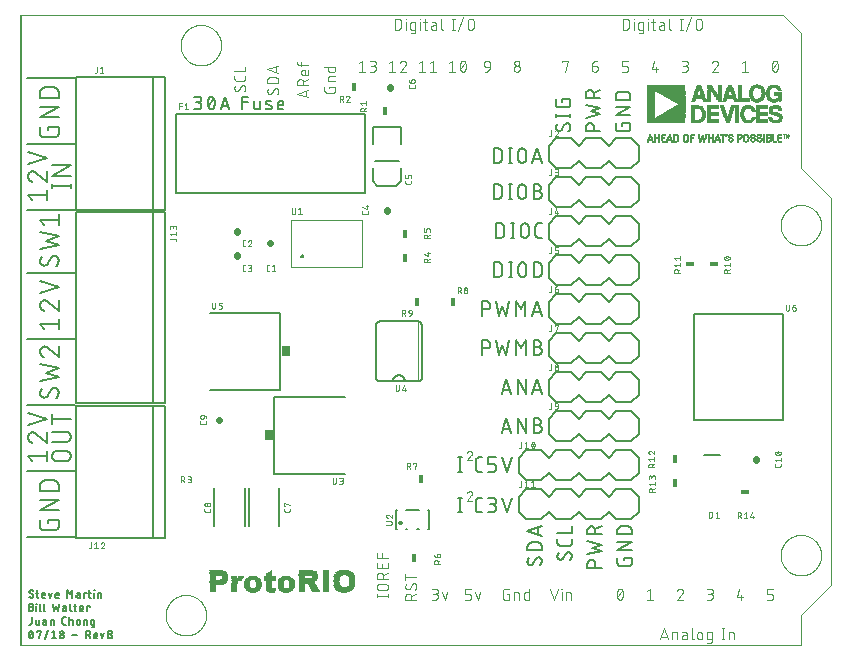
<source format=gto>
G75*
%MOIN*%
%OFA0B0*%
%FSLAX25Y25*%
%IPPOS*%
%LPD*%
%AMOC8*
5,1,8,0,0,1.08239X$1,22.5*
%
%ADD10C,0.00000*%
%ADD11C,0.00800*%
%ADD12C,0.00700*%
%ADD13C,0.00400*%
%ADD14R,0.00475X0.00095*%
%ADD15R,0.00380X0.00095*%
%ADD16R,0.01615X0.00095*%
%ADD17R,0.00570X0.00095*%
%ADD18R,0.01330X0.00095*%
%ADD19R,0.01045X0.00095*%
%ADD20R,0.00570X0.00095*%
%ADD21R,0.00855X0.00095*%
%ADD22R,0.00950X0.00095*%
%ADD23R,0.01425X0.00095*%
%ADD24R,0.01520X0.00095*%
%ADD25R,0.00475X0.00095*%
%ADD26R,0.00380X0.00095*%
%ADD27R,0.01615X0.00095*%
%ADD28R,0.00570X0.00095*%
%ADD29R,0.01615X0.00095*%
%ADD30R,0.01425X0.00095*%
%ADD31R,0.00570X0.00095*%
%ADD32R,0.01235X0.00095*%
%ADD33R,0.01330X0.00095*%
%ADD34R,0.01520X0.00095*%
%ADD35R,0.01710X0.00095*%
%ADD36R,0.01615X0.00095*%
%ADD37R,0.00665X0.00095*%
%ADD38R,0.01520X0.00095*%
%ADD39R,0.00665X0.00095*%
%ADD40R,0.01805X0.00095*%
%ADD41R,0.00665X0.00095*%
%ADD42R,0.00760X0.00095*%
%ADD43R,0.00760X0.00095*%
%ADD44R,0.00855X0.00095*%
%ADD45R,0.00950X0.00095*%
%ADD46R,0.01520X0.00095*%
%ADD47R,0.00665X0.00095*%
%ADD48R,0.01900X0.00095*%
%ADD49R,0.01235X0.00095*%
%ADD50R,0.01900X0.00095*%
%ADD51R,0.00190X0.00095*%
%ADD52R,0.00285X0.00095*%
%ADD53R,0.00190X0.00095*%
%ADD54R,0.00190X0.00095*%
%ADD55R,0.00285X0.00095*%
%ADD56R,0.00190X0.00095*%
%ADD57R,0.00095X0.00095*%
%ADD58R,0.01710X0.00095*%
%ADD59R,0.01140X0.00095*%
%ADD60R,0.12635X0.00095*%
%ADD61R,0.02660X0.00095*%
%ADD62R,0.04275X0.00095*%
%ADD63R,0.04180X0.00095*%
%ADD64R,0.02185X0.00095*%
%ADD65R,0.12635X0.00095*%
%ADD66R,0.03135X0.00095*%
%ADD67R,0.04275X0.00095*%
%ADD68R,0.01140X0.00095*%
%ADD69R,0.02470X0.00095*%
%ADD70R,0.04180X0.00095*%
%ADD71R,0.02565X0.00095*%
%ADD72R,0.03420X0.00095*%
%ADD73R,0.02755X0.00095*%
%ADD74R,0.02945X0.00095*%
%ADD75R,0.03610X0.00095*%
%ADD76R,0.03040X0.00095*%
%ADD77R,0.03325X0.00095*%
%ADD78R,0.03800X0.00095*%
%ADD79R,0.03325X0.00095*%
%ADD80R,0.03515X0.00095*%
%ADD81R,0.03895X0.00095*%
%ADD82R,0.03705X0.00095*%
%ADD83R,0.03990X0.00095*%
%ADD84R,0.03705X0.00095*%
%ADD85R,0.03895X0.00095*%
%ADD86R,0.04085X0.00095*%
%ADD87R,0.03990X0.00095*%
%ADD88R,0.01140X0.00095*%
%ADD89R,0.01140X0.00095*%
%ADD90R,0.02090X0.00095*%
%ADD91R,0.02090X0.00095*%
%ADD92R,0.02280X0.00095*%
%ADD93R,0.09880X0.00095*%
%ADD94R,0.02280X0.00095*%
%ADD95R,0.02660X0.00095*%
%ADD96R,0.09690X0.00095*%
%ADD97R,0.09500X0.00095*%
%ADD98R,0.09405X0.00095*%
%ADD99R,0.09215X0.00095*%
%ADD100R,0.09025X0.00095*%
%ADD101R,0.08930X0.00095*%
%ADD102R,0.01805X0.00095*%
%ADD103R,0.08740X0.00095*%
%ADD104R,0.08550X0.00095*%
%ADD105R,0.08360X0.00095*%
%ADD106R,0.03895X0.00095*%
%ADD107R,0.02945X0.00095*%
%ADD108R,0.08265X0.00095*%
%ADD109R,0.03895X0.00095*%
%ADD110R,0.03135X0.00095*%
%ADD111R,0.08075X0.00095*%
%ADD112R,0.03420X0.00095*%
%ADD113R,0.07885X0.00095*%
%ADD114R,0.03515X0.00095*%
%ADD115R,0.07790X0.00095*%
%ADD116R,0.07600X0.00095*%
%ADD117R,0.03515X0.00095*%
%ADD118R,0.07410X0.00095*%
%ADD119R,0.07315X0.00095*%
%ADD120R,0.07125X0.00095*%
%ADD121R,0.02945X0.00095*%
%ADD122R,0.06935X0.00095*%
%ADD123R,0.06745X0.00095*%
%ADD124R,0.06650X0.00095*%
%ADD125R,0.06460X0.00095*%
%ADD126R,0.06270X0.00095*%
%ADD127R,0.06175X0.00095*%
%ADD128R,0.05985X0.00095*%
%ADD129R,0.05795X0.00095*%
%ADD130R,0.05700X0.00095*%
%ADD131R,0.05510X0.00095*%
%ADD132R,0.05320X0.00095*%
%ADD133R,0.05130X0.00095*%
%ADD134R,0.05035X0.00095*%
%ADD135R,0.04845X0.00095*%
%ADD136R,0.04655X0.00095*%
%ADD137R,0.04560X0.00095*%
%ADD138R,0.04370X0.00095*%
%ADD139R,0.04085X0.00095*%
%ADD140R,0.03515X0.00095*%
%ADD141R,0.02945X0.00095*%
%ADD142R,0.03230X0.00095*%
%ADD143R,0.02375X0.00095*%
%ADD144R,0.03040X0.00095*%
%ADD145R,0.01045X0.00095*%
%ADD146R,0.02755X0.00095*%
%ADD147R,0.02565X0.00095*%
%ADD148R,0.02375X0.00095*%
%ADD149R,0.02850X0.00095*%
%ADD150R,0.03230X0.00095*%
%ADD151R,0.03420X0.00095*%
%ADD152R,0.03610X0.00095*%
%ADD153R,0.01995X0.00095*%
%ADD154R,0.02470X0.00095*%
%ADD155R,0.02565X0.00095*%
%ADD156R,0.04370X0.00095*%
%ADD157R,0.03040X0.00095*%
%ADD158R,0.04560X0.00095*%
%ADD159R,0.04750X0.00095*%
%ADD160R,0.04370X0.00095*%
%ADD161R,0.04940X0.00095*%
%ADD162R,0.04465X0.00095*%
%ADD163R,0.05225X0.00095*%
%ADD164R,0.01995X0.00095*%
%ADD165R,0.01995X0.00095*%
%ADD166R,0.05415X0.00095*%
%ADD167R,0.05605X0.00095*%
%ADD168R,0.05890X0.00095*%
%ADD169R,0.06080X0.00095*%
%ADD170R,0.06270X0.00095*%
%ADD171R,0.06460X0.00095*%
%ADD172R,0.03990X0.00095*%
%ADD173R,0.03990X0.00095*%
%ADD174R,0.07125X0.00095*%
%ADD175R,0.01045X0.00095*%
%ADD176R,0.07315X0.00095*%
%ADD177R,0.01045X0.00095*%
%ADD178R,0.07980X0.00095*%
%ADD179R,0.08170X0.00095*%
%ADD180R,0.08455X0.00095*%
%ADD181R,0.08645X0.00095*%
%ADD182R,0.08835X0.00095*%
%ADD183R,0.08930X0.00095*%
%ADD184R,0.09120X0.00095*%
%ADD185R,0.09310X0.00095*%
%ADD186R,0.09785X0.00095*%
%ADD187R,0.02470X0.00095*%
%ADD188R,0.02185X0.00095*%
%ADD189R,0.02090X0.00095*%
%ADD190R,0.02090X0.00095*%
%ADD191R,0.01995X0.00095*%
%ADD192R,0.02850X0.00095*%
%ADD193R,0.01710X0.00190*%
%ADD194R,0.01900X0.00190*%
%ADD195R,0.02090X0.00190*%
%ADD196R,0.02850X0.00190*%
%ADD197R,0.02660X0.00190*%
%ADD198R,0.02280X0.00190*%
%ADD199R,0.02470X0.00190*%
%ADD200R,0.03420X0.00190*%
%ADD201R,0.03610X0.00190*%
%ADD202R,0.02470X0.00190*%
%ADD203R,0.04180X0.00190*%
%ADD204R,0.02090X0.00190*%
%ADD205R,0.01900X0.00190*%
%ADD206R,0.03990X0.00190*%
%ADD207R,0.02850X0.00190*%
%ADD208R,0.03990X0.00190*%
%ADD209R,0.02280X0.00190*%
%ADD210R,0.02470X0.00190*%
%ADD211R,0.04750X0.00190*%
%ADD212R,0.04370X0.00190*%
%ADD213R,0.03040X0.00190*%
%ADD214R,0.05320X0.00190*%
%ADD215R,0.04750X0.00190*%
%ADD216R,0.05700X0.00190*%
%ADD217R,0.05130X0.00190*%
%ADD218R,0.05890X0.00190*%
%ADD219R,0.02090X0.00190*%
%ADD220R,0.06080X0.00190*%
%ADD221R,0.02090X0.00190*%
%ADD222R,0.02470X0.00190*%
%ADD223R,0.06460X0.00190*%
%ADD224R,0.04180X0.00190*%
%ADD225R,0.05320X0.00190*%
%ADD226R,0.05510X0.00190*%
%ADD227R,0.04940X0.00190*%
%ADD228R,0.05700X0.00190*%
%ADD229R,0.05320X0.00190*%
%ADD230R,0.03800X0.00190*%
%ADD231R,0.03610X0.00190*%
%ADD232R,0.03800X0.00190*%
%ADD233R,0.06270X0.00190*%
%ADD234R,0.06270X0.00190*%
%ADD235R,0.03990X0.00190*%
%ADD236R,0.03990X0.00190*%
%ADD237R,0.00950X0.00190*%
%ADD238R,0.01710X0.00190*%
%ADD239R,0.06460X0.00190*%
%ADD240R,0.05890X0.00190*%
%ADD241R,0.01520X0.00190*%
%ADD242R,0.01140X0.00190*%
%ADD243R,0.00760X0.00190*%
%ADD244R,0.04560X0.00190*%
%ADD245R,0.00570X0.00190*%
%ADD246R,0.04370X0.00190*%
%ADD247R,0.00190X0.00190*%
%ADD248R,0.04940X0.00190*%
%ADD249R,0.03420X0.00190*%
%ADD250C,0.00500*%
%ADD251C,0.02200*%
%ADD252R,0.01800X0.03000*%
%ADD253C,0.00300*%
%ADD254C,0.00394*%
%ADD255C,0.00787*%
%ADD256C,0.00600*%
%ADD257R,0.03000X0.03400*%
%ADD258C,0.00200*%
%ADD259R,0.03000X0.01800*%
D10*
X0006099Y0013339D02*
X0266300Y0013339D01*
X0266300Y0023300D01*
X0276300Y0033300D01*
X0276300Y0162300D01*
X0266300Y0172300D01*
X0266300Y0217300D01*
X0260300Y0223300D01*
X0006300Y0223300D01*
X0006300Y0013300D01*
X0266300Y0013300D01*
X0266300Y0023300D01*
X0276300Y0033300D01*
X0276300Y0162300D01*
X0266300Y0172300D01*
X0266300Y0217300D01*
X0260300Y0223300D01*
X0006099Y0223300D01*
X0006099Y0013339D01*
X0054550Y0023300D02*
X0054552Y0023466D01*
X0054558Y0023631D01*
X0054568Y0023797D01*
X0054583Y0023962D01*
X0054601Y0024126D01*
X0054623Y0024290D01*
X0054649Y0024454D01*
X0054680Y0024617D01*
X0054714Y0024779D01*
X0054752Y0024940D01*
X0054795Y0025100D01*
X0054841Y0025259D01*
X0054891Y0025417D01*
X0054945Y0025574D01*
X0055002Y0025729D01*
X0055064Y0025883D01*
X0055129Y0026035D01*
X0055198Y0026186D01*
X0055271Y0026335D01*
X0055347Y0026482D01*
X0055427Y0026627D01*
X0055510Y0026770D01*
X0055597Y0026911D01*
X0055688Y0027050D01*
X0055781Y0027187D01*
X0055878Y0027321D01*
X0055979Y0027453D01*
X0056082Y0027582D01*
X0056189Y0027709D01*
X0056299Y0027833D01*
X0056411Y0027954D01*
X0056527Y0028073D01*
X0056646Y0028189D01*
X0056767Y0028301D01*
X0056891Y0028411D01*
X0057018Y0028518D01*
X0057147Y0028621D01*
X0057279Y0028722D01*
X0057413Y0028819D01*
X0057550Y0028912D01*
X0057689Y0029003D01*
X0057830Y0029090D01*
X0057973Y0029173D01*
X0058118Y0029253D01*
X0058265Y0029329D01*
X0058414Y0029402D01*
X0058565Y0029471D01*
X0058717Y0029536D01*
X0058871Y0029598D01*
X0059026Y0029655D01*
X0059183Y0029709D01*
X0059341Y0029759D01*
X0059500Y0029805D01*
X0059660Y0029848D01*
X0059821Y0029886D01*
X0059983Y0029920D01*
X0060146Y0029951D01*
X0060310Y0029977D01*
X0060474Y0029999D01*
X0060638Y0030017D01*
X0060803Y0030032D01*
X0060969Y0030042D01*
X0061134Y0030048D01*
X0061300Y0030050D01*
X0061466Y0030048D01*
X0061631Y0030042D01*
X0061797Y0030032D01*
X0061962Y0030017D01*
X0062126Y0029999D01*
X0062290Y0029977D01*
X0062454Y0029951D01*
X0062617Y0029920D01*
X0062779Y0029886D01*
X0062940Y0029848D01*
X0063100Y0029805D01*
X0063259Y0029759D01*
X0063417Y0029709D01*
X0063574Y0029655D01*
X0063729Y0029598D01*
X0063883Y0029536D01*
X0064035Y0029471D01*
X0064186Y0029402D01*
X0064335Y0029329D01*
X0064482Y0029253D01*
X0064627Y0029173D01*
X0064770Y0029090D01*
X0064911Y0029003D01*
X0065050Y0028912D01*
X0065187Y0028819D01*
X0065321Y0028722D01*
X0065453Y0028621D01*
X0065582Y0028518D01*
X0065709Y0028411D01*
X0065833Y0028301D01*
X0065954Y0028189D01*
X0066073Y0028073D01*
X0066189Y0027954D01*
X0066301Y0027833D01*
X0066411Y0027709D01*
X0066518Y0027582D01*
X0066621Y0027453D01*
X0066722Y0027321D01*
X0066819Y0027187D01*
X0066912Y0027050D01*
X0067003Y0026911D01*
X0067090Y0026770D01*
X0067173Y0026627D01*
X0067253Y0026482D01*
X0067329Y0026335D01*
X0067402Y0026186D01*
X0067471Y0026035D01*
X0067536Y0025883D01*
X0067598Y0025729D01*
X0067655Y0025574D01*
X0067709Y0025417D01*
X0067759Y0025259D01*
X0067805Y0025100D01*
X0067848Y0024940D01*
X0067886Y0024779D01*
X0067920Y0024617D01*
X0067951Y0024454D01*
X0067977Y0024290D01*
X0067999Y0024126D01*
X0068017Y0023962D01*
X0068032Y0023797D01*
X0068042Y0023631D01*
X0068048Y0023466D01*
X0068050Y0023300D01*
X0068048Y0023134D01*
X0068042Y0022969D01*
X0068032Y0022803D01*
X0068017Y0022638D01*
X0067999Y0022474D01*
X0067977Y0022310D01*
X0067951Y0022146D01*
X0067920Y0021983D01*
X0067886Y0021821D01*
X0067848Y0021660D01*
X0067805Y0021500D01*
X0067759Y0021341D01*
X0067709Y0021183D01*
X0067655Y0021026D01*
X0067598Y0020871D01*
X0067536Y0020717D01*
X0067471Y0020565D01*
X0067402Y0020414D01*
X0067329Y0020265D01*
X0067253Y0020118D01*
X0067173Y0019973D01*
X0067090Y0019830D01*
X0067003Y0019689D01*
X0066912Y0019550D01*
X0066819Y0019413D01*
X0066722Y0019279D01*
X0066621Y0019147D01*
X0066518Y0019018D01*
X0066411Y0018891D01*
X0066301Y0018767D01*
X0066189Y0018646D01*
X0066073Y0018527D01*
X0065954Y0018411D01*
X0065833Y0018299D01*
X0065709Y0018189D01*
X0065582Y0018082D01*
X0065453Y0017979D01*
X0065321Y0017878D01*
X0065187Y0017781D01*
X0065050Y0017688D01*
X0064911Y0017597D01*
X0064770Y0017510D01*
X0064627Y0017427D01*
X0064482Y0017347D01*
X0064335Y0017271D01*
X0064186Y0017198D01*
X0064035Y0017129D01*
X0063883Y0017064D01*
X0063729Y0017002D01*
X0063574Y0016945D01*
X0063417Y0016891D01*
X0063259Y0016841D01*
X0063100Y0016795D01*
X0062940Y0016752D01*
X0062779Y0016714D01*
X0062617Y0016680D01*
X0062454Y0016649D01*
X0062290Y0016623D01*
X0062126Y0016601D01*
X0061962Y0016583D01*
X0061797Y0016568D01*
X0061631Y0016558D01*
X0061466Y0016552D01*
X0061300Y0016550D01*
X0061134Y0016552D01*
X0060969Y0016558D01*
X0060803Y0016568D01*
X0060638Y0016583D01*
X0060474Y0016601D01*
X0060310Y0016623D01*
X0060146Y0016649D01*
X0059983Y0016680D01*
X0059821Y0016714D01*
X0059660Y0016752D01*
X0059500Y0016795D01*
X0059341Y0016841D01*
X0059183Y0016891D01*
X0059026Y0016945D01*
X0058871Y0017002D01*
X0058717Y0017064D01*
X0058565Y0017129D01*
X0058414Y0017198D01*
X0058265Y0017271D01*
X0058118Y0017347D01*
X0057973Y0017427D01*
X0057830Y0017510D01*
X0057689Y0017597D01*
X0057550Y0017688D01*
X0057413Y0017781D01*
X0057279Y0017878D01*
X0057147Y0017979D01*
X0057018Y0018082D01*
X0056891Y0018189D01*
X0056767Y0018299D01*
X0056646Y0018411D01*
X0056527Y0018527D01*
X0056411Y0018646D01*
X0056299Y0018767D01*
X0056189Y0018891D01*
X0056082Y0019018D01*
X0055979Y0019147D01*
X0055878Y0019279D01*
X0055781Y0019413D01*
X0055688Y0019550D01*
X0055597Y0019689D01*
X0055510Y0019830D01*
X0055427Y0019973D01*
X0055347Y0020118D01*
X0055271Y0020265D01*
X0055198Y0020414D01*
X0055129Y0020565D01*
X0055064Y0020717D01*
X0055002Y0020871D01*
X0054945Y0021026D01*
X0054891Y0021183D01*
X0054841Y0021341D01*
X0054795Y0021500D01*
X0054752Y0021660D01*
X0054714Y0021821D01*
X0054680Y0021983D01*
X0054649Y0022146D01*
X0054623Y0022310D01*
X0054601Y0022474D01*
X0054583Y0022638D01*
X0054568Y0022803D01*
X0054558Y0022969D01*
X0054552Y0023134D01*
X0054550Y0023300D01*
X0259550Y0043300D02*
X0259552Y0043466D01*
X0259558Y0043631D01*
X0259568Y0043797D01*
X0259583Y0043962D01*
X0259601Y0044126D01*
X0259623Y0044290D01*
X0259649Y0044454D01*
X0259680Y0044617D01*
X0259714Y0044779D01*
X0259752Y0044940D01*
X0259795Y0045100D01*
X0259841Y0045259D01*
X0259891Y0045417D01*
X0259945Y0045574D01*
X0260002Y0045729D01*
X0260064Y0045883D01*
X0260129Y0046035D01*
X0260198Y0046186D01*
X0260271Y0046335D01*
X0260347Y0046482D01*
X0260427Y0046627D01*
X0260510Y0046770D01*
X0260597Y0046911D01*
X0260688Y0047050D01*
X0260781Y0047187D01*
X0260878Y0047321D01*
X0260979Y0047453D01*
X0261082Y0047582D01*
X0261189Y0047709D01*
X0261299Y0047833D01*
X0261411Y0047954D01*
X0261527Y0048073D01*
X0261646Y0048189D01*
X0261767Y0048301D01*
X0261891Y0048411D01*
X0262018Y0048518D01*
X0262147Y0048621D01*
X0262279Y0048722D01*
X0262413Y0048819D01*
X0262550Y0048912D01*
X0262689Y0049003D01*
X0262830Y0049090D01*
X0262973Y0049173D01*
X0263118Y0049253D01*
X0263265Y0049329D01*
X0263414Y0049402D01*
X0263565Y0049471D01*
X0263717Y0049536D01*
X0263871Y0049598D01*
X0264026Y0049655D01*
X0264183Y0049709D01*
X0264341Y0049759D01*
X0264500Y0049805D01*
X0264660Y0049848D01*
X0264821Y0049886D01*
X0264983Y0049920D01*
X0265146Y0049951D01*
X0265310Y0049977D01*
X0265474Y0049999D01*
X0265638Y0050017D01*
X0265803Y0050032D01*
X0265969Y0050042D01*
X0266134Y0050048D01*
X0266300Y0050050D01*
X0266466Y0050048D01*
X0266631Y0050042D01*
X0266797Y0050032D01*
X0266962Y0050017D01*
X0267126Y0049999D01*
X0267290Y0049977D01*
X0267454Y0049951D01*
X0267617Y0049920D01*
X0267779Y0049886D01*
X0267940Y0049848D01*
X0268100Y0049805D01*
X0268259Y0049759D01*
X0268417Y0049709D01*
X0268574Y0049655D01*
X0268729Y0049598D01*
X0268883Y0049536D01*
X0269035Y0049471D01*
X0269186Y0049402D01*
X0269335Y0049329D01*
X0269482Y0049253D01*
X0269627Y0049173D01*
X0269770Y0049090D01*
X0269911Y0049003D01*
X0270050Y0048912D01*
X0270187Y0048819D01*
X0270321Y0048722D01*
X0270453Y0048621D01*
X0270582Y0048518D01*
X0270709Y0048411D01*
X0270833Y0048301D01*
X0270954Y0048189D01*
X0271073Y0048073D01*
X0271189Y0047954D01*
X0271301Y0047833D01*
X0271411Y0047709D01*
X0271518Y0047582D01*
X0271621Y0047453D01*
X0271722Y0047321D01*
X0271819Y0047187D01*
X0271912Y0047050D01*
X0272003Y0046911D01*
X0272090Y0046770D01*
X0272173Y0046627D01*
X0272253Y0046482D01*
X0272329Y0046335D01*
X0272402Y0046186D01*
X0272471Y0046035D01*
X0272536Y0045883D01*
X0272598Y0045729D01*
X0272655Y0045574D01*
X0272709Y0045417D01*
X0272759Y0045259D01*
X0272805Y0045100D01*
X0272848Y0044940D01*
X0272886Y0044779D01*
X0272920Y0044617D01*
X0272951Y0044454D01*
X0272977Y0044290D01*
X0272999Y0044126D01*
X0273017Y0043962D01*
X0273032Y0043797D01*
X0273042Y0043631D01*
X0273048Y0043466D01*
X0273050Y0043300D01*
X0273048Y0043134D01*
X0273042Y0042969D01*
X0273032Y0042803D01*
X0273017Y0042638D01*
X0272999Y0042474D01*
X0272977Y0042310D01*
X0272951Y0042146D01*
X0272920Y0041983D01*
X0272886Y0041821D01*
X0272848Y0041660D01*
X0272805Y0041500D01*
X0272759Y0041341D01*
X0272709Y0041183D01*
X0272655Y0041026D01*
X0272598Y0040871D01*
X0272536Y0040717D01*
X0272471Y0040565D01*
X0272402Y0040414D01*
X0272329Y0040265D01*
X0272253Y0040118D01*
X0272173Y0039973D01*
X0272090Y0039830D01*
X0272003Y0039689D01*
X0271912Y0039550D01*
X0271819Y0039413D01*
X0271722Y0039279D01*
X0271621Y0039147D01*
X0271518Y0039018D01*
X0271411Y0038891D01*
X0271301Y0038767D01*
X0271189Y0038646D01*
X0271073Y0038527D01*
X0270954Y0038411D01*
X0270833Y0038299D01*
X0270709Y0038189D01*
X0270582Y0038082D01*
X0270453Y0037979D01*
X0270321Y0037878D01*
X0270187Y0037781D01*
X0270050Y0037688D01*
X0269911Y0037597D01*
X0269770Y0037510D01*
X0269627Y0037427D01*
X0269482Y0037347D01*
X0269335Y0037271D01*
X0269186Y0037198D01*
X0269035Y0037129D01*
X0268883Y0037064D01*
X0268729Y0037002D01*
X0268574Y0036945D01*
X0268417Y0036891D01*
X0268259Y0036841D01*
X0268100Y0036795D01*
X0267940Y0036752D01*
X0267779Y0036714D01*
X0267617Y0036680D01*
X0267454Y0036649D01*
X0267290Y0036623D01*
X0267126Y0036601D01*
X0266962Y0036583D01*
X0266797Y0036568D01*
X0266631Y0036558D01*
X0266466Y0036552D01*
X0266300Y0036550D01*
X0266134Y0036552D01*
X0265969Y0036558D01*
X0265803Y0036568D01*
X0265638Y0036583D01*
X0265474Y0036601D01*
X0265310Y0036623D01*
X0265146Y0036649D01*
X0264983Y0036680D01*
X0264821Y0036714D01*
X0264660Y0036752D01*
X0264500Y0036795D01*
X0264341Y0036841D01*
X0264183Y0036891D01*
X0264026Y0036945D01*
X0263871Y0037002D01*
X0263717Y0037064D01*
X0263565Y0037129D01*
X0263414Y0037198D01*
X0263265Y0037271D01*
X0263118Y0037347D01*
X0262973Y0037427D01*
X0262830Y0037510D01*
X0262689Y0037597D01*
X0262550Y0037688D01*
X0262413Y0037781D01*
X0262279Y0037878D01*
X0262147Y0037979D01*
X0262018Y0038082D01*
X0261891Y0038189D01*
X0261767Y0038299D01*
X0261646Y0038411D01*
X0261527Y0038527D01*
X0261411Y0038646D01*
X0261299Y0038767D01*
X0261189Y0038891D01*
X0261082Y0039018D01*
X0260979Y0039147D01*
X0260878Y0039279D01*
X0260781Y0039413D01*
X0260688Y0039550D01*
X0260597Y0039689D01*
X0260510Y0039830D01*
X0260427Y0039973D01*
X0260347Y0040118D01*
X0260271Y0040265D01*
X0260198Y0040414D01*
X0260129Y0040565D01*
X0260064Y0040717D01*
X0260002Y0040871D01*
X0259945Y0041026D01*
X0259891Y0041183D01*
X0259841Y0041341D01*
X0259795Y0041500D01*
X0259752Y0041660D01*
X0259714Y0041821D01*
X0259680Y0041983D01*
X0259649Y0042146D01*
X0259623Y0042310D01*
X0259601Y0042474D01*
X0259583Y0042638D01*
X0259568Y0042803D01*
X0259558Y0042969D01*
X0259552Y0043134D01*
X0259550Y0043300D01*
X0259550Y0153300D02*
X0259552Y0153466D01*
X0259558Y0153631D01*
X0259568Y0153797D01*
X0259583Y0153962D01*
X0259601Y0154126D01*
X0259623Y0154290D01*
X0259649Y0154454D01*
X0259680Y0154617D01*
X0259714Y0154779D01*
X0259752Y0154940D01*
X0259795Y0155100D01*
X0259841Y0155259D01*
X0259891Y0155417D01*
X0259945Y0155574D01*
X0260002Y0155729D01*
X0260064Y0155883D01*
X0260129Y0156035D01*
X0260198Y0156186D01*
X0260271Y0156335D01*
X0260347Y0156482D01*
X0260427Y0156627D01*
X0260510Y0156770D01*
X0260597Y0156911D01*
X0260688Y0157050D01*
X0260781Y0157187D01*
X0260878Y0157321D01*
X0260979Y0157453D01*
X0261082Y0157582D01*
X0261189Y0157709D01*
X0261299Y0157833D01*
X0261411Y0157954D01*
X0261527Y0158073D01*
X0261646Y0158189D01*
X0261767Y0158301D01*
X0261891Y0158411D01*
X0262018Y0158518D01*
X0262147Y0158621D01*
X0262279Y0158722D01*
X0262413Y0158819D01*
X0262550Y0158912D01*
X0262689Y0159003D01*
X0262830Y0159090D01*
X0262973Y0159173D01*
X0263118Y0159253D01*
X0263265Y0159329D01*
X0263414Y0159402D01*
X0263565Y0159471D01*
X0263717Y0159536D01*
X0263871Y0159598D01*
X0264026Y0159655D01*
X0264183Y0159709D01*
X0264341Y0159759D01*
X0264500Y0159805D01*
X0264660Y0159848D01*
X0264821Y0159886D01*
X0264983Y0159920D01*
X0265146Y0159951D01*
X0265310Y0159977D01*
X0265474Y0159999D01*
X0265638Y0160017D01*
X0265803Y0160032D01*
X0265969Y0160042D01*
X0266134Y0160048D01*
X0266300Y0160050D01*
X0266466Y0160048D01*
X0266631Y0160042D01*
X0266797Y0160032D01*
X0266962Y0160017D01*
X0267126Y0159999D01*
X0267290Y0159977D01*
X0267454Y0159951D01*
X0267617Y0159920D01*
X0267779Y0159886D01*
X0267940Y0159848D01*
X0268100Y0159805D01*
X0268259Y0159759D01*
X0268417Y0159709D01*
X0268574Y0159655D01*
X0268729Y0159598D01*
X0268883Y0159536D01*
X0269035Y0159471D01*
X0269186Y0159402D01*
X0269335Y0159329D01*
X0269482Y0159253D01*
X0269627Y0159173D01*
X0269770Y0159090D01*
X0269911Y0159003D01*
X0270050Y0158912D01*
X0270187Y0158819D01*
X0270321Y0158722D01*
X0270453Y0158621D01*
X0270582Y0158518D01*
X0270709Y0158411D01*
X0270833Y0158301D01*
X0270954Y0158189D01*
X0271073Y0158073D01*
X0271189Y0157954D01*
X0271301Y0157833D01*
X0271411Y0157709D01*
X0271518Y0157582D01*
X0271621Y0157453D01*
X0271722Y0157321D01*
X0271819Y0157187D01*
X0271912Y0157050D01*
X0272003Y0156911D01*
X0272090Y0156770D01*
X0272173Y0156627D01*
X0272253Y0156482D01*
X0272329Y0156335D01*
X0272402Y0156186D01*
X0272471Y0156035D01*
X0272536Y0155883D01*
X0272598Y0155729D01*
X0272655Y0155574D01*
X0272709Y0155417D01*
X0272759Y0155259D01*
X0272805Y0155100D01*
X0272848Y0154940D01*
X0272886Y0154779D01*
X0272920Y0154617D01*
X0272951Y0154454D01*
X0272977Y0154290D01*
X0272999Y0154126D01*
X0273017Y0153962D01*
X0273032Y0153797D01*
X0273042Y0153631D01*
X0273048Y0153466D01*
X0273050Y0153300D01*
X0273048Y0153134D01*
X0273042Y0152969D01*
X0273032Y0152803D01*
X0273017Y0152638D01*
X0272999Y0152474D01*
X0272977Y0152310D01*
X0272951Y0152146D01*
X0272920Y0151983D01*
X0272886Y0151821D01*
X0272848Y0151660D01*
X0272805Y0151500D01*
X0272759Y0151341D01*
X0272709Y0151183D01*
X0272655Y0151026D01*
X0272598Y0150871D01*
X0272536Y0150717D01*
X0272471Y0150565D01*
X0272402Y0150414D01*
X0272329Y0150265D01*
X0272253Y0150118D01*
X0272173Y0149973D01*
X0272090Y0149830D01*
X0272003Y0149689D01*
X0271912Y0149550D01*
X0271819Y0149413D01*
X0271722Y0149279D01*
X0271621Y0149147D01*
X0271518Y0149018D01*
X0271411Y0148891D01*
X0271301Y0148767D01*
X0271189Y0148646D01*
X0271073Y0148527D01*
X0270954Y0148411D01*
X0270833Y0148299D01*
X0270709Y0148189D01*
X0270582Y0148082D01*
X0270453Y0147979D01*
X0270321Y0147878D01*
X0270187Y0147781D01*
X0270050Y0147688D01*
X0269911Y0147597D01*
X0269770Y0147510D01*
X0269627Y0147427D01*
X0269482Y0147347D01*
X0269335Y0147271D01*
X0269186Y0147198D01*
X0269035Y0147129D01*
X0268883Y0147064D01*
X0268729Y0147002D01*
X0268574Y0146945D01*
X0268417Y0146891D01*
X0268259Y0146841D01*
X0268100Y0146795D01*
X0267940Y0146752D01*
X0267779Y0146714D01*
X0267617Y0146680D01*
X0267454Y0146649D01*
X0267290Y0146623D01*
X0267126Y0146601D01*
X0266962Y0146583D01*
X0266797Y0146568D01*
X0266631Y0146558D01*
X0266466Y0146552D01*
X0266300Y0146550D01*
X0266134Y0146552D01*
X0265969Y0146558D01*
X0265803Y0146568D01*
X0265638Y0146583D01*
X0265474Y0146601D01*
X0265310Y0146623D01*
X0265146Y0146649D01*
X0264983Y0146680D01*
X0264821Y0146714D01*
X0264660Y0146752D01*
X0264500Y0146795D01*
X0264341Y0146841D01*
X0264183Y0146891D01*
X0264026Y0146945D01*
X0263871Y0147002D01*
X0263717Y0147064D01*
X0263565Y0147129D01*
X0263414Y0147198D01*
X0263265Y0147271D01*
X0263118Y0147347D01*
X0262973Y0147427D01*
X0262830Y0147510D01*
X0262689Y0147597D01*
X0262550Y0147688D01*
X0262413Y0147781D01*
X0262279Y0147878D01*
X0262147Y0147979D01*
X0262018Y0148082D01*
X0261891Y0148189D01*
X0261767Y0148299D01*
X0261646Y0148411D01*
X0261527Y0148527D01*
X0261411Y0148646D01*
X0261299Y0148767D01*
X0261189Y0148891D01*
X0261082Y0149018D01*
X0260979Y0149147D01*
X0260878Y0149279D01*
X0260781Y0149413D01*
X0260688Y0149550D01*
X0260597Y0149689D01*
X0260510Y0149830D01*
X0260427Y0149973D01*
X0260347Y0150118D01*
X0260271Y0150265D01*
X0260198Y0150414D01*
X0260129Y0150565D01*
X0260064Y0150717D01*
X0260002Y0150871D01*
X0259945Y0151026D01*
X0259891Y0151183D01*
X0259841Y0151341D01*
X0259795Y0151500D01*
X0259752Y0151660D01*
X0259714Y0151821D01*
X0259680Y0151983D01*
X0259649Y0152146D01*
X0259623Y0152310D01*
X0259601Y0152474D01*
X0259583Y0152638D01*
X0259568Y0152803D01*
X0259558Y0152969D01*
X0259552Y0153134D01*
X0259550Y0153300D01*
X0059550Y0213300D02*
X0059552Y0213466D01*
X0059558Y0213631D01*
X0059568Y0213797D01*
X0059583Y0213962D01*
X0059601Y0214126D01*
X0059623Y0214290D01*
X0059649Y0214454D01*
X0059680Y0214617D01*
X0059714Y0214779D01*
X0059752Y0214940D01*
X0059795Y0215100D01*
X0059841Y0215259D01*
X0059891Y0215417D01*
X0059945Y0215574D01*
X0060002Y0215729D01*
X0060064Y0215883D01*
X0060129Y0216035D01*
X0060198Y0216186D01*
X0060271Y0216335D01*
X0060347Y0216482D01*
X0060427Y0216627D01*
X0060510Y0216770D01*
X0060597Y0216911D01*
X0060688Y0217050D01*
X0060781Y0217187D01*
X0060878Y0217321D01*
X0060979Y0217453D01*
X0061082Y0217582D01*
X0061189Y0217709D01*
X0061299Y0217833D01*
X0061411Y0217954D01*
X0061527Y0218073D01*
X0061646Y0218189D01*
X0061767Y0218301D01*
X0061891Y0218411D01*
X0062018Y0218518D01*
X0062147Y0218621D01*
X0062279Y0218722D01*
X0062413Y0218819D01*
X0062550Y0218912D01*
X0062689Y0219003D01*
X0062830Y0219090D01*
X0062973Y0219173D01*
X0063118Y0219253D01*
X0063265Y0219329D01*
X0063414Y0219402D01*
X0063565Y0219471D01*
X0063717Y0219536D01*
X0063871Y0219598D01*
X0064026Y0219655D01*
X0064183Y0219709D01*
X0064341Y0219759D01*
X0064500Y0219805D01*
X0064660Y0219848D01*
X0064821Y0219886D01*
X0064983Y0219920D01*
X0065146Y0219951D01*
X0065310Y0219977D01*
X0065474Y0219999D01*
X0065638Y0220017D01*
X0065803Y0220032D01*
X0065969Y0220042D01*
X0066134Y0220048D01*
X0066300Y0220050D01*
X0066466Y0220048D01*
X0066631Y0220042D01*
X0066797Y0220032D01*
X0066962Y0220017D01*
X0067126Y0219999D01*
X0067290Y0219977D01*
X0067454Y0219951D01*
X0067617Y0219920D01*
X0067779Y0219886D01*
X0067940Y0219848D01*
X0068100Y0219805D01*
X0068259Y0219759D01*
X0068417Y0219709D01*
X0068574Y0219655D01*
X0068729Y0219598D01*
X0068883Y0219536D01*
X0069035Y0219471D01*
X0069186Y0219402D01*
X0069335Y0219329D01*
X0069482Y0219253D01*
X0069627Y0219173D01*
X0069770Y0219090D01*
X0069911Y0219003D01*
X0070050Y0218912D01*
X0070187Y0218819D01*
X0070321Y0218722D01*
X0070453Y0218621D01*
X0070582Y0218518D01*
X0070709Y0218411D01*
X0070833Y0218301D01*
X0070954Y0218189D01*
X0071073Y0218073D01*
X0071189Y0217954D01*
X0071301Y0217833D01*
X0071411Y0217709D01*
X0071518Y0217582D01*
X0071621Y0217453D01*
X0071722Y0217321D01*
X0071819Y0217187D01*
X0071912Y0217050D01*
X0072003Y0216911D01*
X0072090Y0216770D01*
X0072173Y0216627D01*
X0072253Y0216482D01*
X0072329Y0216335D01*
X0072402Y0216186D01*
X0072471Y0216035D01*
X0072536Y0215883D01*
X0072598Y0215729D01*
X0072655Y0215574D01*
X0072709Y0215417D01*
X0072759Y0215259D01*
X0072805Y0215100D01*
X0072848Y0214940D01*
X0072886Y0214779D01*
X0072920Y0214617D01*
X0072951Y0214454D01*
X0072977Y0214290D01*
X0072999Y0214126D01*
X0073017Y0213962D01*
X0073032Y0213797D01*
X0073042Y0213631D01*
X0073048Y0213466D01*
X0073050Y0213300D01*
X0073048Y0213134D01*
X0073042Y0212969D01*
X0073032Y0212803D01*
X0073017Y0212638D01*
X0072999Y0212474D01*
X0072977Y0212310D01*
X0072951Y0212146D01*
X0072920Y0211983D01*
X0072886Y0211821D01*
X0072848Y0211660D01*
X0072805Y0211500D01*
X0072759Y0211341D01*
X0072709Y0211183D01*
X0072655Y0211026D01*
X0072598Y0210871D01*
X0072536Y0210717D01*
X0072471Y0210565D01*
X0072402Y0210414D01*
X0072329Y0210265D01*
X0072253Y0210118D01*
X0072173Y0209973D01*
X0072090Y0209830D01*
X0072003Y0209689D01*
X0071912Y0209550D01*
X0071819Y0209413D01*
X0071722Y0209279D01*
X0071621Y0209147D01*
X0071518Y0209018D01*
X0071411Y0208891D01*
X0071301Y0208767D01*
X0071189Y0208646D01*
X0071073Y0208527D01*
X0070954Y0208411D01*
X0070833Y0208299D01*
X0070709Y0208189D01*
X0070582Y0208082D01*
X0070453Y0207979D01*
X0070321Y0207878D01*
X0070187Y0207781D01*
X0070050Y0207688D01*
X0069911Y0207597D01*
X0069770Y0207510D01*
X0069627Y0207427D01*
X0069482Y0207347D01*
X0069335Y0207271D01*
X0069186Y0207198D01*
X0069035Y0207129D01*
X0068883Y0207064D01*
X0068729Y0207002D01*
X0068574Y0206945D01*
X0068417Y0206891D01*
X0068259Y0206841D01*
X0068100Y0206795D01*
X0067940Y0206752D01*
X0067779Y0206714D01*
X0067617Y0206680D01*
X0067454Y0206649D01*
X0067290Y0206623D01*
X0067126Y0206601D01*
X0066962Y0206583D01*
X0066797Y0206568D01*
X0066631Y0206558D01*
X0066466Y0206552D01*
X0066300Y0206550D01*
X0066134Y0206552D01*
X0065969Y0206558D01*
X0065803Y0206568D01*
X0065638Y0206583D01*
X0065474Y0206601D01*
X0065310Y0206623D01*
X0065146Y0206649D01*
X0064983Y0206680D01*
X0064821Y0206714D01*
X0064660Y0206752D01*
X0064500Y0206795D01*
X0064341Y0206841D01*
X0064183Y0206891D01*
X0064026Y0206945D01*
X0063871Y0207002D01*
X0063717Y0207064D01*
X0063565Y0207129D01*
X0063414Y0207198D01*
X0063265Y0207271D01*
X0063118Y0207347D01*
X0062973Y0207427D01*
X0062830Y0207510D01*
X0062689Y0207597D01*
X0062550Y0207688D01*
X0062413Y0207781D01*
X0062279Y0207878D01*
X0062147Y0207979D01*
X0062018Y0208082D01*
X0061891Y0208189D01*
X0061767Y0208299D01*
X0061646Y0208411D01*
X0061527Y0208527D01*
X0061411Y0208646D01*
X0061299Y0208767D01*
X0061189Y0208891D01*
X0061082Y0209018D01*
X0060979Y0209147D01*
X0060878Y0209279D01*
X0060781Y0209413D01*
X0060688Y0209550D01*
X0060597Y0209689D01*
X0060510Y0209830D01*
X0060427Y0209973D01*
X0060347Y0210118D01*
X0060271Y0210265D01*
X0060198Y0210414D01*
X0060129Y0210565D01*
X0060064Y0210717D01*
X0060002Y0210871D01*
X0059945Y0211026D01*
X0059891Y0211183D01*
X0059841Y0211341D01*
X0059795Y0211500D01*
X0059752Y0211660D01*
X0059714Y0211821D01*
X0059680Y0211983D01*
X0059649Y0212146D01*
X0059623Y0212310D01*
X0059601Y0212474D01*
X0059583Y0212638D01*
X0059568Y0212803D01*
X0059558Y0212969D01*
X0059552Y0213134D01*
X0059550Y0213300D01*
D11*
X0054292Y0202590D02*
X0050355Y0202590D01*
X0050355Y0158495D01*
X0024765Y0158495D01*
X0024765Y0202590D01*
X0050355Y0202590D01*
X0054292Y0202590D02*
X0054292Y0158495D01*
X0050355Y0158495D01*
X0050355Y0157775D02*
X0050355Y0093995D01*
X0024765Y0093995D01*
X0024765Y0157775D01*
X0050355Y0157775D01*
X0054292Y0157775D01*
X0054292Y0093995D01*
X0050355Y0093995D01*
X0050355Y0093190D02*
X0050355Y0049095D01*
X0024765Y0049095D01*
X0024765Y0093190D01*
X0050355Y0093190D01*
X0054292Y0093190D01*
X0054292Y0049095D01*
X0050355Y0049095D01*
X0070682Y0053001D02*
X0070682Y0065599D01*
X0080918Y0065599D02*
X0080918Y0053001D01*
X0082182Y0053001D02*
X0082182Y0065599D01*
X0090800Y0070398D02*
X0090800Y0096202D01*
X0114400Y0096200D01*
X0092800Y0098398D02*
X0069200Y0098400D01*
X0092800Y0098398D02*
X0092800Y0124202D01*
X0069200Y0124200D01*
X0024300Y0115300D02*
X0008300Y0115300D01*
X0014078Y0118700D02*
X0012700Y0120422D01*
X0018900Y0120422D01*
X0018900Y0118700D02*
X0018900Y0122144D01*
X0018900Y0124854D02*
X0018900Y0128298D01*
X0018900Y0124854D02*
X0015456Y0127782D01*
X0012700Y0126748D02*
X0012702Y0126662D01*
X0012707Y0126576D01*
X0012717Y0126490D01*
X0012730Y0126404D01*
X0012747Y0126320D01*
X0012767Y0126236D01*
X0012791Y0126153D01*
X0012819Y0126071D01*
X0012850Y0125991D01*
X0012884Y0125911D01*
X0012922Y0125834D01*
X0012964Y0125758D01*
X0013008Y0125684D01*
X0013056Y0125612D01*
X0013107Y0125542D01*
X0013160Y0125475D01*
X0013217Y0125410D01*
X0013276Y0125347D01*
X0013338Y0125287D01*
X0013403Y0125230D01*
X0013470Y0125175D01*
X0013539Y0125124D01*
X0013611Y0125075D01*
X0013684Y0125030D01*
X0013760Y0124988D01*
X0013837Y0124949D01*
X0013916Y0124914D01*
X0013996Y0124882D01*
X0014078Y0124854D01*
X0015456Y0127782D02*
X0015400Y0127838D01*
X0015341Y0127892D01*
X0015280Y0127942D01*
X0015216Y0127990D01*
X0015151Y0128034D01*
X0015083Y0128076D01*
X0015013Y0128114D01*
X0014942Y0128148D01*
X0014869Y0128180D01*
X0014795Y0128207D01*
X0014719Y0128231D01*
X0014643Y0128252D01*
X0014565Y0128269D01*
X0014487Y0128282D01*
X0014408Y0128291D01*
X0014329Y0128297D01*
X0014250Y0128299D01*
X0014250Y0128298D02*
X0014174Y0128296D01*
X0014098Y0128291D01*
X0014023Y0128281D01*
X0013948Y0128268D01*
X0013873Y0128252D01*
X0013800Y0128231D01*
X0013728Y0128207D01*
X0013657Y0128180D01*
X0013587Y0128149D01*
X0013519Y0128115D01*
X0013453Y0128077D01*
X0013389Y0128037D01*
X0013327Y0127993D01*
X0013267Y0127946D01*
X0013209Y0127896D01*
X0013154Y0127844D01*
X0013102Y0127789D01*
X0013052Y0127731D01*
X0013005Y0127671D01*
X0012961Y0127609D01*
X0012921Y0127545D01*
X0012883Y0127479D01*
X0012849Y0127411D01*
X0012818Y0127341D01*
X0012791Y0127270D01*
X0012767Y0127198D01*
X0012746Y0127125D01*
X0012730Y0127050D01*
X0012717Y0126975D01*
X0012707Y0126900D01*
X0012702Y0126824D01*
X0012700Y0126748D01*
X0012700Y0130664D02*
X0018900Y0132730D01*
X0012700Y0134797D01*
X0008300Y0137300D02*
X0024300Y0137300D01*
X0017522Y0143144D02*
X0017449Y0143142D01*
X0017377Y0143136D01*
X0017305Y0143127D01*
X0017234Y0143114D01*
X0017163Y0143097D01*
X0017093Y0143077D01*
X0017025Y0143053D01*
X0016958Y0143025D01*
X0016892Y0142994D01*
X0016828Y0142960D01*
X0016766Y0142922D01*
X0016706Y0142881D01*
X0016648Y0142837D01*
X0016592Y0142790D01*
X0016539Y0142741D01*
X0016489Y0142689D01*
X0016441Y0142634D01*
X0016397Y0142576D01*
X0016355Y0142517D01*
X0016317Y0142455D01*
X0016317Y0142456D02*
X0015283Y0140561D01*
X0012700Y0141250D02*
X0012702Y0141348D01*
X0012707Y0141445D01*
X0012717Y0141543D01*
X0012730Y0141640D01*
X0012746Y0141736D01*
X0012766Y0141832D01*
X0012790Y0141926D01*
X0012818Y0142020D01*
X0012848Y0142113D01*
X0012883Y0142205D01*
X0012921Y0142295D01*
X0012962Y0142383D01*
X0013006Y0142470D01*
X0013054Y0142556D01*
X0013105Y0142639D01*
X0013159Y0142720D01*
X0013217Y0142800D01*
X0015283Y0140562D02*
X0015245Y0140500D01*
X0015203Y0140441D01*
X0015159Y0140383D01*
X0015111Y0140329D01*
X0015061Y0140276D01*
X0015008Y0140227D01*
X0014952Y0140180D01*
X0014894Y0140136D01*
X0014834Y0140095D01*
X0014772Y0140057D01*
X0014708Y0140023D01*
X0014642Y0139992D01*
X0014575Y0139964D01*
X0014507Y0139940D01*
X0014437Y0139920D01*
X0014366Y0139903D01*
X0014295Y0139890D01*
X0014223Y0139881D01*
X0014151Y0139875D01*
X0014078Y0139873D01*
X0014078Y0139872D02*
X0014006Y0139874D01*
X0013934Y0139880D01*
X0013862Y0139889D01*
X0013791Y0139902D01*
X0013721Y0139919D01*
X0013652Y0139939D01*
X0013584Y0139964D01*
X0013518Y0139991D01*
X0013452Y0140022D01*
X0013389Y0140057D01*
X0013327Y0140094D01*
X0013268Y0140135D01*
X0013211Y0140179D01*
X0013156Y0140226D01*
X0013104Y0140276D01*
X0013054Y0140328D01*
X0013007Y0140383D01*
X0012963Y0140440D01*
X0012922Y0140499D01*
X0012885Y0140561D01*
X0012850Y0140624D01*
X0012819Y0140690D01*
X0012792Y0140756D01*
X0012767Y0140824D01*
X0012747Y0140893D01*
X0012730Y0140963D01*
X0012717Y0141034D01*
X0012708Y0141106D01*
X0012702Y0141178D01*
X0012700Y0141250D01*
X0018039Y0139700D02*
X0018112Y0139775D01*
X0018182Y0139852D01*
X0018249Y0139932D01*
X0018313Y0140015D01*
X0018375Y0140099D01*
X0018433Y0140186D01*
X0018488Y0140274D01*
X0018540Y0140365D01*
X0018589Y0140458D01*
X0018634Y0140552D01*
X0018676Y0140647D01*
X0018715Y0140745D01*
X0018749Y0140843D01*
X0018781Y0140943D01*
X0018809Y0141043D01*
X0018833Y0141145D01*
X0018853Y0141247D01*
X0018870Y0141351D01*
X0018883Y0141454D01*
X0018893Y0141558D01*
X0018898Y0141663D01*
X0018900Y0141767D01*
X0018898Y0141839D01*
X0018892Y0141911D01*
X0018883Y0141983D01*
X0018870Y0142053D01*
X0018853Y0142124D01*
X0018833Y0142193D01*
X0018808Y0142261D01*
X0018781Y0142327D01*
X0018750Y0142393D01*
X0018715Y0142456D01*
X0018678Y0142518D01*
X0018637Y0142577D01*
X0018593Y0142634D01*
X0018546Y0142689D01*
X0018496Y0142741D01*
X0018444Y0142791D01*
X0018389Y0142838D01*
X0018332Y0142882D01*
X0018273Y0142923D01*
X0018211Y0142960D01*
X0018148Y0142995D01*
X0018082Y0143026D01*
X0018016Y0143053D01*
X0017948Y0143078D01*
X0017879Y0143098D01*
X0017809Y0143115D01*
X0017738Y0143128D01*
X0017666Y0143137D01*
X0017594Y0143143D01*
X0017522Y0143145D01*
X0018900Y0146814D02*
X0014767Y0148192D01*
X0018900Y0149569D01*
X0012700Y0150947D01*
X0014078Y0153444D02*
X0012700Y0155166D01*
X0018900Y0155166D01*
X0018900Y0153444D02*
X0018900Y0156888D01*
X0014900Y0161700D02*
X0014900Y0165144D01*
X0014900Y0163422D02*
X0008700Y0163422D01*
X0010078Y0161700D01*
X0008300Y0158300D02*
X0025300Y0158300D01*
X0022900Y0165700D02*
X0022900Y0167078D01*
X0022900Y0166389D02*
X0016700Y0166389D01*
X0016700Y0165700D02*
X0016700Y0167078D01*
X0014900Y0167854D02*
X0014900Y0171298D01*
X0016700Y0169795D02*
X0022900Y0173239D01*
X0016700Y0173239D01*
X0014900Y0175730D02*
X0008700Y0177797D01*
X0008300Y0180300D02*
X0024300Y0180300D01*
X0018900Y0184078D02*
X0018900Y0186144D01*
X0015456Y0186144D01*
X0015456Y0185111D01*
X0014078Y0182700D02*
X0014006Y0182702D01*
X0013934Y0182708D01*
X0013862Y0182717D01*
X0013791Y0182730D01*
X0013721Y0182747D01*
X0013652Y0182767D01*
X0013584Y0182792D01*
X0013518Y0182819D01*
X0013452Y0182850D01*
X0013389Y0182885D01*
X0013327Y0182922D01*
X0013268Y0182963D01*
X0013211Y0183007D01*
X0013156Y0183054D01*
X0013104Y0183104D01*
X0013054Y0183156D01*
X0013007Y0183211D01*
X0012963Y0183268D01*
X0012922Y0183327D01*
X0012885Y0183389D01*
X0012850Y0183452D01*
X0012819Y0183518D01*
X0012792Y0183584D01*
X0012767Y0183652D01*
X0012747Y0183721D01*
X0012730Y0183791D01*
X0012717Y0183862D01*
X0012708Y0183934D01*
X0012702Y0184006D01*
X0012700Y0184078D01*
X0012700Y0186144D01*
X0012700Y0189264D02*
X0018900Y0192709D01*
X0012700Y0192709D01*
X0012700Y0195829D02*
X0012700Y0197551D01*
X0012702Y0197633D01*
X0012708Y0197715D01*
X0012718Y0197796D01*
X0012731Y0197877D01*
X0012749Y0197957D01*
X0012770Y0198036D01*
X0012795Y0198114D01*
X0012823Y0198191D01*
X0012856Y0198266D01*
X0012891Y0198340D01*
X0012931Y0198412D01*
X0012973Y0198482D01*
X0013019Y0198550D01*
X0013068Y0198615D01*
X0013121Y0198679D01*
X0013176Y0198739D01*
X0013234Y0198797D01*
X0013294Y0198852D01*
X0013358Y0198905D01*
X0013423Y0198954D01*
X0013491Y0199000D01*
X0013561Y0199042D01*
X0013633Y0199082D01*
X0013707Y0199117D01*
X0013782Y0199150D01*
X0013859Y0199178D01*
X0013937Y0199203D01*
X0014016Y0199224D01*
X0014096Y0199242D01*
X0014177Y0199255D01*
X0014258Y0199265D01*
X0014340Y0199271D01*
X0014422Y0199273D01*
X0017178Y0199273D01*
X0017260Y0199271D01*
X0017342Y0199265D01*
X0017423Y0199255D01*
X0017504Y0199242D01*
X0017584Y0199224D01*
X0017663Y0199203D01*
X0017741Y0199178D01*
X0017818Y0199150D01*
X0017893Y0199117D01*
X0017967Y0199082D01*
X0018039Y0199042D01*
X0018109Y0199000D01*
X0018177Y0198954D01*
X0018242Y0198905D01*
X0018306Y0198852D01*
X0018366Y0198797D01*
X0018424Y0198739D01*
X0018479Y0198679D01*
X0018532Y0198615D01*
X0018581Y0198550D01*
X0018627Y0198482D01*
X0018669Y0198412D01*
X0018709Y0198340D01*
X0018744Y0198266D01*
X0018777Y0198191D01*
X0018805Y0198114D01*
X0018830Y0198036D01*
X0018851Y0197957D01*
X0018869Y0197877D01*
X0018882Y0197796D01*
X0018892Y0197715D01*
X0018898Y0197633D01*
X0018900Y0197551D01*
X0018900Y0195829D01*
X0012700Y0195829D01*
X0012700Y0189264D02*
X0018900Y0189264D01*
X0018900Y0184078D02*
X0018898Y0184006D01*
X0018892Y0183934D01*
X0018883Y0183862D01*
X0018870Y0183791D01*
X0018853Y0183721D01*
X0018833Y0183652D01*
X0018808Y0183584D01*
X0018781Y0183518D01*
X0018750Y0183452D01*
X0018715Y0183389D01*
X0018678Y0183327D01*
X0018637Y0183268D01*
X0018593Y0183211D01*
X0018546Y0183156D01*
X0018496Y0183104D01*
X0018444Y0183054D01*
X0018389Y0183007D01*
X0018332Y0182963D01*
X0018273Y0182922D01*
X0018211Y0182885D01*
X0018148Y0182850D01*
X0018082Y0182819D01*
X0018016Y0182792D01*
X0017948Y0182767D01*
X0017879Y0182747D01*
X0017809Y0182730D01*
X0017738Y0182717D01*
X0017666Y0182708D01*
X0017594Y0182702D01*
X0017522Y0182700D01*
X0014078Y0182700D01*
X0014900Y0175730D02*
X0008700Y0173664D01*
X0011456Y0170782D02*
X0014900Y0167854D01*
X0016700Y0169795D02*
X0022900Y0169795D01*
X0010078Y0167854D02*
X0009996Y0167882D01*
X0009916Y0167914D01*
X0009837Y0167949D01*
X0009760Y0167988D01*
X0009684Y0168030D01*
X0009611Y0168075D01*
X0009539Y0168124D01*
X0009470Y0168175D01*
X0009403Y0168230D01*
X0009338Y0168287D01*
X0009276Y0168347D01*
X0009217Y0168410D01*
X0009160Y0168475D01*
X0009107Y0168542D01*
X0009056Y0168612D01*
X0009008Y0168684D01*
X0008964Y0168758D01*
X0008922Y0168834D01*
X0008884Y0168911D01*
X0008850Y0168991D01*
X0008819Y0169071D01*
X0008791Y0169153D01*
X0008767Y0169236D01*
X0008747Y0169320D01*
X0008730Y0169404D01*
X0008717Y0169490D01*
X0008707Y0169576D01*
X0008702Y0169662D01*
X0008700Y0169748D01*
X0008702Y0169824D01*
X0008707Y0169900D01*
X0008717Y0169975D01*
X0008730Y0170050D01*
X0008746Y0170125D01*
X0008767Y0170198D01*
X0008791Y0170270D01*
X0008818Y0170341D01*
X0008849Y0170411D01*
X0008883Y0170479D01*
X0008921Y0170545D01*
X0008961Y0170609D01*
X0009005Y0170671D01*
X0009052Y0170731D01*
X0009102Y0170789D01*
X0009154Y0170844D01*
X0009209Y0170896D01*
X0009267Y0170946D01*
X0009327Y0170993D01*
X0009389Y0171037D01*
X0009453Y0171077D01*
X0009519Y0171115D01*
X0009587Y0171149D01*
X0009657Y0171180D01*
X0009728Y0171207D01*
X0009800Y0171231D01*
X0009873Y0171252D01*
X0009948Y0171268D01*
X0010023Y0171281D01*
X0010098Y0171291D01*
X0010174Y0171296D01*
X0010250Y0171298D01*
X0010250Y0171299D02*
X0010329Y0171297D01*
X0010408Y0171291D01*
X0010487Y0171282D01*
X0010565Y0171269D01*
X0010643Y0171252D01*
X0010719Y0171231D01*
X0010795Y0171207D01*
X0010869Y0171180D01*
X0010942Y0171148D01*
X0011013Y0171114D01*
X0011083Y0171076D01*
X0011151Y0171034D01*
X0011216Y0170990D01*
X0011280Y0170942D01*
X0011341Y0170892D01*
X0011400Y0170838D01*
X0011456Y0170782D01*
X0018900Y0146814D02*
X0012700Y0145436D01*
X0018900Y0112888D02*
X0018900Y0109444D01*
X0015456Y0112372D01*
X0012700Y0111338D02*
X0012702Y0111252D01*
X0012707Y0111166D01*
X0012717Y0111080D01*
X0012730Y0110994D01*
X0012747Y0110910D01*
X0012767Y0110826D01*
X0012791Y0110743D01*
X0012819Y0110661D01*
X0012850Y0110581D01*
X0012884Y0110501D01*
X0012922Y0110424D01*
X0012964Y0110348D01*
X0013008Y0110274D01*
X0013056Y0110202D01*
X0013107Y0110132D01*
X0013160Y0110065D01*
X0013217Y0110000D01*
X0013276Y0109937D01*
X0013338Y0109877D01*
X0013403Y0109820D01*
X0013470Y0109765D01*
X0013539Y0109714D01*
X0013611Y0109665D01*
X0013684Y0109620D01*
X0013760Y0109578D01*
X0013837Y0109539D01*
X0013916Y0109504D01*
X0013996Y0109472D01*
X0014078Y0109444D01*
X0015456Y0112372D02*
X0015400Y0112428D01*
X0015341Y0112482D01*
X0015280Y0112532D01*
X0015216Y0112580D01*
X0015151Y0112624D01*
X0015083Y0112666D01*
X0015013Y0112704D01*
X0014942Y0112738D01*
X0014869Y0112770D01*
X0014795Y0112797D01*
X0014719Y0112821D01*
X0014643Y0112842D01*
X0014565Y0112859D01*
X0014487Y0112872D01*
X0014408Y0112881D01*
X0014329Y0112887D01*
X0014250Y0112889D01*
X0014250Y0112888D02*
X0014174Y0112886D01*
X0014098Y0112881D01*
X0014023Y0112871D01*
X0013948Y0112858D01*
X0013873Y0112842D01*
X0013800Y0112821D01*
X0013728Y0112797D01*
X0013657Y0112770D01*
X0013587Y0112739D01*
X0013519Y0112705D01*
X0013453Y0112667D01*
X0013389Y0112627D01*
X0013327Y0112583D01*
X0013267Y0112536D01*
X0013209Y0112486D01*
X0013154Y0112434D01*
X0013102Y0112379D01*
X0013052Y0112321D01*
X0013005Y0112261D01*
X0012961Y0112199D01*
X0012921Y0112135D01*
X0012883Y0112069D01*
X0012849Y0112001D01*
X0012818Y0111931D01*
X0012791Y0111860D01*
X0012767Y0111788D01*
X0012746Y0111715D01*
X0012730Y0111640D01*
X0012717Y0111565D01*
X0012707Y0111490D01*
X0012702Y0111414D01*
X0012700Y0111338D01*
X0012700Y0106947D02*
X0018900Y0105569D01*
X0014767Y0104192D01*
X0018900Y0102814D01*
X0012700Y0101436D01*
X0016317Y0098456D02*
X0015283Y0096561D01*
X0012700Y0097250D02*
X0012702Y0097348D01*
X0012707Y0097445D01*
X0012717Y0097543D01*
X0012730Y0097640D01*
X0012746Y0097736D01*
X0012766Y0097832D01*
X0012790Y0097926D01*
X0012818Y0098020D01*
X0012848Y0098113D01*
X0012883Y0098205D01*
X0012921Y0098295D01*
X0012962Y0098383D01*
X0013006Y0098470D01*
X0013054Y0098556D01*
X0013105Y0098639D01*
X0013159Y0098720D01*
X0013217Y0098800D01*
X0015283Y0096562D02*
X0015245Y0096500D01*
X0015203Y0096441D01*
X0015159Y0096383D01*
X0015111Y0096329D01*
X0015061Y0096276D01*
X0015008Y0096227D01*
X0014952Y0096180D01*
X0014894Y0096136D01*
X0014834Y0096095D01*
X0014772Y0096057D01*
X0014708Y0096023D01*
X0014642Y0095992D01*
X0014575Y0095964D01*
X0014507Y0095940D01*
X0014437Y0095920D01*
X0014366Y0095903D01*
X0014295Y0095890D01*
X0014223Y0095881D01*
X0014151Y0095875D01*
X0014078Y0095873D01*
X0014078Y0095872D02*
X0014006Y0095874D01*
X0013934Y0095880D01*
X0013862Y0095889D01*
X0013791Y0095902D01*
X0013721Y0095919D01*
X0013652Y0095939D01*
X0013584Y0095964D01*
X0013518Y0095991D01*
X0013452Y0096022D01*
X0013389Y0096057D01*
X0013327Y0096094D01*
X0013268Y0096135D01*
X0013211Y0096179D01*
X0013156Y0096226D01*
X0013104Y0096276D01*
X0013054Y0096328D01*
X0013007Y0096383D01*
X0012963Y0096440D01*
X0012922Y0096499D01*
X0012885Y0096561D01*
X0012850Y0096624D01*
X0012819Y0096690D01*
X0012792Y0096756D01*
X0012767Y0096824D01*
X0012747Y0096893D01*
X0012730Y0096963D01*
X0012717Y0097034D01*
X0012708Y0097106D01*
X0012702Y0097178D01*
X0012700Y0097250D01*
X0018039Y0095700D02*
X0018112Y0095775D01*
X0018182Y0095852D01*
X0018249Y0095932D01*
X0018313Y0096015D01*
X0018375Y0096099D01*
X0018433Y0096186D01*
X0018488Y0096274D01*
X0018540Y0096365D01*
X0018589Y0096458D01*
X0018634Y0096552D01*
X0018676Y0096647D01*
X0018715Y0096745D01*
X0018749Y0096843D01*
X0018781Y0096943D01*
X0018809Y0097043D01*
X0018833Y0097145D01*
X0018853Y0097247D01*
X0018870Y0097351D01*
X0018883Y0097454D01*
X0018893Y0097558D01*
X0018898Y0097663D01*
X0018900Y0097767D01*
X0018898Y0097839D01*
X0018892Y0097911D01*
X0018883Y0097983D01*
X0018870Y0098053D01*
X0018853Y0098124D01*
X0018833Y0098193D01*
X0018808Y0098261D01*
X0018781Y0098327D01*
X0018750Y0098393D01*
X0018715Y0098456D01*
X0018678Y0098518D01*
X0018637Y0098577D01*
X0018593Y0098634D01*
X0018546Y0098689D01*
X0018496Y0098741D01*
X0018444Y0098791D01*
X0018389Y0098838D01*
X0018332Y0098882D01*
X0018273Y0098923D01*
X0018211Y0098960D01*
X0018148Y0098995D01*
X0018082Y0099026D01*
X0018016Y0099053D01*
X0017948Y0099078D01*
X0017879Y0099098D01*
X0017809Y0099115D01*
X0017738Y0099128D01*
X0017666Y0099137D01*
X0017594Y0099143D01*
X0017522Y0099145D01*
X0017522Y0099144D02*
X0017449Y0099142D01*
X0017377Y0099136D01*
X0017305Y0099127D01*
X0017234Y0099114D01*
X0017163Y0099097D01*
X0017093Y0099077D01*
X0017025Y0099053D01*
X0016958Y0099025D01*
X0016892Y0098994D01*
X0016828Y0098960D01*
X0016766Y0098922D01*
X0016706Y0098881D01*
X0016648Y0098837D01*
X0016592Y0098790D01*
X0016539Y0098741D01*
X0016489Y0098689D01*
X0016441Y0098634D01*
X0016397Y0098576D01*
X0016355Y0098517D01*
X0016317Y0098455D01*
X0016700Y0090452D02*
X0016700Y0087008D01*
X0016700Y0088730D02*
X0022900Y0088730D01*
X0021178Y0084504D02*
X0016700Y0084504D01*
X0014900Y0084298D02*
X0014900Y0080854D01*
X0011456Y0083782D01*
X0008700Y0082748D02*
X0008702Y0082662D01*
X0008707Y0082576D01*
X0008717Y0082490D01*
X0008730Y0082404D01*
X0008747Y0082320D01*
X0008767Y0082236D01*
X0008791Y0082153D01*
X0008819Y0082071D01*
X0008850Y0081991D01*
X0008884Y0081911D01*
X0008922Y0081834D01*
X0008964Y0081758D01*
X0009008Y0081684D01*
X0009056Y0081612D01*
X0009107Y0081542D01*
X0009160Y0081475D01*
X0009217Y0081410D01*
X0009276Y0081347D01*
X0009338Y0081287D01*
X0009403Y0081230D01*
X0009470Y0081175D01*
X0009539Y0081124D01*
X0009611Y0081075D01*
X0009684Y0081030D01*
X0009760Y0080988D01*
X0009837Y0080949D01*
X0009916Y0080914D01*
X0009996Y0080882D01*
X0010078Y0080854D01*
X0011456Y0083782D02*
X0011400Y0083838D01*
X0011341Y0083892D01*
X0011280Y0083942D01*
X0011216Y0083990D01*
X0011151Y0084034D01*
X0011083Y0084076D01*
X0011013Y0084114D01*
X0010942Y0084148D01*
X0010869Y0084180D01*
X0010795Y0084207D01*
X0010719Y0084231D01*
X0010643Y0084252D01*
X0010565Y0084269D01*
X0010487Y0084282D01*
X0010408Y0084291D01*
X0010329Y0084297D01*
X0010250Y0084299D01*
X0010250Y0084298D02*
X0010174Y0084296D01*
X0010098Y0084291D01*
X0010023Y0084281D01*
X0009948Y0084268D01*
X0009873Y0084252D01*
X0009800Y0084231D01*
X0009728Y0084207D01*
X0009657Y0084180D01*
X0009587Y0084149D01*
X0009519Y0084115D01*
X0009453Y0084077D01*
X0009389Y0084037D01*
X0009327Y0083993D01*
X0009267Y0083946D01*
X0009209Y0083896D01*
X0009154Y0083844D01*
X0009102Y0083789D01*
X0009052Y0083731D01*
X0009005Y0083671D01*
X0008961Y0083609D01*
X0008921Y0083545D01*
X0008883Y0083479D01*
X0008849Y0083411D01*
X0008818Y0083341D01*
X0008791Y0083270D01*
X0008767Y0083198D01*
X0008746Y0083125D01*
X0008730Y0083050D01*
X0008717Y0082975D01*
X0008707Y0082900D01*
X0008702Y0082824D01*
X0008700Y0082748D01*
X0008700Y0086664D02*
X0014900Y0088730D01*
X0008700Y0090797D01*
X0008300Y0093300D02*
X0024300Y0093300D01*
X0021178Y0084503D02*
X0021260Y0084501D01*
X0021342Y0084495D01*
X0021423Y0084485D01*
X0021504Y0084472D01*
X0021584Y0084454D01*
X0021663Y0084433D01*
X0021741Y0084408D01*
X0021818Y0084380D01*
X0021893Y0084347D01*
X0021967Y0084312D01*
X0022039Y0084272D01*
X0022109Y0084230D01*
X0022177Y0084184D01*
X0022242Y0084135D01*
X0022306Y0084082D01*
X0022366Y0084027D01*
X0022424Y0083969D01*
X0022479Y0083909D01*
X0022532Y0083845D01*
X0022581Y0083780D01*
X0022627Y0083712D01*
X0022669Y0083642D01*
X0022709Y0083570D01*
X0022744Y0083496D01*
X0022777Y0083421D01*
X0022805Y0083344D01*
X0022830Y0083266D01*
X0022851Y0083187D01*
X0022869Y0083107D01*
X0022882Y0083026D01*
X0022892Y0082945D01*
X0022898Y0082863D01*
X0022900Y0082781D01*
X0022898Y0082699D01*
X0022892Y0082617D01*
X0022882Y0082536D01*
X0022869Y0082455D01*
X0022851Y0082375D01*
X0022830Y0082296D01*
X0022805Y0082218D01*
X0022777Y0082141D01*
X0022744Y0082066D01*
X0022709Y0081992D01*
X0022669Y0081920D01*
X0022627Y0081850D01*
X0022581Y0081782D01*
X0022532Y0081717D01*
X0022479Y0081653D01*
X0022424Y0081593D01*
X0022366Y0081535D01*
X0022306Y0081480D01*
X0022242Y0081427D01*
X0022177Y0081378D01*
X0022109Y0081332D01*
X0022039Y0081290D01*
X0021967Y0081250D01*
X0021893Y0081215D01*
X0021818Y0081182D01*
X0021741Y0081154D01*
X0021663Y0081129D01*
X0021584Y0081108D01*
X0021504Y0081090D01*
X0021423Y0081077D01*
X0021342Y0081067D01*
X0021260Y0081061D01*
X0021178Y0081059D01*
X0016700Y0081059D01*
X0018422Y0078144D02*
X0021178Y0078144D01*
X0021260Y0078142D01*
X0021342Y0078136D01*
X0021423Y0078126D01*
X0021504Y0078113D01*
X0021584Y0078095D01*
X0021663Y0078074D01*
X0021741Y0078049D01*
X0021818Y0078021D01*
X0021893Y0077988D01*
X0021967Y0077953D01*
X0022039Y0077913D01*
X0022109Y0077871D01*
X0022177Y0077825D01*
X0022242Y0077776D01*
X0022306Y0077723D01*
X0022366Y0077668D01*
X0022424Y0077610D01*
X0022479Y0077550D01*
X0022532Y0077486D01*
X0022581Y0077421D01*
X0022627Y0077353D01*
X0022669Y0077283D01*
X0022709Y0077211D01*
X0022744Y0077137D01*
X0022777Y0077062D01*
X0022805Y0076985D01*
X0022830Y0076907D01*
X0022851Y0076828D01*
X0022869Y0076748D01*
X0022882Y0076667D01*
X0022892Y0076586D01*
X0022898Y0076504D01*
X0022900Y0076422D01*
X0022898Y0076340D01*
X0022892Y0076258D01*
X0022882Y0076177D01*
X0022869Y0076096D01*
X0022851Y0076016D01*
X0022830Y0075937D01*
X0022805Y0075859D01*
X0022777Y0075782D01*
X0022744Y0075707D01*
X0022709Y0075633D01*
X0022669Y0075561D01*
X0022627Y0075491D01*
X0022581Y0075423D01*
X0022532Y0075358D01*
X0022479Y0075294D01*
X0022424Y0075234D01*
X0022366Y0075176D01*
X0022306Y0075121D01*
X0022242Y0075068D01*
X0022177Y0075019D01*
X0022109Y0074973D01*
X0022039Y0074931D01*
X0021967Y0074891D01*
X0021893Y0074856D01*
X0021818Y0074823D01*
X0021741Y0074795D01*
X0021663Y0074770D01*
X0021584Y0074749D01*
X0021504Y0074731D01*
X0021423Y0074718D01*
X0021342Y0074708D01*
X0021260Y0074702D01*
X0021178Y0074700D01*
X0018422Y0074700D01*
X0018340Y0074702D01*
X0018258Y0074708D01*
X0018177Y0074718D01*
X0018096Y0074731D01*
X0018016Y0074749D01*
X0017937Y0074770D01*
X0017859Y0074795D01*
X0017782Y0074823D01*
X0017707Y0074856D01*
X0017633Y0074891D01*
X0017561Y0074931D01*
X0017491Y0074973D01*
X0017423Y0075019D01*
X0017358Y0075068D01*
X0017294Y0075121D01*
X0017234Y0075176D01*
X0017176Y0075234D01*
X0017121Y0075294D01*
X0017068Y0075358D01*
X0017019Y0075423D01*
X0016973Y0075491D01*
X0016931Y0075561D01*
X0016891Y0075633D01*
X0016856Y0075707D01*
X0016823Y0075782D01*
X0016795Y0075859D01*
X0016770Y0075937D01*
X0016749Y0076016D01*
X0016731Y0076096D01*
X0016718Y0076177D01*
X0016708Y0076258D01*
X0016702Y0076340D01*
X0016700Y0076422D01*
X0016702Y0076504D01*
X0016708Y0076586D01*
X0016718Y0076667D01*
X0016731Y0076748D01*
X0016749Y0076828D01*
X0016770Y0076907D01*
X0016795Y0076985D01*
X0016823Y0077062D01*
X0016856Y0077137D01*
X0016891Y0077211D01*
X0016931Y0077283D01*
X0016973Y0077353D01*
X0017019Y0077421D01*
X0017068Y0077486D01*
X0017121Y0077550D01*
X0017176Y0077610D01*
X0017234Y0077668D01*
X0017294Y0077723D01*
X0017358Y0077776D01*
X0017423Y0077825D01*
X0017491Y0077871D01*
X0017561Y0077913D01*
X0017633Y0077953D01*
X0017707Y0077988D01*
X0017782Y0078021D01*
X0017859Y0078049D01*
X0017937Y0078074D01*
X0018016Y0078095D01*
X0018096Y0078113D01*
X0018177Y0078126D01*
X0018258Y0078136D01*
X0018340Y0078142D01*
X0018422Y0078144D01*
X0014900Y0078144D02*
X0014900Y0074700D01*
X0014900Y0076422D02*
X0008700Y0076422D01*
X0010078Y0074700D01*
X0008300Y0071300D02*
X0024300Y0071300D01*
X0018900Y0066551D02*
X0018900Y0064829D01*
X0012700Y0064829D01*
X0012700Y0066551D01*
X0012702Y0066633D01*
X0012708Y0066715D01*
X0012718Y0066796D01*
X0012731Y0066877D01*
X0012749Y0066957D01*
X0012770Y0067036D01*
X0012795Y0067114D01*
X0012823Y0067191D01*
X0012856Y0067266D01*
X0012891Y0067340D01*
X0012931Y0067412D01*
X0012973Y0067482D01*
X0013019Y0067550D01*
X0013068Y0067615D01*
X0013121Y0067679D01*
X0013176Y0067739D01*
X0013234Y0067797D01*
X0013294Y0067852D01*
X0013358Y0067905D01*
X0013423Y0067954D01*
X0013491Y0068000D01*
X0013561Y0068042D01*
X0013633Y0068082D01*
X0013707Y0068117D01*
X0013782Y0068150D01*
X0013859Y0068178D01*
X0013937Y0068203D01*
X0014016Y0068224D01*
X0014096Y0068242D01*
X0014177Y0068255D01*
X0014258Y0068265D01*
X0014340Y0068271D01*
X0014422Y0068273D01*
X0017178Y0068273D01*
X0017260Y0068271D01*
X0017342Y0068265D01*
X0017423Y0068255D01*
X0017504Y0068242D01*
X0017584Y0068224D01*
X0017663Y0068203D01*
X0017741Y0068178D01*
X0017818Y0068150D01*
X0017893Y0068117D01*
X0017967Y0068082D01*
X0018039Y0068042D01*
X0018109Y0068000D01*
X0018177Y0067954D01*
X0018242Y0067905D01*
X0018306Y0067852D01*
X0018366Y0067797D01*
X0018424Y0067739D01*
X0018479Y0067679D01*
X0018532Y0067615D01*
X0018581Y0067550D01*
X0018627Y0067482D01*
X0018669Y0067412D01*
X0018709Y0067340D01*
X0018744Y0067266D01*
X0018777Y0067191D01*
X0018805Y0067114D01*
X0018830Y0067036D01*
X0018851Y0066957D01*
X0018869Y0066877D01*
X0018882Y0066796D01*
X0018892Y0066715D01*
X0018898Y0066633D01*
X0018900Y0066551D01*
X0018900Y0061709D02*
X0012700Y0061709D01*
X0012700Y0058264D02*
X0018900Y0061709D01*
X0018900Y0058264D02*
X0012700Y0058264D01*
X0012700Y0055144D02*
X0012700Y0053078D01*
X0012702Y0053006D01*
X0012708Y0052934D01*
X0012717Y0052862D01*
X0012730Y0052791D01*
X0012747Y0052721D01*
X0012767Y0052652D01*
X0012792Y0052584D01*
X0012819Y0052518D01*
X0012850Y0052452D01*
X0012885Y0052389D01*
X0012922Y0052327D01*
X0012963Y0052268D01*
X0013007Y0052211D01*
X0013054Y0052156D01*
X0013104Y0052104D01*
X0013156Y0052054D01*
X0013211Y0052007D01*
X0013268Y0051963D01*
X0013327Y0051922D01*
X0013389Y0051885D01*
X0013452Y0051850D01*
X0013518Y0051819D01*
X0013584Y0051792D01*
X0013652Y0051767D01*
X0013721Y0051747D01*
X0013791Y0051730D01*
X0013862Y0051717D01*
X0013934Y0051708D01*
X0014006Y0051702D01*
X0014078Y0051700D01*
X0017522Y0051700D01*
X0017594Y0051702D01*
X0017666Y0051708D01*
X0017738Y0051717D01*
X0017809Y0051730D01*
X0017879Y0051747D01*
X0017948Y0051767D01*
X0018016Y0051792D01*
X0018082Y0051819D01*
X0018148Y0051850D01*
X0018211Y0051885D01*
X0018273Y0051922D01*
X0018332Y0051963D01*
X0018389Y0052007D01*
X0018444Y0052054D01*
X0018496Y0052104D01*
X0018546Y0052156D01*
X0018593Y0052211D01*
X0018637Y0052268D01*
X0018678Y0052327D01*
X0018715Y0052389D01*
X0018750Y0052452D01*
X0018781Y0052518D01*
X0018808Y0052584D01*
X0018833Y0052652D01*
X0018853Y0052721D01*
X0018870Y0052791D01*
X0018883Y0052862D01*
X0018892Y0052934D01*
X0018898Y0053006D01*
X0018900Y0053078D01*
X0018900Y0055144D01*
X0015456Y0055144D01*
X0015456Y0054111D01*
X0008300Y0049300D02*
X0024300Y0049300D01*
X0090800Y0070398D02*
X0114400Y0070400D01*
X0092418Y0065599D02*
X0092418Y0053001D01*
X0172300Y0057800D02*
X0174800Y0055300D01*
X0179800Y0055300D01*
X0182300Y0057800D01*
X0184800Y0055300D01*
X0189800Y0055300D01*
X0192300Y0057800D01*
X0194800Y0055300D01*
X0199800Y0055300D01*
X0202300Y0057800D01*
X0204800Y0055300D01*
X0209800Y0055300D01*
X0212300Y0057800D01*
X0212300Y0062800D01*
X0209800Y0065300D01*
X0204800Y0065300D01*
X0202300Y0062800D01*
X0199800Y0065300D01*
X0194800Y0065300D01*
X0192300Y0062800D01*
X0189800Y0065300D01*
X0184800Y0065300D01*
X0182300Y0062800D01*
X0179800Y0065300D01*
X0174800Y0065300D01*
X0172300Y0062800D01*
X0172300Y0057800D01*
X0174800Y0068300D02*
X0179800Y0068300D01*
X0182300Y0070800D01*
X0184800Y0068300D01*
X0189800Y0068300D01*
X0192300Y0070800D01*
X0194800Y0068300D01*
X0199800Y0068300D01*
X0202300Y0070800D01*
X0204800Y0068300D01*
X0209800Y0068300D01*
X0212300Y0070800D01*
X0212300Y0075800D01*
X0209800Y0078300D01*
X0204800Y0078300D01*
X0202300Y0075800D01*
X0199800Y0078300D01*
X0194800Y0078300D01*
X0192300Y0075800D01*
X0189800Y0078300D01*
X0184800Y0078300D01*
X0182300Y0075800D01*
X0179800Y0078300D01*
X0174800Y0078300D01*
X0172300Y0075800D01*
X0172300Y0070800D01*
X0174800Y0068300D01*
X0184800Y0081300D02*
X0189800Y0081300D01*
X0192300Y0083800D01*
X0194800Y0081300D01*
X0199800Y0081300D01*
X0202300Y0083800D01*
X0204800Y0081300D01*
X0209800Y0081300D01*
X0212300Y0083800D01*
X0212300Y0088800D01*
X0209800Y0091300D01*
X0204800Y0091300D01*
X0202300Y0088800D01*
X0199800Y0091300D01*
X0194800Y0091300D01*
X0192300Y0088800D01*
X0189800Y0091300D01*
X0184800Y0091300D01*
X0182300Y0088800D01*
X0182300Y0083800D01*
X0184800Y0081300D01*
X0184800Y0094300D02*
X0189800Y0094300D01*
X0192300Y0096800D01*
X0194800Y0094300D01*
X0199800Y0094300D01*
X0202300Y0096800D01*
X0204800Y0094300D01*
X0209800Y0094300D01*
X0212300Y0096800D01*
X0212300Y0101800D01*
X0209800Y0104300D01*
X0204800Y0104300D01*
X0202300Y0101800D01*
X0199800Y0104300D01*
X0194800Y0104300D01*
X0192300Y0101800D01*
X0189800Y0104300D01*
X0184800Y0104300D01*
X0182300Y0101800D01*
X0182300Y0096800D01*
X0184800Y0094300D01*
X0184800Y0107300D02*
X0189800Y0107300D01*
X0192300Y0109800D01*
X0194800Y0107300D01*
X0199800Y0107300D01*
X0202300Y0109800D01*
X0204800Y0107300D01*
X0209800Y0107300D01*
X0212300Y0109800D01*
X0212300Y0114800D01*
X0209800Y0117300D01*
X0204800Y0117300D01*
X0202300Y0114800D01*
X0199800Y0117300D01*
X0194800Y0117300D01*
X0192300Y0114800D01*
X0189800Y0117300D01*
X0184800Y0117300D01*
X0182300Y0114800D01*
X0182300Y0109800D01*
X0184800Y0107300D01*
X0184800Y0120300D02*
X0189800Y0120300D01*
X0192300Y0122800D01*
X0194800Y0120300D01*
X0199800Y0120300D01*
X0202300Y0122800D01*
X0204800Y0120300D01*
X0209800Y0120300D01*
X0212300Y0122800D01*
X0212300Y0127800D01*
X0209800Y0130300D01*
X0204800Y0130300D01*
X0202300Y0127800D01*
X0199800Y0130300D01*
X0194800Y0130300D01*
X0192300Y0127800D01*
X0189800Y0130300D01*
X0184800Y0130300D01*
X0182300Y0127800D01*
X0182300Y0122800D01*
X0184800Y0120300D01*
X0184800Y0133300D02*
X0189800Y0133300D01*
X0192300Y0135800D01*
X0194800Y0133300D01*
X0199800Y0133300D01*
X0202300Y0135800D01*
X0204800Y0133300D01*
X0209800Y0133300D01*
X0212300Y0135800D01*
X0212300Y0140800D01*
X0209800Y0143300D01*
X0204800Y0143300D01*
X0202300Y0140800D01*
X0199800Y0143300D01*
X0194800Y0143300D01*
X0192300Y0140800D01*
X0189800Y0143300D01*
X0184800Y0143300D01*
X0182300Y0140800D01*
X0182300Y0135800D01*
X0184800Y0133300D01*
X0184800Y0146300D02*
X0189800Y0146300D01*
X0192300Y0148800D01*
X0194800Y0146300D01*
X0199800Y0146300D01*
X0202300Y0148800D01*
X0204800Y0146300D01*
X0209800Y0146300D01*
X0212300Y0148800D01*
X0212300Y0153800D01*
X0209800Y0156300D01*
X0204800Y0156300D01*
X0202300Y0153800D01*
X0199800Y0156300D01*
X0194800Y0156300D01*
X0192300Y0153800D01*
X0189800Y0156300D01*
X0184800Y0156300D01*
X0182300Y0153800D01*
X0182300Y0148800D01*
X0184800Y0146300D01*
X0184800Y0159300D02*
X0189800Y0159300D01*
X0192300Y0161800D01*
X0194800Y0159300D01*
X0199800Y0159300D01*
X0202300Y0161800D01*
X0204800Y0159300D01*
X0209800Y0159300D01*
X0212300Y0161800D01*
X0212300Y0166800D01*
X0209800Y0169300D01*
X0204800Y0169300D01*
X0202300Y0166800D01*
X0199800Y0169300D01*
X0194800Y0169300D01*
X0192300Y0166800D01*
X0189800Y0169300D01*
X0184800Y0169300D01*
X0182300Y0166800D01*
X0182300Y0161800D01*
X0184800Y0159300D01*
X0184800Y0172300D02*
X0189800Y0172300D01*
X0192300Y0174800D01*
X0194800Y0172300D01*
X0199800Y0172300D01*
X0202300Y0174800D01*
X0204800Y0172300D01*
X0209800Y0172300D01*
X0212300Y0174800D01*
X0212300Y0179800D01*
X0209800Y0182300D01*
X0204800Y0182300D01*
X0202300Y0179800D01*
X0199800Y0182300D01*
X0194800Y0182300D01*
X0192300Y0179800D01*
X0189800Y0182300D01*
X0184800Y0182300D01*
X0182300Y0179800D01*
X0182300Y0174800D01*
X0184800Y0172300D01*
X0133024Y0172363D02*
X0133024Y0168032D01*
X0131450Y0166457D01*
X0125150Y0166457D01*
X0123576Y0168032D01*
X0123576Y0172363D01*
X0123576Y0180237D02*
X0123576Y0186143D01*
X0133024Y0186143D01*
X0133024Y0180237D01*
X0093800Y0192000D02*
X0092633Y0192000D01*
X0092583Y0192002D01*
X0092533Y0192007D01*
X0092484Y0192016D01*
X0092436Y0192028D01*
X0092388Y0192044D01*
X0092342Y0192063D01*
X0092298Y0192086D01*
X0092255Y0192111D01*
X0092214Y0192140D01*
X0092175Y0192171D01*
X0092138Y0192205D01*
X0092104Y0192242D01*
X0092073Y0192281D01*
X0092044Y0192322D01*
X0092019Y0192365D01*
X0091996Y0192409D01*
X0091977Y0192455D01*
X0091961Y0192503D01*
X0091949Y0192551D01*
X0091940Y0192600D01*
X0091935Y0192650D01*
X0091933Y0192700D01*
X0091933Y0193867D01*
X0091933Y0193400D02*
X0093800Y0193400D01*
X0093800Y0193867D01*
X0093798Y0193927D01*
X0093792Y0193986D01*
X0093783Y0194045D01*
X0093769Y0194104D01*
X0093752Y0194161D01*
X0093732Y0194217D01*
X0093708Y0194272D01*
X0093680Y0194325D01*
X0093649Y0194376D01*
X0093615Y0194425D01*
X0093577Y0194472D01*
X0093537Y0194516D01*
X0093494Y0194558D01*
X0093449Y0194596D01*
X0093401Y0194632D01*
X0093351Y0194665D01*
X0093299Y0194694D01*
X0093245Y0194720D01*
X0093189Y0194743D01*
X0093132Y0194761D01*
X0093075Y0194777D01*
X0093016Y0194788D01*
X0092957Y0194796D01*
X0092897Y0194800D01*
X0092837Y0194800D01*
X0092777Y0194796D01*
X0092718Y0194788D01*
X0092659Y0194777D01*
X0092602Y0194761D01*
X0092545Y0194743D01*
X0092489Y0194720D01*
X0092435Y0194694D01*
X0092383Y0194665D01*
X0092333Y0194632D01*
X0092285Y0194596D01*
X0092240Y0194558D01*
X0092197Y0194516D01*
X0092157Y0194472D01*
X0092119Y0194425D01*
X0092085Y0194376D01*
X0092054Y0194325D01*
X0092026Y0194272D01*
X0092002Y0194217D01*
X0091982Y0194161D01*
X0091965Y0194104D01*
X0091951Y0194045D01*
X0091942Y0193986D01*
X0091936Y0193927D01*
X0091934Y0193867D01*
X0089550Y0193167D02*
X0088383Y0193633D01*
X0088340Y0193653D01*
X0088297Y0193676D01*
X0088257Y0193702D01*
X0088219Y0193731D01*
X0088184Y0193764D01*
X0088151Y0193799D01*
X0088121Y0193836D01*
X0088094Y0193876D01*
X0088070Y0193917D01*
X0088050Y0193961D01*
X0088033Y0194006D01*
X0088020Y0194052D01*
X0088011Y0194099D01*
X0088005Y0194147D01*
X0088003Y0194194D01*
X0088005Y0194242D01*
X0088011Y0194290D01*
X0088020Y0194337D01*
X0088033Y0194383D01*
X0088050Y0194428D01*
X0088070Y0194472D01*
X0088094Y0194513D01*
X0088120Y0194553D01*
X0088150Y0194591D01*
X0088183Y0194626D01*
X0088219Y0194658D01*
X0088256Y0194687D01*
X0088297Y0194714D01*
X0088339Y0194737D01*
X0088382Y0194756D01*
X0088428Y0194772D01*
X0088474Y0194785D01*
X0088521Y0194794D01*
X0088569Y0194799D01*
X0088617Y0194800D01*
X0088033Y0192234D02*
X0088146Y0192195D01*
X0088260Y0192160D01*
X0088374Y0192128D01*
X0088490Y0192100D01*
X0088607Y0192075D01*
X0088724Y0192054D01*
X0088842Y0192036D01*
X0088960Y0192022D01*
X0089079Y0192011D01*
X0089197Y0192004D01*
X0089317Y0192000D01*
X0089316Y0192000D02*
X0089364Y0192001D01*
X0089412Y0192006D01*
X0089459Y0192015D01*
X0089505Y0192028D01*
X0089551Y0192044D01*
X0089594Y0192063D01*
X0089636Y0192086D01*
X0089677Y0192113D01*
X0089714Y0192142D01*
X0089750Y0192174D01*
X0089783Y0192209D01*
X0089813Y0192247D01*
X0089839Y0192287D01*
X0089863Y0192328D01*
X0089883Y0192372D01*
X0089900Y0192417D01*
X0089913Y0192463D01*
X0089922Y0192510D01*
X0089928Y0192558D01*
X0089930Y0192606D01*
X0089928Y0192653D01*
X0089922Y0192701D01*
X0089913Y0192748D01*
X0089900Y0192794D01*
X0089883Y0192839D01*
X0089863Y0192883D01*
X0089839Y0192924D01*
X0089812Y0192964D01*
X0089782Y0193001D01*
X0089749Y0193036D01*
X0089714Y0193069D01*
X0089676Y0193098D01*
X0089636Y0193124D01*
X0089593Y0193147D01*
X0089550Y0193167D01*
X0089667Y0194566D02*
X0089576Y0194605D01*
X0089485Y0194640D01*
X0089391Y0194672D01*
X0089297Y0194701D01*
X0089202Y0194726D01*
X0089106Y0194747D01*
X0089009Y0194765D01*
X0088911Y0194779D01*
X0088814Y0194790D01*
X0088715Y0194796D01*
X0088617Y0194800D01*
X0085850Y0194800D02*
X0085850Y0192000D01*
X0084683Y0192000D01*
X0084633Y0192002D01*
X0084583Y0192007D01*
X0084534Y0192016D01*
X0084486Y0192028D01*
X0084438Y0192044D01*
X0084392Y0192063D01*
X0084348Y0192086D01*
X0084305Y0192111D01*
X0084264Y0192140D01*
X0084225Y0192171D01*
X0084188Y0192205D01*
X0084154Y0192242D01*
X0084123Y0192281D01*
X0084094Y0192322D01*
X0084069Y0192365D01*
X0084046Y0192409D01*
X0084027Y0192455D01*
X0084011Y0192503D01*
X0083999Y0192551D01*
X0083990Y0192600D01*
X0083985Y0192650D01*
X0083983Y0192700D01*
X0083983Y0194800D01*
X0082030Y0194333D02*
X0080163Y0194333D01*
X0080163Y0196200D02*
X0080163Y0192000D01*
X0080163Y0196200D02*
X0082030Y0196200D01*
X0075317Y0193050D02*
X0073217Y0193050D01*
X0072867Y0192000D02*
X0074267Y0196200D01*
X0075667Y0192000D01*
X0068950Y0192583D02*
X0068902Y0192685D01*
X0068858Y0192788D01*
X0068817Y0192892D01*
X0068780Y0192998D01*
X0068746Y0193105D01*
X0068716Y0193213D01*
X0068689Y0193322D01*
X0068665Y0193431D01*
X0068645Y0193542D01*
X0068629Y0193653D01*
X0068616Y0193764D01*
X0068607Y0193876D01*
X0068602Y0193988D01*
X0068600Y0194100D01*
X0070933Y0194100D02*
X0070931Y0194212D01*
X0070926Y0194324D01*
X0070917Y0194436D01*
X0070904Y0194547D01*
X0070888Y0194658D01*
X0070868Y0194769D01*
X0070844Y0194878D01*
X0070817Y0194987D01*
X0070787Y0195095D01*
X0070753Y0195202D01*
X0070716Y0195308D01*
X0070675Y0195412D01*
X0070631Y0195515D01*
X0070583Y0195617D01*
X0070700Y0195267D02*
X0068833Y0192933D01*
X0069767Y0192000D02*
X0069823Y0192002D01*
X0069879Y0192007D01*
X0069935Y0192017D01*
X0069990Y0192029D01*
X0070044Y0192046D01*
X0070096Y0192065D01*
X0070148Y0192089D01*
X0070198Y0192115D01*
X0070245Y0192145D01*
X0070291Y0192177D01*
X0070335Y0192213D01*
X0070376Y0192252D01*
X0070415Y0192293D01*
X0070450Y0192336D01*
X0070483Y0192382D01*
X0070513Y0192430D01*
X0070540Y0192479D01*
X0070563Y0192530D01*
X0070583Y0192583D01*
X0069767Y0192000D02*
X0069711Y0192002D01*
X0069655Y0192007D01*
X0069599Y0192017D01*
X0069544Y0192029D01*
X0069490Y0192046D01*
X0069438Y0192065D01*
X0069386Y0192089D01*
X0069336Y0192115D01*
X0069289Y0192145D01*
X0069243Y0192177D01*
X0069199Y0192213D01*
X0069158Y0192252D01*
X0069119Y0192293D01*
X0069084Y0192336D01*
X0069051Y0192382D01*
X0069021Y0192430D01*
X0068994Y0192479D01*
X0068971Y0192530D01*
X0068951Y0192583D01*
X0070583Y0192583D02*
X0070631Y0192685D01*
X0070675Y0192788D01*
X0070716Y0192892D01*
X0070753Y0192998D01*
X0070787Y0193105D01*
X0070817Y0193213D01*
X0070844Y0193322D01*
X0070868Y0193431D01*
X0070888Y0193542D01*
X0070904Y0193653D01*
X0070917Y0193764D01*
X0070926Y0193876D01*
X0070931Y0193988D01*
X0070933Y0194100D01*
X0068600Y0194100D02*
X0068602Y0194212D01*
X0068607Y0194324D01*
X0068616Y0194436D01*
X0068629Y0194547D01*
X0068645Y0194658D01*
X0068665Y0194769D01*
X0068689Y0194878D01*
X0068716Y0194987D01*
X0068746Y0195095D01*
X0068780Y0195202D01*
X0068817Y0195308D01*
X0068858Y0195412D01*
X0068902Y0195515D01*
X0068950Y0195617D01*
X0069767Y0196200D02*
X0069823Y0196198D01*
X0069879Y0196193D01*
X0069935Y0196183D01*
X0069990Y0196171D01*
X0070044Y0196154D01*
X0070096Y0196135D01*
X0070148Y0196111D01*
X0070198Y0196085D01*
X0070245Y0196055D01*
X0070291Y0196023D01*
X0070335Y0195987D01*
X0070376Y0195948D01*
X0070415Y0195907D01*
X0070450Y0195864D01*
X0070483Y0195818D01*
X0070513Y0195770D01*
X0070540Y0195721D01*
X0070563Y0195670D01*
X0070583Y0195617D01*
X0069767Y0196200D02*
X0069711Y0196198D01*
X0069655Y0196193D01*
X0069599Y0196183D01*
X0069544Y0196171D01*
X0069490Y0196154D01*
X0069438Y0196135D01*
X0069386Y0196111D01*
X0069336Y0196085D01*
X0069289Y0196055D01*
X0069243Y0196022D01*
X0069199Y0195987D01*
X0069158Y0195948D01*
X0069119Y0195907D01*
X0069084Y0195864D01*
X0069051Y0195818D01*
X0069021Y0195770D01*
X0068994Y0195721D01*
X0068971Y0195670D01*
X0068951Y0195617D01*
X0065500Y0196200D02*
X0065560Y0196198D01*
X0065619Y0196192D01*
X0065678Y0196183D01*
X0065737Y0196169D01*
X0065794Y0196152D01*
X0065850Y0196132D01*
X0065905Y0196108D01*
X0065958Y0196080D01*
X0066009Y0196049D01*
X0066058Y0196015D01*
X0066105Y0195977D01*
X0066149Y0195937D01*
X0066191Y0195894D01*
X0066229Y0195849D01*
X0066265Y0195801D01*
X0066298Y0195751D01*
X0066327Y0195699D01*
X0066353Y0195645D01*
X0066376Y0195589D01*
X0066394Y0195532D01*
X0066410Y0195475D01*
X0066421Y0195416D01*
X0066429Y0195357D01*
X0066433Y0195297D01*
X0066433Y0195237D01*
X0066429Y0195177D01*
X0066421Y0195118D01*
X0066410Y0195059D01*
X0066394Y0195002D01*
X0066376Y0194945D01*
X0066353Y0194889D01*
X0066327Y0194835D01*
X0066298Y0194783D01*
X0066265Y0194733D01*
X0066229Y0194685D01*
X0066191Y0194640D01*
X0066149Y0194597D01*
X0066105Y0194557D01*
X0066058Y0194519D01*
X0066009Y0194485D01*
X0065958Y0194454D01*
X0065905Y0194426D01*
X0065850Y0194402D01*
X0065794Y0194382D01*
X0065737Y0194365D01*
X0065678Y0194351D01*
X0065619Y0194342D01*
X0065560Y0194336D01*
X0065500Y0194334D01*
X0065500Y0194333D02*
X0064567Y0194333D01*
X0065267Y0194334D02*
X0065334Y0194332D01*
X0065400Y0194326D01*
X0065466Y0194317D01*
X0065531Y0194304D01*
X0065596Y0194287D01*
X0065659Y0194266D01*
X0065721Y0194242D01*
X0065782Y0194214D01*
X0065841Y0194183D01*
X0065898Y0194149D01*
X0065953Y0194111D01*
X0066006Y0194070D01*
X0066056Y0194027D01*
X0066104Y0193980D01*
X0066149Y0193931D01*
X0066191Y0193880D01*
X0066230Y0193826D01*
X0066266Y0193770D01*
X0066299Y0193712D01*
X0066329Y0193652D01*
X0066354Y0193590D01*
X0066377Y0193528D01*
X0066396Y0193464D01*
X0066411Y0193399D01*
X0066422Y0193333D01*
X0066430Y0193267D01*
X0066434Y0193200D01*
X0066434Y0193134D01*
X0066430Y0193067D01*
X0066422Y0193001D01*
X0066411Y0192935D01*
X0066396Y0192870D01*
X0066377Y0192806D01*
X0066354Y0192744D01*
X0066329Y0192682D01*
X0066299Y0192622D01*
X0066266Y0192564D01*
X0066230Y0192508D01*
X0066191Y0192454D01*
X0066149Y0192403D01*
X0066104Y0192354D01*
X0066056Y0192307D01*
X0066006Y0192264D01*
X0065953Y0192223D01*
X0065898Y0192185D01*
X0065841Y0192151D01*
X0065782Y0192120D01*
X0065721Y0192092D01*
X0065659Y0192068D01*
X0065596Y0192047D01*
X0065531Y0192030D01*
X0065466Y0192017D01*
X0065400Y0192008D01*
X0065334Y0192002D01*
X0065267Y0192000D01*
X0064100Y0192000D01*
X0064100Y0196200D02*
X0065500Y0196200D01*
X0024300Y0202300D02*
X0008300Y0202300D01*
X0234113Y0076749D02*
X0239487Y0076749D01*
D12*
X0209950Y0051617D02*
X0209950Y0050283D01*
X0205150Y0050283D01*
X0205150Y0051617D01*
X0205152Y0051689D01*
X0205158Y0051761D01*
X0205168Y0051833D01*
X0205181Y0051904D01*
X0205199Y0051974D01*
X0205220Y0052043D01*
X0205245Y0052110D01*
X0205273Y0052177D01*
X0205305Y0052241D01*
X0205341Y0052304D01*
X0205380Y0052365D01*
X0205422Y0052424D01*
X0205467Y0052480D01*
X0205515Y0052534D01*
X0205566Y0052585D01*
X0205620Y0052633D01*
X0205676Y0052678D01*
X0205735Y0052720D01*
X0205796Y0052759D01*
X0205859Y0052795D01*
X0205923Y0052827D01*
X0205990Y0052855D01*
X0206057Y0052880D01*
X0206126Y0052901D01*
X0206196Y0052919D01*
X0206267Y0052932D01*
X0206339Y0052942D01*
X0206411Y0052948D01*
X0206483Y0052950D01*
X0208617Y0052950D01*
X0208689Y0052948D01*
X0208761Y0052942D01*
X0208833Y0052932D01*
X0208904Y0052919D01*
X0208974Y0052901D01*
X0209043Y0052880D01*
X0209110Y0052855D01*
X0209177Y0052827D01*
X0209241Y0052795D01*
X0209304Y0052759D01*
X0209365Y0052720D01*
X0209424Y0052678D01*
X0209480Y0052633D01*
X0209534Y0052585D01*
X0209585Y0052534D01*
X0209633Y0052480D01*
X0209678Y0052424D01*
X0209720Y0052365D01*
X0209759Y0052304D01*
X0209795Y0052241D01*
X0209827Y0052177D01*
X0209855Y0052110D01*
X0209880Y0052043D01*
X0209901Y0051974D01*
X0209919Y0051904D01*
X0209932Y0051833D01*
X0209942Y0051761D01*
X0209948Y0051689D01*
X0209950Y0051617D01*
X0209950Y0047670D02*
X0205150Y0047670D01*
X0205150Y0045003D02*
X0209950Y0047670D01*
X0209950Y0045003D02*
X0205150Y0045003D01*
X0205150Y0042390D02*
X0205150Y0040790D01*
X0205152Y0040726D01*
X0205158Y0040661D01*
X0205167Y0040598D01*
X0205181Y0040535D01*
X0205198Y0040473D01*
X0205219Y0040412D01*
X0205244Y0040352D01*
X0205272Y0040294D01*
X0205304Y0040238D01*
X0205339Y0040184D01*
X0205377Y0040132D01*
X0205418Y0040082D01*
X0205463Y0040036D01*
X0205509Y0039991D01*
X0205559Y0039950D01*
X0205611Y0039912D01*
X0205665Y0039877D01*
X0205721Y0039845D01*
X0205779Y0039817D01*
X0205839Y0039792D01*
X0205900Y0039771D01*
X0205962Y0039754D01*
X0206025Y0039740D01*
X0206088Y0039731D01*
X0206153Y0039725D01*
X0206217Y0039723D01*
X0208883Y0039723D01*
X0208947Y0039725D01*
X0209012Y0039731D01*
X0209075Y0039740D01*
X0209138Y0039754D01*
X0209200Y0039771D01*
X0209261Y0039792D01*
X0209321Y0039817D01*
X0209379Y0039845D01*
X0209435Y0039877D01*
X0209489Y0039912D01*
X0209541Y0039950D01*
X0209591Y0039991D01*
X0209637Y0040036D01*
X0209682Y0040082D01*
X0209723Y0040132D01*
X0209761Y0040184D01*
X0209796Y0040238D01*
X0209828Y0040294D01*
X0209856Y0040352D01*
X0209881Y0040412D01*
X0209902Y0040473D01*
X0209919Y0040535D01*
X0209933Y0040598D01*
X0209942Y0040661D01*
X0209948Y0040726D01*
X0209950Y0040790D01*
X0209950Y0042390D01*
X0207283Y0042390D01*
X0207283Y0041590D01*
X0199950Y0039117D02*
X0195150Y0039117D01*
X0195150Y0040450D01*
X0195152Y0040522D01*
X0195158Y0040594D01*
X0195168Y0040666D01*
X0195181Y0040737D01*
X0195199Y0040807D01*
X0195220Y0040876D01*
X0195245Y0040943D01*
X0195273Y0041010D01*
X0195305Y0041074D01*
X0195341Y0041137D01*
X0195380Y0041198D01*
X0195422Y0041257D01*
X0195467Y0041313D01*
X0195515Y0041367D01*
X0195566Y0041418D01*
X0195620Y0041466D01*
X0195676Y0041511D01*
X0195735Y0041553D01*
X0195796Y0041592D01*
X0195859Y0041628D01*
X0195923Y0041660D01*
X0195990Y0041688D01*
X0196057Y0041713D01*
X0196126Y0041734D01*
X0196196Y0041752D01*
X0196267Y0041765D01*
X0196339Y0041775D01*
X0196411Y0041781D01*
X0196483Y0041783D01*
X0196555Y0041781D01*
X0196627Y0041775D01*
X0196699Y0041765D01*
X0196770Y0041752D01*
X0196840Y0041734D01*
X0196909Y0041713D01*
X0196976Y0041688D01*
X0197043Y0041660D01*
X0197107Y0041628D01*
X0197170Y0041592D01*
X0197231Y0041553D01*
X0197290Y0041511D01*
X0197346Y0041466D01*
X0197400Y0041418D01*
X0197451Y0041367D01*
X0197499Y0041313D01*
X0197544Y0041257D01*
X0197586Y0041198D01*
X0197625Y0041137D01*
X0197661Y0041074D01*
X0197693Y0041010D01*
X0197721Y0040943D01*
X0197746Y0040876D01*
X0197767Y0040807D01*
X0197785Y0040737D01*
X0197798Y0040666D01*
X0197808Y0040594D01*
X0197814Y0040522D01*
X0197816Y0040450D01*
X0197817Y0040450D02*
X0197817Y0039117D01*
X0195150Y0043667D02*
X0199950Y0044734D01*
X0196750Y0045800D01*
X0199950Y0046867D01*
X0195150Y0047934D01*
X0195150Y0050283D02*
X0195150Y0051617D01*
X0195152Y0051689D01*
X0195158Y0051761D01*
X0195168Y0051833D01*
X0195181Y0051904D01*
X0195199Y0051974D01*
X0195220Y0052043D01*
X0195245Y0052110D01*
X0195273Y0052177D01*
X0195305Y0052241D01*
X0195341Y0052304D01*
X0195380Y0052365D01*
X0195422Y0052424D01*
X0195467Y0052480D01*
X0195515Y0052534D01*
X0195566Y0052585D01*
X0195620Y0052633D01*
X0195676Y0052678D01*
X0195735Y0052720D01*
X0195796Y0052759D01*
X0195859Y0052795D01*
X0195923Y0052827D01*
X0195990Y0052855D01*
X0196057Y0052880D01*
X0196126Y0052901D01*
X0196196Y0052919D01*
X0196267Y0052932D01*
X0196339Y0052942D01*
X0196411Y0052948D01*
X0196483Y0052950D01*
X0196555Y0052948D01*
X0196627Y0052942D01*
X0196699Y0052932D01*
X0196770Y0052919D01*
X0196840Y0052901D01*
X0196909Y0052880D01*
X0196976Y0052855D01*
X0197043Y0052827D01*
X0197107Y0052795D01*
X0197170Y0052759D01*
X0197231Y0052720D01*
X0197290Y0052678D01*
X0197346Y0052633D01*
X0197400Y0052585D01*
X0197451Y0052534D01*
X0197499Y0052480D01*
X0197544Y0052424D01*
X0197586Y0052365D01*
X0197625Y0052304D01*
X0197661Y0052241D01*
X0197693Y0052177D01*
X0197721Y0052110D01*
X0197746Y0052043D01*
X0197767Y0051974D01*
X0197785Y0051904D01*
X0197798Y0051833D01*
X0197808Y0051761D01*
X0197814Y0051689D01*
X0197816Y0051617D01*
X0197817Y0051617D02*
X0197817Y0050283D01*
X0197817Y0051883D02*
X0199950Y0052950D01*
X0199950Y0050283D02*
X0195150Y0050283D01*
X0189950Y0050817D02*
X0189950Y0052950D01*
X0189950Y0050817D02*
X0185150Y0050817D01*
X0185150Y0048629D02*
X0185150Y0047562D01*
X0185152Y0047498D01*
X0185158Y0047433D01*
X0185167Y0047370D01*
X0185181Y0047307D01*
X0185198Y0047245D01*
X0185219Y0047184D01*
X0185244Y0047124D01*
X0185272Y0047066D01*
X0185304Y0047010D01*
X0185339Y0046956D01*
X0185377Y0046904D01*
X0185418Y0046854D01*
X0185463Y0046808D01*
X0185509Y0046763D01*
X0185559Y0046722D01*
X0185611Y0046684D01*
X0185665Y0046649D01*
X0185721Y0046617D01*
X0185779Y0046589D01*
X0185839Y0046564D01*
X0185900Y0046543D01*
X0185962Y0046526D01*
X0186025Y0046512D01*
X0186088Y0046503D01*
X0186153Y0046497D01*
X0186217Y0046495D01*
X0188883Y0046495D01*
X0188947Y0046497D01*
X0189012Y0046503D01*
X0189075Y0046512D01*
X0189138Y0046526D01*
X0189200Y0046543D01*
X0189261Y0046564D01*
X0189321Y0046589D01*
X0189379Y0046617D01*
X0189435Y0046649D01*
X0189489Y0046684D01*
X0189541Y0046722D01*
X0189591Y0046763D01*
X0189637Y0046808D01*
X0189682Y0046854D01*
X0189723Y0046904D01*
X0189761Y0046956D01*
X0189796Y0047010D01*
X0189828Y0047066D01*
X0189856Y0047124D01*
X0189881Y0047184D01*
X0189902Y0047245D01*
X0189919Y0047307D01*
X0189933Y0047370D01*
X0189942Y0047433D01*
X0189948Y0047498D01*
X0189950Y0047562D01*
X0189950Y0048629D01*
X0187950Y0043862D02*
X0187150Y0042396D01*
X0185150Y0042929D02*
X0185152Y0043015D01*
X0185157Y0043100D01*
X0185167Y0043186D01*
X0185179Y0043271D01*
X0185196Y0043355D01*
X0185216Y0043438D01*
X0185240Y0043521D01*
X0185267Y0043602D01*
X0185297Y0043682D01*
X0185331Y0043761D01*
X0185369Y0043838D01*
X0185409Y0043914D01*
X0185453Y0043987D01*
X0185500Y0044059D01*
X0185550Y0044129D01*
X0187150Y0042396D02*
X0187117Y0042343D01*
X0187081Y0042292D01*
X0187041Y0042244D01*
X0187000Y0042197D01*
X0186955Y0042153D01*
X0186908Y0042112D01*
X0186859Y0042074D01*
X0186808Y0042038D01*
X0186754Y0042006D01*
X0186699Y0041976D01*
X0186643Y0041950D01*
X0186584Y0041927D01*
X0186525Y0041908D01*
X0186465Y0041892D01*
X0186403Y0041879D01*
X0186342Y0041870D01*
X0186279Y0041865D01*
X0186217Y0041863D01*
X0186217Y0041862D02*
X0186153Y0041864D01*
X0186088Y0041870D01*
X0186025Y0041879D01*
X0185962Y0041893D01*
X0185900Y0041910D01*
X0185839Y0041931D01*
X0185779Y0041956D01*
X0185721Y0041984D01*
X0185665Y0042016D01*
X0185611Y0042051D01*
X0185559Y0042089D01*
X0185509Y0042130D01*
X0185463Y0042175D01*
X0185418Y0042221D01*
X0185377Y0042271D01*
X0185339Y0042323D01*
X0185304Y0042377D01*
X0185272Y0042433D01*
X0185244Y0042491D01*
X0185219Y0042551D01*
X0185198Y0042612D01*
X0185181Y0042674D01*
X0185167Y0042737D01*
X0185158Y0042800D01*
X0185152Y0042865D01*
X0185150Y0042929D01*
X0189283Y0041729D02*
X0189349Y0041797D01*
X0189411Y0041866D01*
X0189470Y0041939D01*
X0189526Y0042014D01*
X0189579Y0042091D01*
X0189629Y0042170D01*
X0189676Y0042251D01*
X0189719Y0042335D01*
X0189758Y0042419D01*
X0189794Y0042506D01*
X0189827Y0042594D01*
X0189855Y0042683D01*
X0189880Y0042773D01*
X0189902Y0042864D01*
X0189919Y0042956D01*
X0189933Y0043049D01*
X0189942Y0043142D01*
X0189948Y0043235D01*
X0189950Y0043329D01*
X0189948Y0043393D01*
X0189942Y0043458D01*
X0189933Y0043521D01*
X0189919Y0043584D01*
X0189902Y0043646D01*
X0189881Y0043707D01*
X0189856Y0043767D01*
X0189828Y0043825D01*
X0189796Y0043881D01*
X0189761Y0043935D01*
X0189723Y0043987D01*
X0189682Y0044037D01*
X0189637Y0044083D01*
X0189591Y0044128D01*
X0189541Y0044169D01*
X0189489Y0044207D01*
X0189435Y0044242D01*
X0189379Y0044274D01*
X0189321Y0044302D01*
X0189261Y0044327D01*
X0189200Y0044348D01*
X0189138Y0044365D01*
X0189075Y0044379D01*
X0189012Y0044388D01*
X0188947Y0044394D01*
X0188883Y0044396D01*
X0188883Y0044395D02*
X0188821Y0044393D01*
X0188758Y0044388D01*
X0188697Y0044379D01*
X0188635Y0044366D01*
X0188575Y0044350D01*
X0188516Y0044331D01*
X0188457Y0044308D01*
X0188401Y0044282D01*
X0188346Y0044252D01*
X0188292Y0044220D01*
X0188241Y0044184D01*
X0188192Y0044146D01*
X0188145Y0044105D01*
X0188100Y0044061D01*
X0188059Y0044014D01*
X0188019Y0043966D01*
X0187983Y0043915D01*
X0187950Y0043862D01*
X0179950Y0044902D02*
X0179950Y0046235D01*
X0179950Y0044902D02*
X0175150Y0044902D01*
X0175150Y0046235D01*
X0175152Y0046307D01*
X0175158Y0046379D01*
X0175168Y0046451D01*
X0175181Y0046522D01*
X0175199Y0046592D01*
X0175220Y0046661D01*
X0175245Y0046728D01*
X0175273Y0046795D01*
X0175305Y0046859D01*
X0175341Y0046922D01*
X0175380Y0046983D01*
X0175422Y0047042D01*
X0175467Y0047098D01*
X0175515Y0047152D01*
X0175566Y0047203D01*
X0175620Y0047251D01*
X0175676Y0047296D01*
X0175735Y0047338D01*
X0175796Y0047377D01*
X0175859Y0047413D01*
X0175923Y0047445D01*
X0175990Y0047473D01*
X0176057Y0047498D01*
X0176126Y0047519D01*
X0176196Y0047537D01*
X0176267Y0047550D01*
X0176339Y0047560D01*
X0176411Y0047566D01*
X0176483Y0047568D01*
X0178617Y0047568D01*
X0178689Y0047566D01*
X0178761Y0047560D01*
X0178833Y0047550D01*
X0178904Y0047537D01*
X0178974Y0047519D01*
X0179043Y0047498D01*
X0179110Y0047473D01*
X0179177Y0047445D01*
X0179241Y0047413D01*
X0179304Y0047377D01*
X0179365Y0047338D01*
X0179424Y0047296D01*
X0179480Y0047251D01*
X0179534Y0047203D01*
X0179585Y0047152D01*
X0179633Y0047098D01*
X0179678Y0047042D01*
X0179720Y0046983D01*
X0179759Y0046922D01*
X0179795Y0046859D01*
X0179827Y0046795D01*
X0179855Y0046728D01*
X0179880Y0046661D01*
X0179901Y0046592D01*
X0179919Y0046522D01*
X0179932Y0046451D01*
X0179942Y0046379D01*
X0179948Y0046307D01*
X0179950Y0046235D01*
X0177950Y0042085D02*
X0177150Y0040618D01*
X0175150Y0041152D02*
X0175152Y0041238D01*
X0175157Y0041323D01*
X0175167Y0041409D01*
X0175179Y0041494D01*
X0175196Y0041578D01*
X0175216Y0041661D01*
X0175240Y0041744D01*
X0175267Y0041825D01*
X0175297Y0041905D01*
X0175331Y0041984D01*
X0175369Y0042061D01*
X0175409Y0042137D01*
X0175453Y0042210D01*
X0175500Y0042282D01*
X0175550Y0042352D01*
X0177150Y0040618D02*
X0177117Y0040565D01*
X0177081Y0040514D01*
X0177041Y0040466D01*
X0177000Y0040419D01*
X0176955Y0040375D01*
X0176908Y0040334D01*
X0176859Y0040296D01*
X0176808Y0040260D01*
X0176754Y0040228D01*
X0176699Y0040198D01*
X0176643Y0040172D01*
X0176584Y0040149D01*
X0176525Y0040130D01*
X0176465Y0040114D01*
X0176403Y0040101D01*
X0176342Y0040092D01*
X0176279Y0040087D01*
X0176217Y0040085D01*
X0176153Y0040087D01*
X0176088Y0040093D01*
X0176025Y0040102D01*
X0175962Y0040116D01*
X0175900Y0040133D01*
X0175839Y0040154D01*
X0175779Y0040179D01*
X0175721Y0040207D01*
X0175665Y0040239D01*
X0175611Y0040274D01*
X0175559Y0040312D01*
X0175509Y0040353D01*
X0175463Y0040398D01*
X0175418Y0040444D01*
X0175377Y0040494D01*
X0175339Y0040546D01*
X0175304Y0040600D01*
X0175272Y0040656D01*
X0175244Y0040714D01*
X0175219Y0040774D01*
X0175198Y0040835D01*
X0175181Y0040897D01*
X0175167Y0040960D01*
X0175158Y0041023D01*
X0175152Y0041088D01*
X0175150Y0041152D01*
X0179283Y0039952D02*
X0179349Y0040020D01*
X0179411Y0040089D01*
X0179470Y0040162D01*
X0179526Y0040237D01*
X0179579Y0040314D01*
X0179629Y0040393D01*
X0179676Y0040474D01*
X0179719Y0040558D01*
X0179758Y0040642D01*
X0179794Y0040729D01*
X0179827Y0040817D01*
X0179855Y0040906D01*
X0179880Y0040996D01*
X0179902Y0041087D01*
X0179919Y0041179D01*
X0179933Y0041272D01*
X0179942Y0041365D01*
X0179948Y0041458D01*
X0179950Y0041552D01*
X0179948Y0041616D01*
X0179942Y0041681D01*
X0179933Y0041744D01*
X0179919Y0041807D01*
X0179902Y0041869D01*
X0179881Y0041930D01*
X0179856Y0041990D01*
X0179828Y0042048D01*
X0179796Y0042104D01*
X0179761Y0042158D01*
X0179723Y0042210D01*
X0179682Y0042260D01*
X0179637Y0042306D01*
X0179591Y0042351D01*
X0179541Y0042392D01*
X0179489Y0042430D01*
X0179435Y0042465D01*
X0179379Y0042497D01*
X0179321Y0042525D01*
X0179261Y0042550D01*
X0179200Y0042571D01*
X0179138Y0042588D01*
X0179075Y0042602D01*
X0179012Y0042611D01*
X0178947Y0042617D01*
X0178883Y0042619D01*
X0178883Y0042618D02*
X0178821Y0042616D01*
X0178758Y0042611D01*
X0178697Y0042602D01*
X0178635Y0042589D01*
X0178575Y0042573D01*
X0178516Y0042554D01*
X0178457Y0042531D01*
X0178401Y0042505D01*
X0178346Y0042475D01*
X0178292Y0042443D01*
X0178241Y0042407D01*
X0178192Y0042369D01*
X0178145Y0042328D01*
X0178100Y0042284D01*
X0178059Y0042237D01*
X0178019Y0042189D01*
X0177983Y0042138D01*
X0177950Y0042085D01*
X0179950Y0049750D02*
X0175150Y0051350D01*
X0179950Y0052950D01*
X0178750Y0052550D02*
X0178750Y0050150D01*
X0168350Y0057650D02*
X0169950Y0062450D01*
X0166750Y0062450D02*
X0168350Y0057650D01*
X0163400Y0057650D02*
X0162067Y0057650D01*
X0163400Y0057650D02*
X0163472Y0057652D01*
X0163544Y0057658D01*
X0163616Y0057668D01*
X0163687Y0057681D01*
X0163757Y0057699D01*
X0163826Y0057720D01*
X0163893Y0057745D01*
X0163960Y0057773D01*
X0164024Y0057805D01*
X0164087Y0057841D01*
X0164148Y0057880D01*
X0164207Y0057922D01*
X0164263Y0057967D01*
X0164317Y0058015D01*
X0164368Y0058066D01*
X0164416Y0058120D01*
X0164461Y0058176D01*
X0164503Y0058235D01*
X0164542Y0058296D01*
X0164578Y0058359D01*
X0164610Y0058423D01*
X0164638Y0058490D01*
X0164663Y0058557D01*
X0164684Y0058626D01*
X0164702Y0058696D01*
X0164715Y0058767D01*
X0164725Y0058839D01*
X0164731Y0058911D01*
X0164733Y0058983D01*
X0164731Y0059055D01*
X0164725Y0059127D01*
X0164715Y0059199D01*
X0164702Y0059270D01*
X0164684Y0059340D01*
X0164663Y0059409D01*
X0164638Y0059476D01*
X0164610Y0059543D01*
X0164578Y0059607D01*
X0164542Y0059670D01*
X0164503Y0059731D01*
X0164461Y0059790D01*
X0164416Y0059846D01*
X0164368Y0059900D01*
X0164317Y0059951D01*
X0164263Y0059999D01*
X0164207Y0060044D01*
X0164148Y0060086D01*
X0164087Y0060125D01*
X0164024Y0060161D01*
X0163960Y0060193D01*
X0163893Y0060221D01*
X0163826Y0060246D01*
X0163757Y0060267D01*
X0163687Y0060285D01*
X0163616Y0060298D01*
X0163544Y0060308D01*
X0163472Y0060314D01*
X0163400Y0060316D01*
X0163667Y0060317D02*
X0162600Y0060317D01*
X0163667Y0060316D02*
X0163731Y0060318D01*
X0163796Y0060324D01*
X0163859Y0060333D01*
X0163922Y0060347D01*
X0163984Y0060364D01*
X0164045Y0060385D01*
X0164105Y0060410D01*
X0164163Y0060438D01*
X0164219Y0060470D01*
X0164273Y0060505D01*
X0164325Y0060543D01*
X0164375Y0060584D01*
X0164421Y0060629D01*
X0164466Y0060675D01*
X0164507Y0060725D01*
X0164545Y0060777D01*
X0164580Y0060831D01*
X0164612Y0060887D01*
X0164640Y0060945D01*
X0164665Y0061005D01*
X0164686Y0061066D01*
X0164703Y0061128D01*
X0164717Y0061191D01*
X0164726Y0061254D01*
X0164732Y0061319D01*
X0164734Y0061383D01*
X0164732Y0061447D01*
X0164726Y0061512D01*
X0164717Y0061575D01*
X0164703Y0061638D01*
X0164686Y0061700D01*
X0164665Y0061761D01*
X0164640Y0061821D01*
X0164612Y0061879D01*
X0164580Y0061935D01*
X0164545Y0061989D01*
X0164507Y0062041D01*
X0164466Y0062091D01*
X0164421Y0062137D01*
X0164375Y0062182D01*
X0164325Y0062223D01*
X0164273Y0062261D01*
X0164219Y0062296D01*
X0164163Y0062328D01*
X0164105Y0062356D01*
X0164045Y0062381D01*
X0163984Y0062402D01*
X0163922Y0062419D01*
X0163859Y0062433D01*
X0163796Y0062442D01*
X0163731Y0062448D01*
X0163667Y0062450D01*
X0162067Y0062450D01*
X0160056Y0062450D02*
X0158990Y0062450D01*
X0158926Y0062448D01*
X0158861Y0062442D01*
X0158798Y0062433D01*
X0158735Y0062419D01*
X0158673Y0062402D01*
X0158612Y0062381D01*
X0158552Y0062356D01*
X0158494Y0062328D01*
X0158438Y0062296D01*
X0158384Y0062261D01*
X0158332Y0062223D01*
X0158282Y0062182D01*
X0158236Y0062137D01*
X0158191Y0062091D01*
X0158150Y0062041D01*
X0158112Y0061989D01*
X0158077Y0061935D01*
X0158045Y0061879D01*
X0158017Y0061821D01*
X0157992Y0061761D01*
X0157971Y0061700D01*
X0157954Y0061638D01*
X0157940Y0061575D01*
X0157931Y0061512D01*
X0157925Y0061447D01*
X0157923Y0061383D01*
X0157923Y0058717D01*
X0157925Y0058653D01*
X0157931Y0058588D01*
X0157940Y0058525D01*
X0157954Y0058462D01*
X0157971Y0058400D01*
X0157992Y0058339D01*
X0158017Y0058279D01*
X0158045Y0058221D01*
X0158077Y0058165D01*
X0158112Y0058111D01*
X0158150Y0058059D01*
X0158191Y0058009D01*
X0158236Y0057963D01*
X0158282Y0057918D01*
X0158332Y0057877D01*
X0158384Y0057839D01*
X0158438Y0057804D01*
X0158494Y0057772D01*
X0158552Y0057744D01*
X0158612Y0057719D01*
X0158673Y0057698D01*
X0158735Y0057681D01*
X0158798Y0057667D01*
X0158861Y0057658D01*
X0158926Y0057652D01*
X0158990Y0057650D01*
X0160056Y0057650D01*
X0153208Y0057650D02*
X0152142Y0057650D01*
X0152675Y0057650D02*
X0152675Y0062450D01*
X0152142Y0062450D02*
X0153208Y0062450D01*
X0153208Y0071150D02*
X0152142Y0071150D01*
X0152675Y0071150D02*
X0152675Y0075950D01*
X0152142Y0075950D02*
X0153208Y0075950D01*
X0157923Y0074883D02*
X0157923Y0072217D01*
X0157925Y0072153D01*
X0157931Y0072088D01*
X0157940Y0072025D01*
X0157954Y0071962D01*
X0157971Y0071900D01*
X0157992Y0071839D01*
X0158017Y0071779D01*
X0158045Y0071721D01*
X0158077Y0071665D01*
X0158112Y0071611D01*
X0158150Y0071559D01*
X0158191Y0071509D01*
X0158236Y0071463D01*
X0158282Y0071418D01*
X0158332Y0071377D01*
X0158384Y0071339D01*
X0158438Y0071304D01*
X0158494Y0071272D01*
X0158552Y0071244D01*
X0158612Y0071219D01*
X0158673Y0071198D01*
X0158735Y0071181D01*
X0158798Y0071167D01*
X0158861Y0071158D01*
X0158926Y0071152D01*
X0158990Y0071150D01*
X0160056Y0071150D01*
X0162067Y0071150D02*
X0163667Y0071150D01*
X0163731Y0071152D01*
X0163796Y0071158D01*
X0163859Y0071167D01*
X0163922Y0071181D01*
X0163984Y0071198D01*
X0164045Y0071219D01*
X0164105Y0071244D01*
X0164163Y0071272D01*
X0164219Y0071304D01*
X0164273Y0071339D01*
X0164325Y0071377D01*
X0164375Y0071418D01*
X0164421Y0071463D01*
X0164466Y0071509D01*
X0164507Y0071559D01*
X0164545Y0071611D01*
X0164580Y0071665D01*
X0164612Y0071721D01*
X0164640Y0071779D01*
X0164665Y0071839D01*
X0164686Y0071900D01*
X0164703Y0071962D01*
X0164717Y0072025D01*
X0164726Y0072088D01*
X0164732Y0072153D01*
X0164734Y0072217D01*
X0164733Y0072217D02*
X0164733Y0072750D01*
X0164734Y0072750D02*
X0164732Y0072814D01*
X0164726Y0072879D01*
X0164717Y0072942D01*
X0164703Y0073005D01*
X0164686Y0073067D01*
X0164665Y0073128D01*
X0164640Y0073188D01*
X0164612Y0073246D01*
X0164580Y0073302D01*
X0164545Y0073356D01*
X0164507Y0073408D01*
X0164466Y0073458D01*
X0164421Y0073504D01*
X0164375Y0073549D01*
X0164325Y0073590D01*
X0164273Y0073628D01*
X0164219Y0073663D01*
X0164163Y0073695D01*
X0164105Y0073723D01*
X0164045Y0073748D01*
X0163984Y0073769D01*
X0163922Y0073786D01*
X0163859Y0073800D01*
X0163796Y0073809D01*
X0163731Y0073815D01*
X0163667Y0073817D01*
X0162067Y0073817D01*
X0162067Y0075950D01*
X0164733Y0075950D01*
X0166750Y0075950D02*
X0168350Y0071150D01*
X0169950Y0075950D01*
X0160056Y0075950D02*
X0158990Y0075950D01*
X0158926Y0075948D01*
X0158861Y0075942D01*
X0158798Y0075933D01*
X0158735Y0075919D01*
X0158673Y0075902D01*
X0158612Y0075881D01*
X0158552Y0075856D01*
X0158494Y0075828D01*
X0158438Y0075796D01*
X0158384Y0075761D01*
X0158332Y0075723D01*
X0158282Y0075682D01*
X0158236Y0075637D01*
X0158191Y0075591D01*
X0158150Y0075541D01*
X0158112Y0075489D01*
X0158077Y0075435D01*
X0158045Y0075379D01*
X0158017Y0075321D01*
X0157992Y0075261D01*
X0157971Y0075200D01*
X0157954Y0075138D01*
X0157940Y0075075D01*
X0157931Y0075012D01*
X0157925Y0074947D01*
X0157923Y0074883D01*
X0166527Y0084150D02*
X0168127Y0088950D01*
X0169727Y0084150D01*
X0169327Y0085350D02*
X0166927Y0085350D01*
X0171908Y0084150D02*
X0171908Y0088950D01*
X0174575Y0084150D01*
X0174575Y0088950D01*
X0177283Y0088950D02*
X0178617Y0088950D01*
X0178681Y0088948D01*
X0178746Y0088942D01*
X0178809Y0088933D01*
X0178872Y0088919D01*
X0178934Y0088902D01*
X0178995Y0088881D01*
X0179055Y0088856D01*
X0179113Y0088828D01*
X0179169Y0088796D01*
X0179223Y0088761D01*
X0179275Y0088723D01*
X0179325Y0088682D01*
X0179371Y0088637D01*
X0179416Y0088591D01*
X0179457Y0088541D01*
X0179495Y0088489D01*
X0179530Y0088435D01*
X0179562Y0088379D01*
X0179590Y0088321D01*
X0179615Y0088261D01*
X0179636Y0088200D01*
X0179653Y0088138D01*
X0179667Y0088075D01*
X0179676Y0088012D01*
X0179682Y0087947D01*
X0179684Y0087883D01*
X0179682Y0087819D01*
X0179676Y0087754D01*
X0179667Y0087691D01*
X0179653Y0087628D01*
X0179636Y0087566D01*
X0179615Y0087505D01*
X0179590Y0087445D01*
X0179562Y0087387D01*
X0179530Y0087331D01*
X0179495Y0087277D01*
X0179457Y0087225D01*
X0179416Y0087175D01*
X0179371Y0087129D01*
X0179325Y0087084D01*
X0179275Y0087043D01*
X0179223Y0087005D01*
X0179169Y0086970D01*
X0179113Y0086938D01*
X0179055Y0086910D01*
X0178995Y0086885D01*
X0178934Y0086864D01*
X0178872Y0086847D01*
X0178809Y0086833D01*
X0178746Y0086824D01*
X0178681Y0086818D01*
X0178617Y0086816D01*
X0178617Y0086817D02*
X0177283Y0086817D01*
X0178617Y0086816D02*
X0178689Y0086814D01*
X0178761Y0086808D01*
X0178833Y0086798D01*
X0178904Y0086785D01*
X0178974Y0086767D01*
X0179043Y0086746D01*
X0179110Y0086721D01*
X0179177Y0086693D01*
X0179241Y0086661D01*
X0179304Y0086625D01*
X0179365Y0086586D01*
X0179424Y0086544D01*
X0179480Y0086499D01*
X0179534Y0086451D01*
X0179585Y0086400D01*
X0179633Y0086346D01*
X0179678Y0086290D01*
X0179720Y0086231D01*
X0179759Y0086170D01*
X0179795Y0086107D01*
X0179827Y0086043D01*
X0179855Y0085976D01*
X0179880Y0085909D01*
X0179901Y0085840D01*
X0179919Y0085770D01*
X0179932Y0085699D01*
X0179942Y0085627D01*
X0179948Y0085555D01*
X0179950Y0085483D01*
X0179948Y0085411D01*
X0179942Y0085339D01*
X0179932Y0085267D01*
X0179919Y0085196D01*
X0179901Y0085126D01*
X0179880Y0085057D01*
X0179855Y0084990D01*
X0179827Y0084923D01*
X0179795Y0084859D01*
X0179759Y0084796D01*
X0179720Y0084735D01*
X0179678Y0084676D01*
X0179633Y0084620D01*
X0179585Y0084566D01*
X0179534Y0084515D01*
X0179480Y0084467D01*
X0179424Y0084422D01*
X0179365Y0084380D01*
X0179304Y0084341D01*
X0179241Y0084305D01*
X0179177Y0084273D01*
X0179110Y0084245D01*
X0179043Y0084220D01*
X0178974Y0084199D01*
X0178904Y0084181D01*
X0178833Y0084168D01*
X0178761Y0084158D01*
X0178689Y0084152D01*
X0178617Y0084150D01*
X0177283Y0084150D01*
X0177283Y0088950D01*
X0176750Y0097150D02*
X0178350Y0101950D01*
X0179950Y0097150D01*
X0179550Y0098350D02*
X0177150Y0098350D01*
X0174568Y0097150D02*
X0174568Y0101950D01*
X0171902Y0101950D02*
X0174568Y0097150D01*
X0171902Y0097150D02*
X0171902Y0101950D01*
X0168120Y0101950D02*
X0169720Y0097150D01*
X0169320Y0098350D02*
X0166920Y0098350D01*
X0166520Y0097150D02*
X0168120Y0101950D01*
X0167873Y0110150D02*
X0168940Y0114950D01*
X0171312Y0114950D02*
X0172912Y0112283D01*
X0174512Y0114950D01*
X0174512Y0110150D01*
X0177283Y0110150D02*
X0177283Y0114950D01*
X0178617Y0114950D01*
X0178681Y0114948D01*
X0178746Y0114942D01*
X0178809Y0114933D01*
X0178872Y0114919D01*
X0178934Y0114902D01*
X0178995Y0114881D01*
X0179055Y0114856D01*
X0179113Y0114828D01*
X0179169Y0114796D01*
X0179223Y0114761D01*
X0179275Y0114723D01*
X0179325Y0114682D01*
X0179371Y0114637D01*
X0179416Y0114591D01*
X0179457Y0114541D01*
X0179495Y0114489D01*
X0179530Y0114435D01*
X0179562Y0114379D01*
X0179590Y0114321D01*
X0179615Y0114261D01*
X0179636Y0114200D01*
X0179653Y0114138D01*
X0179667Y0114075D01*
X0179676Y0114012D01*
X0179682Y0113947D01*
X0179684Y0113883D01*
X0179682Y0113819D01*
X0179676Y0113754D01*
X0179667Y0113691D01*
X0179653Y0113628D01*
X0179636Y0113566D01*
X0179615Y0113505D01*
X0179590Y0113445D01*
X0179562Y0113387D01*
X0179530Y0113331D01*
X0179495Y0113277D01*
X0179457Y0113225D01*
X0179416Y0113175D01*
X0179371Y0113129D01*
X0179325Y0113084D01*
X0179275Y0113043D01*
X0179223Y0113005D01*
X0179169Y0112970D01*
X0179113Y0112938D01*
X0179055Y0112910D01*
X0178995Y0112885D01*
X0178934Y0112864D01*
X0178872Y0112847D01*
X0178809Y0112833D01*
X0178746Y0112824D01*
X0178681Y0112818D01*
X0178617Y0112816D01*
X0178617Y0112817D02*
X0177283Y0112817D01*
X0178617Y0112816D02*
X0178689Y0112814D01*
X0178761Y0112808D01*
X0178833Y0112798D01*
X0178904Y0112785D01*
X0178974Y0112767D01*
X0179043Y0112746D01*
X0179110Y0112721D01*
X0179177Y0112693D01*
X0179241Y0112661D01*
X0179304Y0112625D01*
X0179365Y0112586D01*
X0179424Y0112544D01*
X0179480Y0112499D01*
X0179534Y0112451D01*
X0179585Y0112400D01*
X0179633Y0112346D01*
X0179678Y0112290D01*
X0179720Y0112231D01*
X0179759Y0112170D01*
X0179795Y0112107D01*
X0179827Y0112043D01*
X0179855Y0111976D01*
X0179880Y0111909D01*
X0179901Y0111840D01*
X0179919Y0111770D01*
X0179932Y0111699D01*
X0179942Y0111627D01*
X0179948Y0111555D01*
X0179950Y0111483D01*
X0179948Y0111411D01*
X0179942Y0111339D01*
X0179932Y0111267D01*
X0179919Y0111196D01*
X0179901Y0111126D01*
X0179880Y0111057D01*
X0179855Y0110990D01*
X0179827Y0110923D01*
X0179795Y0110859D01*
X0179759Y0110796D01*
X0179720Y0110735D01*
X0179678Y0110676D01*
X0179633Y0110620D01*
X0179585Y0110566D01*
X0179534Y0110515D01*
X0179480Y0110467D01*
X0179424Y0110422D01*
X0179365Y0110380D01*
X0179304Y0110341D01*
X0179241Y0110305D01*
X0179177Y0110273D01*
X0179110Y0110245D01*
X0179043Y0110220D01*
X0178974Y0110199D01*
X0178904Y0110181D01*
X0178833Y0110168D01*
X0178761Y0110158D01*
X0178689Y0110152D01*
X0178617Y0110150D01*
X0177283Y0110150D01*
X0171312Y0110150D02*
X0171312Y0114950D01*
X0166807Y0113350D02*
X0167873Y0110150D01*
X0165740Y0110150D02*
X0166807Y0113350D01*
X0164673Y0114950D02*
X0165740Y0110150D01*
X0161457Y0112283D02*
X0160123Y0112283D01*
X0161457Y0112284D02*
X0161529Y0112286D01*
X0161601Y0112292D01*
X0161673Y0112302D01*
X0161744Y0112315D01*
X0161814Y0112333D01*
X0161883Y0112354D01*
X0161950Y0112379D01*
X0162017Y0112407D01*
X0162081Y0112439D01*
X0162144Y0112475D01*
X0162205Y0112514D01*
X0162264Y0112556D01*
X0162320Y0112601D01*
X0162374Y0112649D01*
X0162425Y0112700D01*
X0162473Y0112754D01*
X0162518Y0112810D01*
X0162560Y0112869D01*
X0162599Y0112930D01*
X0162635Y0112993D01*
X0162667Y0113057D01*
X0162695Y0113124D01*
X0162720Y0113191D01*
X0162741Y0113260D01*
X0162759Y0113330D01*
X0162772Y0113401D01*
X0162782Y0113473D01*
X0162788Y0113545D01*
X0162790Y0113617D01*
X0162788Y0113689D01*
X0162782Y0113761D01*
X0162772Y0113833D01*
X0162759Y0113904D01*
X0162741Y0113974D01*
X0162720Y0114043D01*
X0162695Y0114110D01*
X0162667Y0114177D01*
X0162635Y0114241D01*
X0162599Y0114304D01*
X0162560Y0114365D01*
X0162518Y0114424D01*
X0162473Y0114480D01*
X0162425Y0114534D01*
X0162374Y0114585D01*
X0162320Y0114633D01*
X0162264Y0114678D01*
X0162205Y0114720D01*
X0162144Y0114759D01*
X0162081Y0114795D01*
X0162017Y0114827D01*
X0161950Y0114855D01*
X0161883Y0114880D01*
X0161814Y0114901D01*
X0161744Y0114919D01*
X0161673Y0114932D01*
X0161601Y0114942D01*
X0161529Y0114948D01*
X0161457Y0114950D01*
X0160123Y0114950D01*
X0160123Y0110150D01*
X0160117Y0123150D02*
X0160117Y0127950D01*
X0161450Y0127950D01*
X0161522Y0127948D01*
X0161594Y0127942D01*
X0161666Y0127932D01*
X0161737Y0127919D01*
X0161807Y0127901D01*
X0161876Y0127880D01*
X0161943Y0127855D01*
X0162010Y0127827D01*
X0162074Y0127795D01*
X0162137Y0127759D01*
X0162198Y0127720D01*
X0162257Y0127678D01*
X0162313Y0127633D01*
X0162367Y0127585D01*
X0162418Y0127534D01*
X0162466Y0127480D01*
X0162511Y0127424D01*
X0162553Y0127365D01*
X0162592Y0127304D01*
X0162628Y0127241D01*
X0162660Y0127177D01*
X0162688Y0127110D01*
X0162713Y0127043D01*
X0162734Y0126974D01*
X0162752Y0126904D01*
X0162765Y0126833D01*
X0162775Y0126761D01*
X0162781Y0126689D01*
X0162783Y0126617D01*
X0162781Y0126545D01*
X0162775Y0126473D01*
X0162765Y0126401D01*
X0162752Y0126330D01*
X0162734Y0126260D01*
X0162713Y0126191D01*
X0162688Y0126124D01*
X0162660Y0126057D01*
X0162628Y0125993D01*
X0162592Y0125930D01*
X0162553Y0125869D01*
X0162511Y0125810D01*
X0162466Y0125754D01*
X0162418Y0125700D01*
X0162367Y0125649D01*
X0162313Y0125601D01*
X0162257Y0125556D01*
X0162198Y0125514D01*
X0162137Y0125475D01*
X0162074Y0125439D01*
X0162010Y0125407D01*
X0161943Y0125379D01*
X0161876Y0125354D01*
X0161807Y0125333D01*
X0161737Y0125315D01*
X0161666Y0125302D01*
X0161594Y0125292D01*
X0161522Y0125286D01*
X0161450Y0125284D01*
X0161450Y0125283D02*
X0160117Y0125283D01*
X0164667Y0127950D02*
X0165733Y0123150D01*
X0166800Y0126350D01*
X0167867Y0123150D01*
X0168933Y0127950D01*
X0171305Y0127950D02*
X0172905Y0125283D01*
X0174505Y0127950D01*
X0174505Y0123150D01*
X0176750Y0123150D02*
X0178350Y0127950D01*
X0179950Y0123150D01*
X0179550Y0124350D02*
X0177150Y0124350D01*
X0171305Y0123150D02*
X0171305Y0127950D01*
X0170075Y0136150D02*
X0169008Y0136150D01*
X0169542Y0136150D02*
X0169542Y0140950D01*
X0170075Y0140950D02*
X0169008Y0140950D01*
X0166750Y0139617D02*
X0166750Y0137483D01*
X0166748Y0137411D01*
X0166742Y0137339D01*
X0166732Y0137267D01*
X0166719Y0137196D01*
X0166701Y0137126D01*
X0166680Y0137057D01*
X0166655Y0136990D01*
X0166627Y0136923D01*
X0166595Y0136859D01*
X0166559Y0136796D01*
X0166520Y0136735D01*
X0166478Y0136676D01*
X0166433Y0136620D01*
X0166385Y0136566D01*
X0166334Y0136515D01*
X0166280Y0136467D01*
X0166224Y0136422D01*
X0166165Y0136380D01*
X0166104Y0136341D01*
X0166041Y0136305D01*
X0165977Y0136273D01*
X0165910Y0136245D01*
X0165843Y0136220D01*
X0165774Y0136199D01*
X0165704Y0136181D01*
X0165633Y0136168D01*
X0165561Y0136158D01*
X0165489Y0136152D01*
X0165417Y0136150D01*
X0164083Y0136150D01*
X0164083Y0140950D01*
X0165417Y0140950D01*
X0165489Y0140948D01*
X0165561Y0140942D01*
X0165633Y0140932D01*
X0165704Y0140919D01*
X0165774Y0140901D01*
X0165843Y0140880D01*
X0165910Y0140855D01*
X0165977Y0140827D01*
X0166041Y0140795D01*
X0166104Y0140759D01*
X0166165Y0140720D01*
X0166224Y0140678D01*
X0166280Y0140633D01*
X0166334Y0140585D01*
X0166385Y0140534D01*
X0166433Y0140480D01*
X0166478Y0140424D01*
X0166520Y0140365D01*
X0166559Y0140304D01*
X0166595Y0140241D01*
X0166627Y0140177D01*
X0166655Y0140110D01*
X0166680Y0140043D01*
X0166701Y0139974D01*
X0166719Y0139904D01*
X0166732Y0139833D01*
X0166742Y0139761D01*
X0166748Y0139689D01*
X0166750Y0139617D01*
X0172168Y0139617D02*
X0172168Y0137483D01*
X0172169Y0137483D02*
X0172171Y0137411D01*
X0172177Y0137339D01*
X0172187Y0137267D01*
X0172200Y0137196D01*
X0172218Y0137126D01*
X0172239Y0137057D01*
X0172264Y0136990D01*
X0172292Y0136923D01*
X0172324Y0136859D01*
X0172360Y0136796D01*
X0172399Y0136735D01*
X0172441Y0136676D01*
X0172486Y0136620D01*
X0172534Y0136566D01*
X0172585Y0136515D01*
X0172639Y0136467D01*
X0172695Y0136422D01*
X0172754Y0136380D01*
X0172815Y0136341D01*
X0172878Y0136305D01*
X0172942Y0136273D01*
X0173009Y0136245D01*
X0173076Y0136220D01*
X0173145Y0136199D01*
X0173215Y0136181D01*
X0173286Y0136168D01*
X0173358Y0136158D01*
X0173430Y0136152D01*
X0173502Y0136150D01*
X0173574Y0136152D01*
X0173646Y0136158D01*
X0173718Y0136168D01*
X0173789Y0136181D01*
X0173859Y0136199D01*
X0173928Y0136220D01*
X0173995Y0136245D01*
X0174062Y0136273D01*
X0174126Y0136305D01*
X0174189Y0136341D01*
X0174250Y0136380D01*
X0174309Y0136422D01*
X0174365Y0136467D01*
X0174419Y0136515D01*
X0174470Y0136566D01*
X0174518Y0136620D01*
X0174563Y0136676D01*
X0174605Y0136735D01*
X0174644Y0136796D01*
X0174680Y0136859D01*
X0174712Y0136923D01*
X0174740Y0136990D01*
X0174765Y0137057D01*
X0174786Y0137126D01*
X0174804Y0137196D01*
X0174817Y0137267D01*
X0174827Y0137339D01*
X0174833Y0137411D01*
X0174835Y0137483D01*
X0174835Y0139617D01*
X0174833Y0139689D01*
X0174827Y0139761D01*
X0174817Y0139833D01*
X0174804Y0139904D01*
X0174786Y0139974D01*
X0174765Y0140043D01*
X0174740Y0140110D01*
X0174712Y0140177D01*
X0174680Y0140241D01*
X0174644Y0140304D01*
X0174605Y0140365D01*
X0174563Y0140424D01*
X0174518Y0140480D01*
X0174470Y0140534D01*
X0174419Y0140585D01*
X0174365Y0140633D01*
X0174309Y0140678D01*
X0174250Y0140720D01*
X0174189Y0140759D01*
X0174126Y0140795D01*
X0174062Y0140827D01*
X0173995Y0140855D01*
X0173928Y0140880D01*
X0173859Y0140901D01*
X0173789Y0140919D01*
X0173718Y0140932D01*
X0173646Y0140942D01*
X0173574Y0140948D01*
X0173502Y0140950D01*
X0173430Y0140948D01*
X0173358Y0140942D01*
X0173286Y0140932D01*
X0173215Y0140919D01*
X0173145Y0140901D01*
X0173076Y0140880D01*
X0173009Y0140855D01*
X0172942Y0140827D01*
X0172878Y0140795D01*
X0172815Y0140759D01*
X0172754Y0140720D01*
X0172695Y0140678D01*
X0172639Y0140633D01*
X0172585Y0140585D01*
X0172534Y0140534D01*
X0172486Y0140480D01*
X0172441Y0140424D01*
X0172399Y0140365D01*
X0172360Y0140304D01*
X0172324Y0140241D01*
X0172292Y0140177D01*
X0172264Y0140110D01*
X0172239Y0140043D01*
X0172218Y0139974D01*
X0172200Y0139904D01*
X0172187Y0139833D01*
X0172177Y0139761D01*
X0172171Y0139689D01*
X0172169Y0139617D01*
X0177283Y0140950D02*
X0177283Y0136150D01*
X0178617Y0136150D01*
X0178689Y0136152D01*
X0178761Y0136158D01*
X0178833Y0136168D01*
X0178904Y0136181D01*
X0178974Y0136199D01*
X0179043Y0136220D01*
X0179110Y0136245D01*
X0179177Y0136273D01*
X0179241Y0136305D01*
X0179304Y0136341D01*
X0179365Y0136380D01*
X0179424Y0136422D01*
X0179480Y0136467D01*
X0179534Y0136515D01*
X0179585Y0136566D01*
X0179633Y0136620D01*
X0179678Y0136676D01*
X0179720Y0136735D01*
X0179759Y0136796D01*
X0179795Y0136859D01*
X0179827Y0136923D01*
X0179855Y0136990D01*
X0179880Y0137057D01*
X0179901Y0137126D01*
X0179919Y0137196D01*
X0179932Y0137267D01*
X0179942Y0137339D01*
X0179948Y0137411D01*
X0179950Y0137483D01*
X0179950Y0139617D01*
X0179948Y0139689D01*
X0179942Y0139761D01*
X0179932Y0139833D01*
X0179919Y0139904D01*
X0179901Y0139974D01*
X0179880Y0140043D01*
X0179855Y0140110D01*
X0179827Y0140177D01*
X0179795Y0140241D01*
X0179759Y0140304D01*
X0179720Y0140365D01*
X0179678Y0140424D01*
X0179633Y0140480D01*
X0179585Y0140534D01*
X0179534Y0140585D01*
X0179480Y0140633D01*
X0179424Y0140678D01*
X0179365Y0140720D01*
X0179304Y0140759D01*
X0179241Y0140795D01*
X0179177Y0140827D01*
X0179110Y0140855D01*
X0179043Y0140880D01*
X0178974Y0140901D01*
X0178904Y0140919D01*
X0178833Y0140932D01*
X0178761Y0140942D01*
X0178689Y0140948D01*
X0178617Y0140950D01*
X0177283Y0140950D01*
X0178883Y0149150D02*
X0179950Y0149150D01*
X0178883Y0149150D02*
X0178819Y0149152D01*
X0178754Y0149158D01*
X0178691Y0149167D01*
X0178628Y0149181D01*
X0178566Y0149198D01*
X0178505Y0149219D01*
X0178445Y0149244D01*
X0178387Y0149272D01*
X0178331Y0149304D01*
X0178277Y0149339D01*
X0178225Y0149377D01*
X0178175Y0149418D01*
X0178129Y0149463D01*
X0178084Y0149509D01*
X0178043Y0149559D01*
X0178005Y0149611D01*
X0177970Y0149665D01*
X0177938Y0149721D01*
X0177910Y0149779D01*
X0177885Y0149839D01*
X0177864Y0149900D01*
X0177847Y0149962D01*
X0177833Y0150025D01*
X0177824Y0150088D01*
X0177818Y0150153D01*
X0177816Y0150217D01*
X0177817Y0150217D02*
X0177817Y0152883D01*
X0177816Y0152883D02*
X0177818Y0152947D01*
X0177824Y0153012D01*
X0177833Y0153075D01*
X0177847Y0153138D01*
X0177864Y0153200D01*
X0177885Y0153261D01*
X0177910Y0153321D01*
X0177938Y0153379D01*
X0177970Y0153435D01*
X0178005Y0153489D01*
X0178043Y0153541D01*
X0178084Y0153591D01*
X0178129Y0153637D01*
X0178175Y0153682D01*
X0178225Y0153723D01*
X0178277Y0153761D01*
X0178331Y0153796D01*
X0178387Y0153828D01*
X0178445Y0153856D01*
X0178505Y0153881D01*
X0178566Y0153902D01*
X0178628Y0153919D01*
X0178691Y0153933D01*
X0178754Y0153942D01*
X0178819Y0153948D01*
X0178883Y0153950D01*
X0179950Y0153950D01*
X0175552Y0152617D02*
X0175552Y0150483D01*
X0175550Y0150411D01*
X0175544Y0150339D01*
X0175534Y0150267D01*
X0175521Y0150196D01*
X0175503Y0150126D01*
X0175482Y0150057D01*
X0175457Y0149990D01*
X0175429Y0149923D01*
X0175397Y0149859D01*
X0175361Y0149796D01*
X0175322Y0149735D01*
X0175280Y0149676D01*
X0175235Y0149620D01*
X0175187Y0149566D01*
X0175136Y0149515D01*
X0175082Y0149467D01*
X0175026Y0149422D01*
X0174967Y0149380D01*
X0174906Y0149341D01*
X0174843Y0149305D01*
X0174779Y0149273D01*
X0174712Y0149245D01*
X0174645Y0149220D01*
X0174576Y0149199D01*
X0174506Y0149181D01*
X0174435Y0149168D01*
X0174363Y0149158D01*
X0174291Y0149152D01*
X0174219Y0149150D01*
X0174147Y0149152D01*
X0174075Y0149158D01*
X0174003Y0149168D01*
X0173932Y0149181D01*
X0173862Y0149199D01*
X0173793Y0149220D01*
X0173726Y0149245D01*
X0173659Y0149273D01*
X0173595Y0149305D01*
X0173532Y0149341D01*
X0173471Y0149380D01*
X0173412Y0149422D01*
X0173356Y0149467D01*
X0173302Y0149515D01*
X0173251Y0149566D01*
X0173203Y0149620D01*
X0173158Y0149676D01*
X0173116Y0149735D01*
X0173077Y0149796D01*
X0173041Y0149859D01*
X0173009Y0149923D01*
X0172981Y0149990D01*
X0172956Y0150057D01*
X0172935Y0150126D01*
X0172917Y0150196D01*
X0172904Y0150267D01*
X0172894Y0150339D01*
X0172888Y0150411D01*
X0172886Y0150483D01*
X0172885Y0150483D02*
X0172885Y0152617D01*
X0172886Y0152617D02*
X0172888Y0152689D01*
X0172894Y0152761D01*
X0172904Y0152833D01*
X0172917Y0152904D01*
X0172935Y0152974D01*
X0172956Y0153043D01*
X0172981Y0153110D01*
X0173009Y0153177D01*
X0173041Y0153241D01*
X0173077Y0153304D01*
X0173116Y0153365D01*
X0173158Y0153424D01*
X0173203Y0153480D01*
X0173251Y0153534D01*
X0173302Y0153585D01*
X0173356Y0153633D01*
X0173412Y0153678D01*
X0173471Y0153720D01*
X0173532Y0153759D01*
X0173595Y0153795D01*
X0173659Y0153827D01*
X0173726Y0153855D01*
X0173793Y0153880D01*
X0173862Y0153901D01*
X0173932Y0153919D01*
X0174003Y0153932D01*
X0174075Y0153942D01*
X0174147Y0153948D01*
X0174219Y0153950D01*
X0174291Y0153948D01*
X0174363Y0153942D01*
X0174435Y0153932D01*
X0174506Y0153919D01*
X0174576Y0153901D01*
X0174645Y0153880D01*
X0174712Y0153855D01*
X0174779Y0153827D01*
X0174843Y0153795D01*
X0174906Y0153759D01*
X0174967Y0153720D01*
X0175026Y0153678D01*
X0175082Y0153633D01*
X0175136Y0153585D01*
X0175187Y0153534D01*
X0175235Y0153480D01*
X0175280Y0153424D01*
X0175322Y0153365D01*
X0175361Y0153304D01*
X0175397Y0153241D01*
X0175429Y0153177D01*
X0175457Y0153110D01*
X0175482Y0153043D01*
X0175503Y0152974D01*
X0175521Y0152904D01*
X0175534Y0152833D01*
X0175544Y0152761D01*
X0175550Y0152689D01*
X0175552Y0152617D01*
X0170792Y0153950D02*
X0169725Y0153950D01*
X0170259Y0153950D02*
X0170259Y0149150D01*
X0170792Y0149150D02*
X0169725Y0149150D01*
X0167467Y0150483D02*
X0167467Y0152617D01*
X0167465Y0152689D01*
X0167459Y0152761D01*
X0167449Y0152833D01*
X0167436Y0152904D01*
X0167418Y0152974D01*
X0167397Y0153043D01*
X0167372Y0153110D01*
X0167344Y0153177D01*
X0167312Y0153241D01*
X0167276Y0153304D01*
X0167237Y0153365D01*
X0167195Y0153424D01*
X0167150Y0153480D01*
X0167102Y0153534D01*
X0167051Y0153585D01*
X0166997Y0153633D01*
X0166941Y0153678D01*
X0166882Y0153720D01*
X0166821Y0153759D01*
X0166758Y0153795D01*
X0166694Y0153827D01*
X0166627Y0153855D01*
X0166560Y0153880D01*
X0166491Y0153901D01*
X0166421Y0153919D01*
X0166350Y0153932D01*
X0166278Y0153942D01*
X0166206Y0153948D01*
X0166134Y0153950D01*
X0164800Y0153950D01*
X0164800Y0149150D01*
X0166134Y0149150D01*
X0166206Y0149152D01*
X0166278Y0149158D01*
X0166350Y0149168D01*
X0166421Y0149181D01*
X0166491Y0149199D01*
X0166560Y0149220D01*
X0166627Y0149245D01*
X0166694Y0149273D01*
X0166758Y0149305D01*
X0166821Y0149341D01*
X0166882Y0149380D01*
X0166941Y0149422D01*
X0166997Y0149467D01*
X0167051Y0149515D01*
X0167102Y0149566D01*
X0167150Y0149620D01*
X0167195Y0149676D01*
X0167237Y0149735D01*
X0167276Y0149796D01*
X0167312Y0149859D01*
X0167344Y0149923D01*
X0167372Y0149990D01*
X0167397Y0150057D01*
X0167418Y0150126D01*
X0167436Y0150196D01*
X0167449Y0150267D01*
X0167459Y0150339D01*
X0167465Y0150411D01*
X0167467Y0150483D01*
X0168913Y0162150D02*
X0169980Y0162150D01*
X0169447Y0162150D02*
X0169447Y0166950D01*
X0169980Y0166950D02*
X0168913Y0166950D01*
X0166655Y0165617D02*
X0166655Y0163483D01*
X0166653Y0163411D01*
X0166647Y0163339D01*
X0166637Y0163267D01*
X0166624Y0163196D01*
X0166606Y0163126D01*
X0166585Y0163057D01*
X0166560Y0162990D01*
X0166532Y0162923D01*
X0166500Y0162859D01*
X0166464Y0162796D01*
X0166425Y0162735D01*
X0166383Y0162676D01*
X0166338Y0162620D01*
X0166290Y0162566D01*
X0166239Y0162515D01*
X0166185Y0162467D01*
X0166129Y0162422D01*
X0166070Y0162380D01*
X0166009Y0162341D01*
X0165946Y0162305D01*
X0165882Y0162273D01*
X0165815Y0162245D01*
X0165748Y0162220D01*
X0165679Y0162199D01*
X0165609Y0162181D01*
X0165538Y0162168D01*
X0165466Y0162158D01*
X0165394Y0162152D01*
X0165322Y0162150D01*
X0163988Y0162150D01*
X0163988Y0166950D01*
X0165322Y0166950D01*
X0165394Y0166948D01*
X0165466Y0166942D01*
X0165538Y0166932D01*
X0165609Y0166919D01*
X0165679Y0166901D01*
X0165748Y0166880D01*
X0165815Y0166855D01*
X0165882Y0166827D01*
X0165946Y0166795D01*
X0166009Y0166759D01*
X0166070Y0166720D01*
X0166129Y0166678D01*
X0166185Y0166633D01*
X0166239Y0166585D01*
X0166290Y0166534D01*
X0166338Y0166480D01*
X0166383Y0166424D01*
X0166425Y0166365D01*
X0166464Y0166304D01*
X0166500Y0166241D01*
X0166532Y0166177D01*
X0166560Y0166110D01*
X0166585Y0166043D01*
X0166606Y0165974D01*
X0166624Y0165904D01*
X0166637Y0165833D01*
X0166647Y0165761D01*
X0166653Y0165689D01*
X0166655Y0165617D01*
X0172073Y0165617D02*
X0172073Y0163483D01*
X0172074Y0163483D02*
X0172076Y0163411D01*
X0172082Y0163339D01*
X0172092Y0163267D01*
X0172105Y0163196D01*
X0172123Y0163126D01*
X0172144Y0163057D01*
X0172169Y0162990D01*
X0172197Y0162923D01*
X0172229Y0162859D01*
X0172265Y0162796D01*
X0172304Y0162735D01*
X0172346Y0162676D01*
X0172391Y0162620D01*
X0172439Y0162566D01*
X0172490Y0162515D01*
X0172544Y0162467D01*
X0172600Y0162422D01*
X0172659Y0162380D01*
X0172720Y0162341D01*
X0172783Y0162305D01*
X0172847Y0162273D01*
X0172914Y0162245D01*
X0172981Y0162220D01*
X0173050Y0162199D01*
X0173120Y0162181D01*
X0173191Y0162168D01*
X0173263Y0162158D01*
X0173335Y0162152D01*
X0173407Y0162150D01*
X0173479Y0162152D01*
X0173551Y0162158D01*
X0173623Y0162168D01*
X0173694Y0162181D01*
X0173764Y0162199D01*
X0173833Y0162220D01*
X0173900Y0162245D01*
X0173967Y0162273D01*
X0174031Y0162305D01*
X0174094Y0162341D01*
X0174155Y0162380D01*
X0174214Y0162422D01*
X0174270Y0162467D01*
X0174324Y0162515D01*
X0174375Y0162566D01*
X0174423Y0162620D01*
X0174468Y0162676D01*
X0174510Y0162735D01*
X0174549Y0162796D01*
X0174585Y0162859D01*
X0174617Y0162923D01*
X0174645Y0162990D01*
X0174670Y0163057D01*
X0174691Y0163126D01*
X0174709Y0163196D01*
X0174722Y0163267D01*
X0174732Y0163339D01*
X0174738Y0163411D01*
X0174740Y0163483D01*
X0174740Y0165617D01*
X0174738Y0165689D01*
X0174732Y0165761D01*
X0174722Y0165833D01*
X0174709Y0165904D01*
X0174691Y0165974D01*
X0174670Y0166043D01*
X0174645Y0166110D01*
X0174617Y0166177D01*
X0174585Y0166241D01*
X0174549Y0166304D01*
X0174510Y0166365D01*
X0174468Y0166424D01*
X0174423Y0166480D01*
X0174375Y0166534D01*
X0174324Y0166585D01*
X0174270Y0166633D01*
X0174214Y0166678D01*
X0174155Y0166720D01*
X0174094Y0166759D01*
X0174031Y0166795D01*
X0173967Y0166827D01*
X0173900Y0166855D01*
X0173833Y0166880D01*
X0173764Y0166901D01*
X0173694Y0166919D01*
X0173623Y0166932D01*
X0173551Y0166942D01*
X0173479Y0166948D01*
X0173407Y0166950D01*
X0173335Y0166948D01*
X0173263Y0166942D01*
X0173191Y0166932D01*
X0173120Y0166919D01*
X0173050Y0166901D01*
X0172981Y0166880D01*
X0172914Y0166855D01*
X0172847Y0166827D01*
X0172783Y0166795D01*
X0172720Y0166759D01*
X0172659Y0166720D01*
X0172600Y0166678D01*
X0172544Y0166633D01*
X0172490Y0166585D01*
X0172439Y0166534D01*
X0172391Y0166480D01*
X0172346Y0166424D01*
X0172304Y0166365D01*
X0172265Y0166304D01*
X0172229Y0166241D01*
X0172197Y0166177D01*
X0172169Y0166110D01*
X0172144Y0166043D01*
X0172123Y0165974D01*
X0172105Y0165904D01*
X0172092Y0165833D01*
X0172082Y0165761D01*
X0172076Y0165689D01*
X0172074Y0165617D01*
X0177283Y0164817D02*
X0178617Y0164817D01*
X0178617Y0164816D02*
X0178681Y0164818D01*
X0178746Y0164824D01*
X0178809Y0164833D01*
X0178872Y0164847D01*
X0178934Y0164864D01*
X0178995Y0164885D01*
X0179055Y0164910D01*
X0179113Y0164938D01*
X0179169Y0164970D01*
X0179223Y0165005D01*
X0179275Y0165043D01*
X0179325Y0165084D01*
X0179371Y0165129D01*
X0179416Y0165175D01*
X0179457Y0165225D01*
X0179495Y0165277D01*
X0179530Y0165331D01*
X0179562Y0165387D01*
X0179590Y0165445D01*
X0179615Y0165505D01*
X0179636Y0165566D01*
X0179653Y0165628D01*
X0179667Y0165691D01*
X0179676Y0165754D01*
X0179682Y0165819D01*
X0179684Y0165883D01*
X0179682Y0165947D01*
X0179676Y0166012D01*
X0179667Y0166075D01*
X0179653Y0166138D01*
X0179636Y0166200D01*
X0179615Y0166261D01*
X0179590Y0166321D01*
X0179562Y0166379D01*
X0179530Y0166435D01*
X0179495Y0166489D01*
X0179457Y0166541D01*
X0179416Y0166591D01*
X0179371Y0166637D01*
X0179325Y0166682D01*
X0179275Y0166723D01*
X0179223Y0166761D01*
X0179169Y0166796D01*
X0179113Y0166828D01*
X0179055Y0166856D01*
X0178995Y0166881D01*
X0178934Y0166902D01*
X0178872Y0166919D01*
X0178809Y0166933D01*
X0178746Y0166942D01*
X0178681Y0166948D01*
X0178617Y0166950D01*
X0177283Y0166950D01*
X0177283Y0162150D01*
X0178617Y0162150D01*
X0178689Y0162152D01*
X0178761Y0162158D01*
X0178833Y0162168D01*
X0178904Y0162181D01*
X0178974Y0162199D01*
X0179043Y0162220D01*
X0179110Y0162245D01*
X0179177Y0162273D01*
X0179241Y0162305D01*
X0179304Y0162341D01*
X0179365Y0162380D01*
X0179424Y0162422D01*
X0179480Y0162467D01*
X0179534Y0162515D01*
X0179585Y0162566D01*
X0179633Y0162620D01*
X0179678Y0162676D01*
X0179720Y0162735D01*
X0179759Y0162796D01*
X0179795Y0162859D01*
X0179827Y0162923D01*
X0179855Y0162990D01*
X0179880Y0163057D01*
X0179901Y0163126D01*
X0179919Y0163196D01*
X0179932Y0163267D01*
X0179942Y0163339D01*
X0179948Y0163411D01*
X0179950Y0163483D01*
X0179948Y0163555D01*
X0179942Y0163627D01*
X0179932Y0163699D01*
X0179919Y0163770D01*
X0179901Y0163840D01*
X0179880Y0163909D01*
X0179855Y0163976D01*
X0179827Y0164043D01*
X0179795Y0164107D01*
X0179759Y0164170D01*
X0179720Y0164231D01*
X0179678Y0164290D01*
X0179633Y0164346D01*
X0179585Y0164400D01*
X0179534Y0164451D01*
X0179480Y0164499D01*
X0179424Y0164544D01*
X0179365Y0164586D01*
X0179304Y0164625D01*
X0179241Y0164661D01*
X0179177Y0164693D01*
X0179110Y0164721D01*
X0179043Y0164746D01*
X0178974Y0164767D01*
X0178904Y0164785D01*
X0178833Y0164798D01*
X0178761Y0164808D01*
X0178689Y0164814D01*
X0178617Y0164816D01*
X0179950Y0174150D02*
X0178350Y0178950D01*
X0176750Y0174150D01*
X0177150Y0175350D02*
X0179550Y0175350D01*
X0174733Y0175483D02*
X0174733Y0177617D01*
X0174731Y0177689D01*
X0174725Y0177761D01*
X0174715Y0177833D01*
X0174702Y0177904D01*
X0174684Y0177974D01*
X0174663Y0178043D01*
X0174638Y0178110D01*
X0174610Y0178177D01*
X0174578Y0178241D01*
X0174542Y0178304D01*
X0174503Y0178365D01*
X0174461Y0178424D01*
X0174416Y0178480D01*
X0174368Y0178534D01*
X0174317Y0178585D01*
X0174263Y0178633D01*
X0174207Y0178678D01*
X0174148Y0178720D01*
X0174087Y0178759D01*
X0174024Y0178795D01*
X0173960Y0178827D01*
X0173893Y0178855D01*
X0173826Y0178880D01*
X0173757Y0178901D01*
X0173687Y0178919D01*
X0173616Y0178932D01*
X0173544Y0178942D01*
X0173472Y0178948D01*
X0173400Y0178950D01*
X0173328Y0178948D01*
X0173256Y0178942D01*
X0173184Y0178932D01*
X0173113Y0178919D01*
X0173043Y0178901D01*
X0172974Y0178880D01*
X0172907Y0178855D01*
X0172840Y0178827D01*
X0172776Y0178795D01*
X0172713Y0178759D01*
X0172652Y0178720D01*
X0172593Y0178678D01*
X0172537Y0178633D01*
X0172483Y0178585D01*
X0172432Y0178534D01*
X0172384Y0178480D01*
X0172339Y0178424D01*
X0172297Y0178365D01*
X0172258Y0178304D01*
X0172222Y0178241D01*
X0172190Y0178177D01*
X0172162Y0178110D01*
X0172137Y0178043D01*
X0172116Y0177974D01*
X0172098Y0177904D01*
X0172085Y0177833D01*
X0172075Y0177761D01*
X0172069Y0177689D01*
X0172067Y0177617D01*
X0172067Y0175483D01*
X0172069Y0175411D01*
X0172075Y0175339D01*
X0172085Y0175267D01*
X0172098Y0175196D01*
X0172116Y0175126D01*
X0172137Y0175057D01*
X0172162Y0174990D01*
X0172190Y0174923D01*
X0172222Y0174859D01*
X0172258Y0174796D01*
X0172297Y0174735D01*
X0172339Y0174676D01*
X0172384Y0174620D01*
X0172432Y0174566D01*
X0172483Y0174515D01*
X0172537Y0174467D01*
X0172593Y0174422D01*
X0172652Y0174380D01*
X0172713Y0174341D01*
X0172776Y0174305D01*
X0172840Y0174273D01*
X0172907Y0174245D01*
X0172974Y0174220D01*
X0173043Y0174199D01*
X0173113Y0174181D01*
X0173184Y0174168D01*
X0173256Y0174158D01*
X0173328Y0174152D01*
X0173400Y0174150D01*
X0173472Y0174152D01*
X0173544Y0174158D01*
X0173616Y0174168D01*
X0173687Y0174181D01*
X0173757Y0174199D01*
X0173826Y0174220D01*
X0173893Y0174245D01*
X0173960Y0174273D01*
X0174024Y0174305D01*
X0174087Y0174341D01*
X0174148Y0174380D01*
X0174207Y0174422D01*
X0174263Y0174467D01*
X0174317Y0174515D01*
X0174368Y0174566D01*
X0174416Y0174620D01*
X0174461Y0174676D01*
X0174503Y0174735D01*
X0174542Y0174796D01*
X0174578Y0174859D01*
X0174610Y0174923D01*
X0174638Y0174990D01*
X0174663Y0175057D01*
X0174684Y0175126D01*
X0174702Y0175196D01*
X0174715Y0175267D01*
X0174725Y0175339D01*
X0174731Y0175411D01*
X0174733Y0175483D01*
X0169973Y0174150D02*
X0168907Y0174150D01*
X0169440Y0174150D02*
X0169440Y0178950D01*
X0168907Y0178950D02*
X0169973Y0178950D01*
X0166648Y0177617D02*
X0166648Y0175483D01*
X0166646Y0175411D01*
X0166640Y0175339D01*
X0166630Y0175267D01*
X0166617Y0175196D01*
X0166599Y0175126D01*
X0166578Y0175057D01*
X0166553Y0174990D01*
X0166525Y0174923D01*
X0166493Y0174859D01*
X0166457Y0174796D01*
X0166418Y0174735D01*
X0166376Y0174676D01*
X0166331Y0174620D01*
X0166283Y0174566D01*
X0166232Y0174515D01*
X0166178Y0174467D01*
X0166122Y0174422D01*
X0166063Y0174380D01*
X0166002Y0174341D01*
X0165939Y0174305D01*
X0165875Y0174273D01*
X0165808Y0174245D01*
X0165741Y0174220D01*
X0165672Y0174199D01*
X0165602Y0174181D01*
X0165531Y0174168D01*
X0165459Y0174158D01*
X0165387Y0174152D01*
X0165315Y0174150D01*
X0163982Y0174150D01*
X0163982Y0178950D01*
X0165315Y0178950D01*
X0165387Y0178948D01*
X0165459Y0178942D01*
X0165531Y0178932D01*
X0165602Y0178919D01*
X0165672Y0178901D01*
X0165741Y0178880D01*
X0165808Y0178855D01*
X0165875Y0178827D01*
X0165939Y0178795D01*
X0166002Y0178759D01*
X0166063Y0178720D01*
X0166122Y0178678D01*
X0166178Y0178633D01*
X0166232Y0178585D01*
X0166283Y0178534D01*
X0166331Y0178480D01*
X0166376Y0178424D01*
X0166418Y0178365D01*
X0166457Y0178304D01*
X0166493Y0178241D01*
X0166525Y0178177D01*
X0166553Y0178110D01*
X0166578Y0178043D01*
X0166599Y0177974D01*
X0166617Y0177904D01*
X0166630Y0177833D01*
X0166640Y0177761D01*
X0166646Y0177689D01*
X0166648Y0177617D01*
X0184650Y0189245D02*
X0184650Y0190312D01*
X0184650Y0189778D02*
X0189450Y0189778D01*
X0189450Y0189245D02*
X0189450Y0190312D01*
X0188383Y0192570D02*
X0185717Y0192570D01*
X0185653Y0192572D01*
X0185588Y0192578D01*
X0185525Y0192587D01*
X0185462Y0192601D01*
X0185400Y0192618D01*
X0185339Y0192639D01*
X0185279Y0192664D01*
X0185221Y0192692D01*
X0185165Y0192724D01*
X0185111Y0192759D01*
X0185059Y0192797D01*
X0185009Y0192838D01*
X0184963Y0192883D01*
X0184918Y0192929D01*
X0184877Y0192979D01*
X0184839Y0193031D01*
X0184804Y0193085D01*
X0184772Y0193141D01*
X0184744Y0193199D01*
X0184719Y0193259D01*
X0184698Y0193320D01*
X0184681Y0193382D01*
X0184667Y0193445D01*
X0184658Y0193508D01*
X0184652Y0193573D01*
X0184650Y0193637D01*
X0184650Y0195237D01*
X0186783Y0195237D02*
X0186783Y0194437D01*
X0186783Y0195237D02*
X0189450Y0195237D01*
X0189450Y0193637D01*
X0189448Y0193573D01*
X0189442Y0193508D01*
X0189433Y0193445D01*
X0189419Y0193382D01*
X0189402Y0193320D01*
X0189381Y0193259D01*
X0189356Y0193199D01*
X0189328Y0193141D01*
X0189296Y0193085D01*
X0189261Y0193031D01*
X0189223Y0192979D01*
X0189182Y0192929D01*
X0189137Y0192883D01*
X0189091Y0192838D01*
X0189041Y0192797D01*
X0188989Y0192759D01*
X0188935Y0192724D01*
X0188879Y0192692D01*
X0188821Y0192664D01*
X0188761Y0192639D01*
X0188700Y0192618D01*
X0188638Y0192601D01*
X0188575Y0192587D01*
X0188512Y0192578D01*
X0188447Y0192572D01*
X0188383Y0192570D01*
X0187450Y0186783D02*
X0186650Y0185317D01*
X0184650Y0185850D02*
X0184652Y0185936D01*
X0184657Y0186021D01*
X0184667Y0186107D01*
X0184679Y0186192D01*
X0184696Y0186276D01*
X0184716Y0186359D01*
X0184740Y0186442D01*
X0184767Y0186523D01*
X0184797Y0186603D01*
X0184831Y0186682D01*
X0184869Y0186759D01*
X0184909Y0186835D01*
X0184953Y0186908D01*
X0185000Y0186980D01*
X0185050Y0187050D01*
X0186650Y0185317D02*
X0186617Y0185264D01*
X0186581Y0185213D01*
X0186541Y0185165D01*
X0186500Y0185118D01*
X0186455Y0185074D01*
X0186408Y0185033D01*
X0186359Y0184995D01*
X0186308Y0184959D01*
X0186254Y0184927D01*
X0186199Y0184897D01*
X0186143Y0184871D01*
X0186084Y0184848D01*
X0186025Y0184829D01*
X0185965Y0184813D01*
X0185903Y0184800D01*
X0185842Y0184791D01*
X0185779Y0184786D01*
X0185717Y0184784D01*
X0185717Y0184783D02*
X0185653Y0184785D01*
X0185588Y0184791D01*
X0185525Y0184800D01*
X0185462Y0184814D01*
X0185400Y0184831D01*
X0185339Y0184852D01*
X0185279Y0184877D01*
X0185221Y0184905D01*
X0185165Y0184937D01*
X0185111Y0184972D01*
X0185059Y0185010D01*
X0185009Y0185051D01*
X0184963Y0185096D01*
X0184918Y0185142D01*
X0184877Y0185192D01*
X0184839Y0185244D01*
X0184804Y0185298D01*
X0184772Y0185354D01*
X0184744Y0185412D01*
X0184719Y0185472D01*
X0184698Y0185533D01*
X0184681Y0185595D01*
X0184667Y0185658D01*
X0184658Y0185721D01*
X0184652Y0185786D01*
X0184650Y0185850D01*
X0188783Y0184650D02*
X0188849Y0184718D01*
X0188911Y0184787D01*
X0188970Y0184860D01*
X0189026Y0184935D01*
X0189079Y0185012D01*
X0189129Y0185091D01*
X0189176Y0185172D01*
X0189219Y0185256D01*
X0189258Y0185340D01*
X0189294Y0185427D01*
X0189327Y0185515D01*
X0189355Y0185604D01*
X0189380Y0185694D01*
X0189402Y0185785D01*
X0189419Y0185877D01*
X0189433Y0185970D01*
X0189442Y0186063D01*
X0189448Y0186156D01*
X0189450Y0186250D01*
X0189448Y0186314D01*
X0189442Y0186379D01*
X0189433Y0186442D01*
X0189419Y0186505D01*
X0189402Y0186567D01*
X0189381Y0186628D01*
X0189356Y0186688D01*
X0189328Y0186746D01*
X0189296Y0186802D01*
X0189261Y0186856D01*
X0189223Y0186908D01*
X0189182Y0186958D01*
X0189137Y0187004D01*
X0189091Y0187049D01*
X0189041Y0187090D01*
X0188989Y0187128D01*
X0188935Y0187163D01*
X0188879Y0187195D01*
X0188821Y0187223D01*
X0188761Y0187248D01*
X0188700Y0187269D01*
X0188638Y0187286D01*
X0188575Y0187300D01*
X0188512Y0187309D01*
X0188447Y0187315D01*
X0188383Y0187317D01*
X0188383Y0187316D02*
X0188321Y0187314D01*
X0188258Y0187309D01*
X0188197Y0187300D01*
X0188135Y0187287D01*
X0188075Y0187271D01*
X0188016Y0187252D01*
X0187957Y0187229D01*
X0187901Y0187203D01*
X0187846Y0187173D01*
X0187792Y0187141D01*
X0187741Y0187105D01*
X0187692Y0187067D01*
X0187645Y0187026D01*
X0187600Y0186982D01*
X0187559Y0186935D01*
X0187519Y0186887D01*
X0187483Y0186836D01*
X0187450Y0186783D01*
X0194650Y0185983D02*
X0194650Y0184650D01*
X0199450Y0184650D01*
X0197317Y0184650D02*
X0197317Y0185983D01*
X0197316Y0185983D02*
X0197314Y0186055D01*
X0197308Y0186127D01*
X0197298Y0186199D01*
X0197285Y0186270D01*
X0197267Y0186340D01*
X0197246Y0186409D01*
X0197221Y0186476D01*
X0197193Y0186543D01*
X0197161Y0186607D01*
X0197125Y0186670D01*
X0197086Y0186731D01*
X0197044Y0186790D01*
X0196999Y0186846D01*
X0196951Y0186900D01*
X0196900Y0186951D01*
X0196846Y0186999D01*
X0196790Y0187044D01*
X0196731Y0187086D01*
X0196670Y0187125D01*
X0196607Y0187161D01*
X0196543Y0187193D01*
X0196476Y0187221D01*
X0196409Y0187246D01*
X0196340Y0187267D01*
X0196270Y0187285D01*
X0196199Y0187298D01*
X0196127Y0187308D01*
X0196055Y0187314D01*
X0195983Y0187316D01*
X0195911Y0187314D01*
X0195839Y0187308D01*
X0195767Y0187298D01*
X0195696Y0187285D01*
X0195626Y0187267D01*
X0195557Y0187246D01*
X0195490Y0187221D01*
X0195423Y0187193D01*
X0195359Y0187161D01*
X0195296Y0187125D01*
X0195235Y0187086D01*
X0195176Y0187044D01*
X0195120Y0186999D01*
X0195066Y0186951D01*
X0195015Y0186900D01*
X0194967Y0186846D01*
X0194922Y0186790D01*
X0194880Y0186731D01*
X0194841Y0186670D01*
X0194805Y0186607D01*
X0194773Y0186543D01*
X0194745Y0186476D01*
X0194720Y0186409D01*
X0194699Y0186340D01*
X0194681Y0186270D01*
X0194668Y0186199D01*
X0194658Y0186127D01*
X0194652Y0186055D01*
X0194650Y0185983D01*
X0194650Y0189200D02*
X0199450Y0190267D01*
X0196250Y0191333D01*
X0199450Y0192400D01*
X0194650Y0193467D01*
X0194650Y0195816D02*
X0194650Y0197150D01*
X0194652Y0197222D01*
X0194658Y0197294D01*
X0194668Y0197366D01*
X0194681Y0197437D01*
X0194699Y0197507D01*
X0194720Y0197576D01*
X0194745Y0197643D01*
X0194773Y0197710D01*
X0194805Y0197774D01*
X0194841Y0197837D01*
X0194880Y0197898D01*
X0194922Y0197957D01*
X0194967Y0198013D01*
X0195015Y0198067D01*
X0195066Y0198118D01*
X0195120Y0198166D01*
X0195176Y0198211D01*
X0195235Y0198253D01*
X0195296Y0198292D01*
X0195359Y0198328D01*
X0195423Y0198360D01*
X0195490Y0198388D01*
X0195557Y0198413D01*
X0195626Y0198434D01*
X0195696Y0198452D01*
X0195767Y0198465D01*
X0195839Y0198475D01*
X0195911Y0198481D01*
X0195983Y0198483D01*
X0196055Y0198481D01*
X0196127Y0198475D01*
X0196199Y0198465D01*
X0196270Y0198452D01*
X0196340Y0198434D01*
X0196409Y0198413D01*
X0196476Y0198388D01*
X0196543Y0198360D01*
X0196607Y0198328D01*
X0196670Y0198292D01*
X0196731Y0198253D01*
X0196790Y0198211D01*
X0196846Y0198166D01*
X0196900Y0198118D01*
X0196951Y0198067D01*
X0196999Y0198013D01*
X0197044Y0197957D01*
X0197086Y0197898D01*
X0197125Y0197837D01*
X0197161Y0197774D01*
X0197193Y0197710D01*
X0197221Y0197643D01*
X0197246Y0197576D01*
X0197267Y0197507D01*
X0197285Y0197437D01*
X0197298Y0197366D01*
X0197308Y0197294D01*
X0197314Y0197222D01*
X0197316Y0197150D01*
X0197317Y0197150D02*
X0197317Y0195816D01*
X0197317Y0197416D02*
X0199450Y0198483D01*
X0199450Y0195816D02*
X0194650Y0195816D01*
X0204650Y0195210D02*
X0204650Y0196543D01*
X0204650Y0195210D02*
X0209450Y0195210D01*
X0209450Y0196543D01*
X0209448Y0196615D01*
X0209442Y0196687D01*
X0209432Y0196759D01*
X0209419Y0196830D01*
X0209401Y0196900D01*
X0209380Y0196969D01*
X0209355Y0197036D01*
X0209327Y0197103D01*
X0209295Y0197167D01*
X0209259Y0197230D01*
X0209220Y0197291D01*
X0209178Y0197350D01*
X0209133Y0197406D01*
X0209085Y0197460D01*
X0209034Y0197511D01*
X0208980Y0197559D01*
X0208924Y0197604D01*
X0208865Y0197646D01*
X0208804Y0197685D01*
X0208741Y0197721D01*
X0208677Y0197753D01*
X0208610Y0197781D01*
X0208543Y0197806D01*
X0208474Y0197827D01*
X0208404Y0197845D01*
X0208333Y0197858D01*
X0208261Y0197868D01*
X0208189Y0197874D01*
X0208117Y0197876D01*
X0208117Y0197877D02*
X0205983Y0197877D01*
X0205983Y0197876D02*
X0205911Y0197874D01*
X0205839Y0197868D01*
X0205767Y0197858D01*
X0205696Y0197845D01*
X0205626Y0197827D01*
X0205557Y0197806D01*
X0205490Y0197781D01*
X0205423Y0197753D01*
X0205359Y0197721D01*
X0205296Y0197685D01*
X0205235Y0197646D01*
X0205176Y0197604D01*
X0205120Y0197559D01*
X0205066Y0197511D01*
X0205015Y0197460D01*
X0204967Y0197406D01*
X0204922Y0197350D01*
X0204880Y0197291D01*
X0204841Y0197230D01*
X0204805Y0197167D01*
X0204773Y0197103D01*
X0204745Y0197036D01*
X0204720Y0196969D01*
X0204699Y0196900D01*
X0204681Y0196830D01*
X0204668Y0196759D01*
X0204658Y0196687D01*
X0204652Y0196615D01*
X0204650Y0196543D01*
X0204650Y0192597D02*
X0209450Y0192597D01*
X0204650Y0189930D01*
X0209450Y0189930D01*
X0209450Y0187317D02*
X0206783Y0187317D01*
X0206783Y0186517D01*
X0205717Y0184650D02*
X0205653Y0184652D01*
X0205588Y0184658D01*
X0205525Y0184667D01*
X0205462Y0184681D01*
X0205400Y0184698D01*
X0205339Y0184719D01*
X0205279Y0184744D01*
X0205221Y0184772D01*
X0205165Y0184804D01*
X0205111Y0184839D01*
X0205059Y0184877D01*
X0205009Y0184918D01*
X0204963Y0184963D01*
X0204918Y0185009D01*
X0204877Y0185059D01*
X0204839Y0185111D01*
X0204804Y0185165D01*
X0204772Y0185221D01*
X0204744Y0185279D01*
X0204719Y0185339D01*
X0204698Y0185400D01*
X0204681Y0185462D01*
X0204667Y0185525D01*
X0204658Y0185588D01*
X0204652Y0185653D01*
X0204650Y0185717D01*
X0204650Y0187317D01*
X0205717Y0184650D02*
X0208383Y0184650D01*
X0208447Y0184652D01*
X0208512Y0184658D01*
X0208575Y0184667D01*
X0208638Y0184681D01*
X0208700Y0184698D01*
X0208761Y0184719D01*
X0208821Y0184744D01*
X0208879Y0184772D01*
X0208935Y0184804D01*
X0208989Y0184839D01*
X0209041Y0184877D01*
X0209091Y0184918D01*
X0209137Y0184963D01*
X0209182Y0185009D01*
X0209223Y0185059D01*
X0209261Y0185111D01*
X0209296Y0185165D01*
X0209328Y0185221D01*
X0209356Y0185279D01*
X0209381Y0185339D01*
X0209402Y0185400D01*
X0209419Y0185462D01*
X0209433Y0185525D01*
X0209442Y0185588D01*
X0209448Y0185653D01*
X0209450Y0185717D01*
X0209450Y0187317D01*
D13*
X0185218Y0184111D02*
X0184274Y0183000D01*
X0185385Y0183000D01*
X0184274Y0184556D02*
X0184291Y0184600D01*
X0184310Y0184644D01*
X0184333Y0184685D01*
X0184358Y0184725D01*
X0184387Y0184763D01*
X0184418Y0184799D01*
X0184452Y0184832D01*
X0184488Y0184863D01*
X0184527Y0184891D01*
X0184567Y0184916D01*
X0184609Y0184938D01*
X0184653Y0184957D01*
X0184698Y0184972D01*
X0184744Y0184984D01*
X0184790Y0184993D01*
X0184838Y0184998D01*
X0184885Y0185000D01*
X0184929Y0184998D01*
X0184972Y0184992D01*
X0185014Y0184983D01*
X0185056Y0184970D01*
X0185096Y0184953D01*
X0185135Y0184933D01*
X0185172Y0184910D01*
X0185206Y0184883D01*
X0185239Y0184854D01*
X0185268Y0184821D01*
X0185295Y0184787D01*
X0185318Y0184750D01*
X0185338Y0184711D01*
X0185355Y0184671D01*
X0185368Y0184629D01*
X0185377Y0184587D01*
X0185383Y0184544D01*
X0185385Y0184500D01*
X0185383Y0184457D01*
X0185378Y0184413D01*
X0185369Y0184371D01*
X0185357Y0184329D01*
X0185342Y0184288D01*
X0185323Y0184249D01*
X0185301Y0184212D01*
X0185276Y0184176D01*
X0185249Y0184142D01*
X0185218Y0184111D01*
X0183167Y0183444D02*
X0183167Y0185000D01*
X0183166Y0183444D02*
X0183164Y0183403D01*
X0183158Y0183362D01*
X0183149Y0183322D01*
X0183136Y0183284D01*
X0183119Y0183246D01*
X0183099Y0183210D01*
X0183076Y0183176D01*
X0183050Y0183145D01*
X0183021Y0183116D01*
X0182990Y0183090D01*
X0182956Y0183067D01*
X0182920Y0183047D01*
X0182882Y0183030D01*
X0182844Y0183017D01*
X0182804Y0183008D01*
X0182763Y0183002D01*
X0182722Y0183000D01*
X0182500Y0183000D01*
X0183167Y0172000D02*
X0183167Y0170444D01*
X0183166Y0170444D02*
X0183164Y0170403D01*
X0183158Y0170362D01*
X0183149Y0170322D01*
X0183136Y0170284D01*
X0183119Y0170246D01*
X0183099Y0170210D01*
X0183076Y0170176D01*
X0183050Y0170145D01*
X0183021Y0170116D01*
X0182990Y0170090D01*
X0182956Y0170067D01*
X0182920Y0170047D01*
X0182882Y0170030D01*
X0182844Y0170017D01*
X0182804Y0170008D01*
X0182763Y0170002D01*
X0182722Y0170000D01*
X0182500Y0170000D01*
X0184274Y0170000D02*
X0184830Y0170000D01*
X0184876Y0170002D01*
X0184922Y0170008D01*
X0184966Y0170017D01*
X0185011Y0170030D01*
X0185053Y0170047D01*
X0185095Y0170067D01*
X0185134Y0170091D01*
X0185172Y0170117D01*
X0185207Y0170147D01*
X0185239Y0170179D01*
X0185269Y0170214D01*
X0185295Y0170252D01*
X0185319Y0170291D01*
X0185339Y0170333D01*
X0185356Y0170375D01*
X0185369Y0170420D01*
X0185378Y0170464D01*
X0185384Y0170510D01*
X0185386Y0170556D01*
X0185384Y0170602D01*
X0185378Y0170648D01*
X0185369Y0170692D01*
X0185356Y0170737D01*
X0185339Y0170779D01*
X0185319Y0170821D01*
X0185295Y0170860D01*
X0185269Y0170898D01*
X0185239Y0170933D01*
X0185207Y0170965D01*
X0185172Y0170995D01*
X0185134Y0171021D01*
X0185095Y0171045D01*
X0185053Y0171065D01*
X0185011Y0171082D01*
X0184966Y0171095D01*
X0184922Y0171104D01*
X0184876Y0171110D01*
X0184830Y0171112D01*
X0184941Y0171111D02*
X0184496Y0171111D01*
X0184941Y0171112D02*
X0184982Y0171114D01*
X0185023Y0171120D01*
X0185063Y0171129D01*
X0185101Y0171142D01*
X0185139Y0171159D01*
X0185175Y0171179D01*
X0185209Y0171202D01*
X0185240Y0171228D01*
X0185269Y0171257D01*
X0185295Y0171288D01*
X0185318Y0171322D01*
X0185338Y0171358D01*
X0185355Y0171396D01*
X0185368Y0171434D01*
X0185377Y0171474D01*
X0185383Y0171515D01*
X0185385Y0171556D01*
X0185383Y0171597D01*
X0185377Y0171638D01*
X0185368Y0171678D01*
X0185355Y0171716D01*
X0185338Y0171754D01*
X0185318Y0171790D01*
X0185295Y0171824D01*
X0185269Y0171855D01*
X0185240Y0171884D01*
X0185209Y0171910D01*
X0185175Y0171933D01*
X0185139Y0171953D01*
X0185101Y0171970D01*
X0185063Y0171983D01*
X0185023Y0171992D01*
X0184982Y0171998D01*
X0184941Y0172000D01*
X0184274Y0172000D01*
X0184718Y0159000D02*
X0184274Y0157444D01*
X0185385Y0157444D01*
X0185052Y0157889D02*
X0185052Y0157000D01*
X0183167Y0157444D02*
X0183167Y0159000D01*
X0183166Y0157444D02*
X0183164Y0157403D01*
X0183158Y0157362D01*
X0183149Y0157322D01*
X0183136Y0157284D01*
X0183119Y0157246D01*
X0183099Y0157210D01*
X0183076Y0157176D01*
X0183050Y0157145D01*
X0183021Y0157116D01*
X0182990Y0157090D01*
X0182956Y0157067D01*
X0182920Y0157047D01*
X0182882Y0157030D01*
X0182844Y0157017D01*
X0182804Y0157008D01*
X0182763Y0157002D01*
X0182722Y0157000D01*
X0182500Y0157000D01*
X0183167Y0146000D02*
X0183167Y0144444D01*
X0183166Y0144444D02*
X0183164Y0144403D01*
X0183158Y0144362D01*
X0183149Y0144322D01*
X0183136Y0144284D01*
X0183119Y0144246D01*
X0183099Y0144210D01*
X0183076Y0144176D01*
X0183050Y0144145D01*
X0183021Y0144116D01*
X0182990Y0144090D01*
X0182956Y0144067D01*
X0182920Y0144047D01*
X0182882Y0144030D01*
X0182844Y0144017D01*
X0182804Y0144008D01*
X0182763Y0144002D01*
X0182722Y0144000D01*
X0182500Y0144000D01*
X0184274Y0144000D02*
X0184941Y0144000D01*
X0184982Y0144002D01*
X0185023Y0144008D01*
X0185063Y0144017D01*
X0185101Y0144030D01*
X0185139Y0144047D01*
X0185175Y0144067D01*
X0185209Y0144090D01*
X0185240Y0144116D01*
X0185269Y0144145D01*
X0185295Y0144176D01*
X0185318Y0144210D01*
X0185338Y0144246D01*
X0185355Y0144284D01*
X0185368Y0144322D01*
X0185377Y0144362D01*
X0185383Y0144403D01*
X0185385Y0144444D01*
X0185385Y0144667D01*
X0185383Y0144708D01*
X0185377Y0144749D01*
X0185368Y0144789D01*
X0185355Y0144827D01*
X0185338Y0144865D01*
X0185318Y0144901D01*
X0185295Y0144935D01*
X0185269Y0144966D01*
X0185240Y0144995D01*
X0185209Y0145021D01*
X0185175Y0145044D01*
X0185139Y0145064D01*
X0185101Y0145081D01*
X0185063Y0145094D01*
X0185023Y0145103D01*
X0184982Y0145109D01*
X0184941Y0145111D01*
X0184274Y0145111D01*
X0184274Y0146000D01*
X0185385Y0146000D01*
X0183167Y0133000D02*
X0183167Y0131444D01*
X0183166Y0131444D02*
X0183164Y0131403D01*
X0183158Y0131362D01*
X0183149Y0131322D01*
X0183136Y0131284D01*
X0183119Y0131246D01*
X0183099Y0131210D01*
X0183076Y0131176D01*
X0183050Y0131145D01*
X0183021Y0131116D01*
X0182990Y0131090D01*
X0182956Y0131067D01*
X0182920Y0131047D01*
X0182882Y0131030D01*
X0182844Y0131017D01*
X0182804Y0131008D01*
X0182763Y0131002D01*
X0182722Y0131000D01*
X0182500Y0131000D01*
X0184274Y0131556D02*
X0184274Y0132111D01*
X0184941Y0132111D01*
X0184274Y0132111D02*
X0184276Y0132169D01*
X0184282Y0132227D01*
X0184291Y0132284D01*
X0184304Y0132341D01*
X0184321Y0132397D01*
X0184342Y0132451D01*
X0184366Y0132504D01*
X0184393Y0132555D01*
X0184424Y0132605D01*
X0184458Y0132652D01*
X0184495Y0132697D01*
X0184534Y0132740D01*
X0184577Y0132779D01*
X0184622Y0132816D01*
X0184669Y0132850D01*
X0184718Y0132881D01*
X0184770Y0132908D01*
X0184823Y0132932D01*
X0184877Y0132953D01*
X0184933Y0132970D01*
X0184990Y0132983D01*
X0185047Y0132992D01*
X0185105Y0132998D01*
X0185163Y0133000D01*
X0185385Y0131667D02*
X0185385Y0131556D01*
X0185385Y0131667D02*
X0185383Y0131708D01*
X0185377Y0131749D01*
X0185368Y0131789D01*
X0185355Y0131827D01*
X0185338Y0131865D01*
X0185318Y0131901D01*
X0185295Y0131935D01*
X0185269Y0131966D01*
X0185240Y0131995D01*
X0185209Y0132021D01*
X0185175Y0132044D01*
X0185139Y0132064D01*
X0185101Y0132081D01*
X0185063Y0132094D01*
X0185023Y0132103D01*
X0184982Y0132109D01*
X0184941Y0132111D01*
X0185386Y0131556D02*
X0185384Y0131510D01*
X0185378Y0131464D01*
X0185369Y0131420D01*
X0185356Y0131375D01*
X0185339Y0131333D01*
X0185319Y0131291D01*
X0185295Y0131252D01*
X0185269Y0131214D01*
X0185239Y0131179D01*
X0185207Y0131147D01*
X0185172Y0131117D01*
X0185134Y0131091D01*
X0185095Y0131067D01*
X0185053Y0131047D01*
X0185011Y0131030D01*
X0184966Y0131017D01*
X0184922Y0131008D01*
X0184876Y0131002D01*
X0184830Y0131000D01*
X0184784Y0131002D01*
X0184738Y0131008D01*
X0184694Y0131017D01*
X0184649Y0131030D01*
X0184607Y0131047D01*
X0184565Y0131067D01*
X0184526Y0131091D01*
X0184488Y0131117D01*
X0184453Y0131147D01*
X0184421Y0131179D01*
X0184391Y0131214D01*
X0184365Y0131252D01*
X0184341Y0131291D01*
X0184321Y0131333D01*
X0184304Y0131375D01*
X0184291Y0131420D01*
X0184282Y0131464D01*
X0184276Y0131510D01*
X0184274Y0131556D01*
X0184274Y0120000D02*
X0185385Y0120000D01*
X0184830Y0118000D01*
X0183167Y0118444D02*
X0183167Y0120000D01*
X0184274Y0120000D02*
X0184274Y0119778D01*
X0183166Y0118444D02*
X0183164Y0118403D01*
X0183158Y0118362D01*
X0183149Y0118322D01*
X0183136Y0118284D01*
X0183119Y0118246D01*
X0183099Y0118210D01*
X0183076Y0118176D01*
X0183050Y0118145D01*
X0183021Y0118116D01*
X0182990Y0118090D01*
X0182956Y0118067D01*
X0182920Y0118047D01*
X0182882Y0118030D01*
X0182844Y0118017D01*
X0182804Y0118008D01*
X0182763Y0118002D01*
X0182722Y0118000D01*
X0182500Y0118000D01*
X0183167Y0107000D02*
X0183167Y0105444D01*
X0183166Y0105444D02*
X0183164Y0105403D01*
X0183158Y0105362D01*
X0183149Y0105322D01*
X0183136Y0105284D01*
X0183119Y0105246D01*
X0183099Y0105210D01*
X0183076Y0105176D01*
X0183050Y0105145D01*
X0183021Y0105116D01*
X0182990Y0105090D01*
X0182956Y0105067D01*
X0182920Y0105047D01*
X0182882Y0105030D01*
X0182844Y0105017D01*
X0182804Y0105008D01*
X0182763Y0105002D01*
X0182722Y0105000D01*
X0182500Y0105000D01*
X0184274Y0105556D02*
X0184276Y0105510D01*
X0184282Y0105464D01*
X0184291Y0105420D01*
X0184304Y0105375D01*
X0184321Y0105333D01*
X0184341Y0105291D01*
X0184365Y0105252D01*
X0184391Y0105214D01*
X0184421Y0105179D01*
X0184453Y0105147D01*
X0184488Y0105117D01*
X0184526Y0105091D01*
X0184565Y0105067D01*
X0184607Y0105047D01*
X0184649Y0105030D01*
X0184694Y0105017D01*
X0184738Y0105008D01*
X0184784Y0105002D01*
X0184830Y0105000D01*
X0184876Y0105002D01*
X0184922Y0105008D01*
X0184966Y0105017D01*
X0185011Y0105030D01*
X0185053Y0105047D01*
X0185095Y0105067D01*
X0185134Y0105091D01*
X0185172Y0105117D01*
X0185207Y0105147D01*
X0185239Y0105179D01*
X0185269Y0105214D01*
X0185295Y0105252D01*
X0185319Y0105291D01*
X0185339Y0105333D01*
X0185356Y0105375D01*
X0185369Y0105420D01*
X0185378Y0105464D01*
X0185384Y0105510D01*
X0185386Y0105556D01*
X0185384Y0105602D01*
X0185378Y0105648D01*
X0185369Y0105692D01*
X0185356Y0105737D01*
X0185339Y0105779D01*
X0185319Y0105821D01*
X0185295Y0105860D01*
X0185269Y0105898D01*
X0185239Y0105933D01*
X0185207Y0105965D01*
X0185172Y0105995D01*
X0185134Y0106021D01*
X0185095Y0106045D01*
X0185053Y0106065D01*
X0185011Y0106082D01*
X0184966Y0106095D01*
X0184922Y0106104D01*
X0184876Y0106110D01*
X0184830Y0106112D01*
X0184784Y0106110D01*
X0184738Y0106104D01*
X0184694Y0106095D01*
X0184649Y0106082D01*
X0184607Y0106065D01*
X0184565Y0106045D01*
X0184526Y0106021D01*
X0184488Y0105995D01*
X0184453Y0105965D01*
X0184421Y0105933D01*
X0184391Y0105898D01*
X0184365Y0105860D01*
X0184341Y0105821D01*
X0184321Y0105779D01*
X0184304Y0105737D01*
X0184291Y0105692D01*
X0184282Y0105648D01*
X0184276Y0105602D01*
X0184274Y0105556D01*
X0184386Y0106556D02*
X0184388Y0106515D01*
X0184394Y0106474D01*
X0184403Y0106434D01*
X0184416Y0106396D01*
X0184433Y0106358D01*
X0184453Y0106322D01*
X0184476Y0106288D01*
X0184502Y0106257D01*
X0184531Y0106228D01*
X0184562Y0106202D01*
X0184596Y0106179D01*
X0184632Y0106159D01*
X0184670Y0106142D01*
X0184708Y0106129D01*
X0184748Y0106120D01*
X0184789Y0106114D01*
X0184830Y0106112D01*
X0184871Y0106114D01*
X0184912Y0106120D01*
X0184952Y0106129D01*
X0184990Y0106142D01*
X0185028Y0106159D01*
X0185064Y0106179D01*
X0185098Y0106202D01*
X0185129Y0106228D01*
X0185158Y0106257D01*
X0185184Y0106288D01*
X0185207Y0106322D01*
X0185227Y0106358D01*
X0185244Y0106396D01*
X0185257Y0106434D01*
X0185266Y0106474D01*
X0185272Y0106515D01*
X0185274Y0106556D01*
X0185272Y0106597D01*
X0185266Y0106638D01*
X0185257Y0106678D01*
X0185244Y0106716D01*
X0185227Y0106754D01*
X0185207Y0106790D01*
X0185184Y0106824D01*
X0185158Y0106855D01*
X0185129Y0106884D01*
X0185098Y0106910D01*
X0185064Y0106933D01*
X0185028Y0106953D01*
X0184990Y0106970D01*
X0184952Y0106983D01*
X0184912Y0106992D01*
X0184871Y0106998D01*
X0184830Y0107000D01*
X0184789Y0106998D01*
X0184748Y0106992D01*
X0184708Y0106983D01*
X0184670Y0106970D01*
X0184632Y0106953D01*
X0184596Y0106933D01*
X0184562Y0106910D01*
X0184531Y0106884D01*
X0184502Y0106855D01*
X0184476Y0106824D01*
X0184453Y0106790D01*
X0184433Y0106754D01*
X0184416Y0106716D01*
X0184403Y0106678D01*
X0184394Y0106638D01*
X0184388Y0106597D01*
X0184386Y0106556D01*
X0183167Y0094000D02*
X0183167Y0092444D01*
X0183166Y0092444D02*
X0183164Y0092403D01*
X0183158Y0092362D01*
X0183149Y0092322D01*
X0183136Y0092284D01*
X0183119Y0092246D01*
X0183099Y0092210D01*
X0183076Y0092176D01*
X0183050Y0092145D01*
X0183021Y0092116D01*
X0182990Y0092090D01*
X0182956Y0092067D01*
X0182920Y0092047D01*
X0182882Y0092030D01*
X0182844Y0092017D01*
X0182804Y0092008D01*
X0182763Y0092002D01*
X0182722Y0092000D01*
X0182500Y0092000D01*
X0184496Y0092000D02*
X0184554Y0092002D01*
X0184612Y0092008D01*
X0184669Y0092017D01*
X0184726Y0092030D01*
X0184782Y0092047D01*
X0184836Y0092068D01*
X0184889Y0092092D01*
X0184941Y0092119D01*
X0184990Y0092150D01*
X0185037Y0092184D01*
X0185082Y0092221D01*
X0185125Y0092260D01*
X0185164Y0092303D01*
X0185201Y0092348D01*
X0185235Y0092395D01*
X0185266Y0092445D01*
X0185293Y0092496D01*
X0185317Y0092549D01*
X0185338Y0092603D01*
X0185355Y0092659D01*
X0185368Y0092716D01*
X0185377Y0092773D01*
X0185383Y0092831D01*
X0185385Y0092889D01*
X0185385Y0093444D01*
X0185385Y0092889D02*
X0184718Y0092889D01*
X0184677Y0092891D01*
X0184636Y0092897D01*
X0184596Y0092906D01*
X0184558Y0092919D01*
X0184520Y0092936D01*
X0184484Y0092956D01*
X0184450Y0092979D01*
X0184419Y0093005D01*
X0184390Y0093034D01*
X0184364Y0093065D01*
X0184340Y0093099D01*
X0184321Y0093135D01*
X0184304Y0093173D01*
X0184291Y0093212D01*
X0184282Y0093251D01*
X0184276Y0093292D01*
X0184274Y0093333D01*
X0184274Y0093444D01*
X0184276Y0093490D01*
X0184282Y0093536D01*
X0184291Y0093580D01*
X0184304Y0093625D01*
X0184321Y0093667D01*
X0184341Y0093709D01*
X0184365Y0093748D01*
X0184391Y0093786D01*
X0184421Y0093821D01*
X0184453Y0093853D01*
X0184488Y0093883D01*
X0184526Y0093909D01*
X0184565Y0093933D01*
X0184607Y0093953D01*
X0184649Y0093970D01*
X0184694Y0093983D01*
X0184738Y0093992D01*
X0184784Y0093998D01*
X0184830Y0094000D01*
X0184876Y0093998D01*
X0184922Y0093992D01*
X0184966Y0093983D01*
X0185011Y0093970D01*
X0185053Y0093953D01*
X0185095Y0093933D01*
X0185134Y0093909D01*
X0185172Y0093883D01*
X0185207Y0093853D01*
X0185239Y0093821D01*
X0185269Y0093786D01*
X0185295Y0093748D01*
X0185319Y0093709D01*
X0185339Y0093667D01*
X0185356Y0093625D01*
X0185369Y0093580D01*
X0185378Y0093536D01*
X0185384Y0093490D01*
X0185386Y0093444D01*
X0177434Y0080556D02*
X0176545Y0079444D01*
X0176990Y0079000D02*
X0177029Y0079002D01*
X0177068Y0079007D01*
X0177106Y0079017D01*
X0177143Y0079030D01*
X0177179Y0079046D01*
X0177213Y0079066D01*
X0177245Y0079088D01*
X0177274Y0079114D01*
X0177301Y0079142D01*
X0177325Y0079173D01*
X0177346Y0079206D01*
X0177364Y0079241D01*
X0177379Y0079278D01*
X0176990Y0079000D02*
X0176951Y0079002D01*
X0176912Y0079007D01*
X0176874Y0079017D01*
X0176837Y0079030D01*
X0176801Y0079046D01*
X0176767Y0079066D01*
X0176735Y0079088D01*
X0176706Y0079114D01*
X0176679Y0079142D01*
X0176655Y0079173D01*
X0176634Y0079206D01*
X0176616Y0079241D01*
X0176601Y0079278D01*
X0177545Y0080000D02*
X0177543Y0080075D01*
X0177538Y0080149D01*
X0177530Y0080224D01*
X0177518Y0080297D01*
X0177503Y0080371D01*
X0177484Y0080443D01*
X0177463Y0080515D01*
X0177438Y0080585D01*
X0177410Y0080654D01*
X0177378Y0080722D01*
X0177379Y0080722D02*
X0177364Y0080759D01*
X0177346Y0080794D01*
X0177325Y0080827D01*
X0177301Y0080858D01*
X0177274Y0080886D01*
X0177245Y0080912D01*
X0177213Y0080934D01*
X0177179Y0080954D01*
X0177143Y0080970D01*
X0177106Y0080983D01*
X0177068Y0080993D01*
X0177029Y0080998D01*
X0176990Y0081000D01*
X0176951Y0080998D01*
X0176912Y0080993D01*
X0176874Y0080983D01*
X0176837Y0080970D01*
X0176801Y0080954D01*
X0176767Y0080934D01*
X0176735Y0080912D01*
X0176706Y0080886D01*
X0176679Y0080858D01*
X0176655Y0080827D01*
X0176634Y0080794D01*
X0176616Y0080759D01*
X0176601Y0080722D01*
X0177545Y0080000D02*
X0177543Y0079925D01*
X0177538Y0079851D01*
X0177530Y0079776D01*
X0177518Y0079703D01*
X0177503Y0079629D01*
X0177484Y0079557D01*
X0177463Y0079485D01*
X0177438Y0079415D01*
X0177410Y0079346D01*
X0177378Y0079278D01*
X0176434Y0080000D02*
X0176436Y0080075D01*
X0176441Y0080149D01*
X0176449Y0080224D01*
X0176461Y0080297D01*
X0176476Y0080371D01*
X0176495Y0080443D01*
X0176516Y0080515D01*
X0176541Y0080585D01*
X0176569Y0080654D01*
X0176601Y0080722D01*
X0176434Y0080000D02*
X0176436Y0079925D01*
X0176441Y0079851D01*
X0176449Y0079776D01*
X0176461Y0079703D01*
X0176476Y0079629D01*
X0176495Y0079557D01*
X0176516Y0079486D01*
X0176541Y0079415D01*
X0176569Y0079346D01*
X0176601Y0079278D01*
X0175385Y0079000D02*
X0174274Y0079000D01*
X0174830Y0079000D02*
X0174830Y0081000D01*
X0174274Y0080556D01*
X0173167Y0081000D02*
X0173167Y0079444D01*
X0173166Y0079444D02*
X0173164Y0079403D01*
X0173158Y0079362D01*
X0173149Y0079322D01*
X0173136Y0079284D01*
X0173119Y0079246D01*
X0173099Y0079210D01*
X0173076Y0079176D01*
X0173050Y0079145D01*
X0173021Y0079116D01*
X0172990Y0079090D01*
X0172956Y0079067D01*
X0172920Y0079047D01*
X0172882Y0079030D01*
X0172844Y0079017D01*
X0172804Y0079008D01*
X0172763Y0079002D01*
X0172722Y0079000D01*
X0172500Y0079000D01*
X0173167Y0068000D02*
X0173167Y0066444D01*
X0173166Y0066444D02*
X0173164Y0066403D01*
X0173158Y0066362D01*
X0173149Y0066322D01*
X0173136Y0066284D01*
X0173119Y0066246D01*
X0173099Y0066210D01*
X0173076Y0066176D01*
X0173050Y0066145D01*
X0173021Y0066116D01*
X0172990Y0066090D01*
X0172956Y0066067D01*
X0172920Y0066047D01*
X0172882Y0066030D01*
X0172844Y0066017D01*
X0172804Y0066008D01*
X0172763Y0066002D01*
X0172722Y0066000D01*
X0172500Y0066000D01*
X0174274Y0066000D02*
X0175385Y0066000D01*
X0174830Y0066000D02*
X0174830Y0068000D01*
X0174274Y0067556D01*
X0176434Y0067556D02*
X0176990Y0068000D01*
X0176990Y0066000D01*
X0177545Y0066000D02*
X0176434Y0066000D01*
X0156464Y0063222D02*
X0155000Y0061500D01*
X0156722Y0061500D01*
X0154999Y0063911D02*
X0155020Y0063967D01*
X0155043Y0064022D01*
X0155070Y0064075D01*
X0155099Y0064127D01*
X0155132Y0064177D01*
X0155168Y0064224D01*
X0155206Y0064270D01*
X0155248Y0064313D01*
X0155291Y0064354D01*
X0155337Y0064392D01*
X0155386Y0064427D01*
X0155436Y0064459D01*
X0155488Y0064488D01*
X0155542Y0064514D01*
X0155597Y0064536D01*
X0155653Y0064556D01*
X0155711Y0064572D01*
X0155769Y0064584D01*
X0155828Y0064593D01*
X0155887Y0064598D01*
X0155947Y0064600D01*
X0156002Y0064598D01*
X0156057Y0064592D01*
X0156112Y0064582D01*
X0156165Y0064569D01*
X0156218Y0064551D01*
X0156269Y0064530D01*
X0156318Y0064505D01*
X0156366Y0064477D01*
X0156411Y0064445D01*
X0156455Y0064411D01*
X0156495Y0064373D01*
X0156533Y0064333D01*
X0156567Y0064289D01*
X0156599Y0064244D01*
X0156627Y0064196D01*
X0156652Y0064147D01*
X0156673Y0064096D01*
X0156691Y0064043D01*
X0156704Y0063990D01*
X0156714Y0063935D01*
X0156720Y0063880D01*
X0156722Y0063825D01*
X0156720Y0063769D01*
X0156714Y0063713D01*
X0156705Y0063658D01*
X0156692Y0063603D01*
X0156675Y0063550D01*
X0156655Y0063497D01*
X0156631Y0063446D01*
X0156604Y0063397D01*
X0156573Y0063350D01*
X0156540Y0063305D01*
X0156503Y0063263D01*
X0156464Y0063223D01*
X0156722Y0075000D02*
X0155000Y0075000D01*
X0156464Y0076722D01*
X0155947Y0078100D02*
X0155887Y0078098D01*
X0155828Y0078093D01*
X0155769Y0078084D01*
X0155711Y0078072D01*
X0155653Y0078056D01*
X0155597Y0078036D01*
X0155542Y0078014D01*
X0155488Y0077988D01*
X0155436Y0077959D01*
X0155386Y0077927D01*
X0155337Y0077892D01*
X0155291Y0077854D01*
X0155248Y0077813D01*
X0155206Y0077770D01*
X0155168Y0077724D01*
X0155132Y0077677D01*
X0155099Y0077627D01*
X0155070Y0077575D01*
X0155043Y0077522D01*
X0155020Y0077467D01*
X0154999Y0077411D01*
X0156464Y0076723D02*
X0156503Y0076763D01*
X0156540Y0076805D01*
X0156573Y0076850D01*
X0156604Y0076897D01*
X0156631Y0076946D01*
X0156655Y0076997D01*
X0156675Y0077050D01*
X0156692Y0077103D01*
X0156705Y0077158D01*
X0156714Y0077213D01*
X0156720Y0077269D01*
X0156722Y0077325D01*
X0156720Y0077380D01*
X0156714Y0077435D01*
X0156704Y0077490D01*
X0156691Y0077543D01*
X0156673Y0077596D01*
X0156652Y0077647D01*
X0156627Y0077696D01*
X0156599Y0077744D01*
X0156567Y0077789D01*
X0156533Y0077833D01*
X0156495Y0077873D01*
X0156455Y0077911D01*
X0156411Y0077945D01*
X0156366Y0077977D01*
X0156318Y0078005D01*
X0156269Y0078030D01*
X0156218Y0078051D01*
X0156165Y0078069D01*
X0156112Y0078082D01*
X0156057Y0078092D01*
X0156002Y0078098D01*
X0155947Y0078100D01*
X0138100Y0074100D02*
X0137544Y0072100D01*
X0135961Y0072100D02*
X0135517Y0072989D01*
X0135406Y0072989D02*
X0134850Y0072989D01*
X0135406Y0072988D02*
X0135452Y0072990D01*
X0135498Y0072996D01*
X0135542Y0073005D01*
X0135587Y0073018D01*
X0135629Y0073035D01*
X0135671Y0073055D01*
X0135710Y0073079D01*
X0135748Y0073105D01*
X0135783Y0073135D01*
X0135815Y0073167D01*
X0135845Y0073202D01*
X0135871Y0073240D01*
X0135895Y0073279D01*
X0135915Y0073321D01*
X0135932Y0073363D01*
X0135945Y0073408D01*
X0135954Y0073452D01*
X0135960Y0073498D01*
X0135962Y0073544D01*
X0135960Y0073590D01*
X0135954Y0073636D01*
X0135945Y0073680D01*
X0135932Y0073725D01*
X0135915Y0073767D01*
X0135895Y0073809D01*
X0135871Y0073848D01*
X0135845Y0073886D01*
X0135815Y0073921D01*
X0135783Y0073953D01*
X0135748Y0073983D01*
X0135710Y0074009D01*
X0135671Y0074033D01*
X0135629Y0074053D01*
X0135587Y0074070D01*
X0135542Y0074083D01*
X0135498Y0074092D01*
X0135452Y0074098D01*
X0135406Y0074100D01*
X0134850Y0074100D01*
X0134850Y0072100D01*
X0136989Y0073878D02*
X0136989Y0074100D01*
X0138100Y0074100D01*
X0130100Y0056843D02*
X0130100Y0055732D01*
X0128989Y0056676D01*
X0128100Y0056343D02*
X0128102Y0056296D01*
X0128107Y0056248D01*
X0128116Y0056202D01*
X0128128Y0056156D01*
X0128143Y0056111D01*
X0128162Y0056067D01*
X0128184Y0056025D01*
X0128209Y0055985D01*
X0128237Y0055946D01*
X0128268Y0055910D01*
X0128301Y0055876D01*
X0128337Y0055845D01*
X0128375Y0055816D01*
X0128415Y0055791D01*
X0128456Y0055768D01*
X0128500Y0055749D01*
X0128544Y0055732D01*
X0128989Y0056676D02*
X0128958Y0056707D01*
X0128924Y0056734D01*
X0128888Y0056759D01*
X0128851Y0056781D01*
X0128812Y0056800D01*
X0128771Y0056815D01*
X0128729Y0056827D01*
X0128687Y0056836D01*
X0128643Y0056841D01*
X0128600Y0056843D01*
X0128556Y0056841D01*
X0128513Y0056835D01*
X0128471Y0056826D01*
X0128429Y0056813D01*
X0128389Y0056796D01*
X0128350Y0056776D01*
X0128313Y0056753D01*
X0128279Y0056726D01*
X0128246Y0056697D01*
X0128217Y0056664D01*
X0128190Y0056630D01*
X0128167Y0056593D01*
X0128147Y0056554D01*
X0128130Y0056514D01*
X0128117Y0056472D01*
X0128108Y0056430D01*
X0128102Y0056387D01*
X0128100Y0056343D01*
X0128100Y0054611D02*
X0129544Y0054611D01*
X0129544Y0054612D02*
X0129590Y0054610D01*
X0129636Y0054604D01*
X0129680Y0054595D01*
X0129725Y0054582D01*
X0129767Y0054565D01*
X0129809Y0054545D01*
X0129848Y0054521D01*
X0129886Y0054495D01*
X0129921Y0054465D01*
X0129953Y0054433D01*
X0129983Y0054398D01*
X0130009Y0054360D01*
X0130033Y0054321D01*
X0130053Y0054279D01*
X0130070Y0054237D01*
X0130083Y0054192D01*
X0130092Y0054148D01*
X0130098Y0054102D01*
X0130100Y0054056D01*
X0130098Y0054010D01*
X0130092Y0053964D01*
X0130083Y0053920D01*
X0130070Y0053875D01*
X0130053Y0053833D01*
X0130033Y0053791D01*
X0130009Y0053752D01*
X0129983Y0053714D01*
X0129953Y0053679D01*
X0129921Y0053647D01*
X0129886Y0053617D01*
X0129848Y0053591D01*
X0129809Y0053567D01*
X0129767Y0053547D01*
X0129725Y0053530D01*
X0129680Y0053517D01*
X0129636Y0053508D01*
X0129590Y0053502D01*
X0129544Y0053500D01*
X0128100Y0053500D01*
X0113044Y0067100D02*
X0112489Y0067100D01*
X0113044Y0067100D02*
X0113090Y0067102D01*
X0113136Y0067108D01*
X0113180Y0067117D01*
X0113225Y0067130D01*
X0113267Y0067147D01*
X0113309Y0067167D01*
X0113348Y0067191D01*
X0113386Y0067217D01*
X0113421Y0067247D01*
X0113453Y0067279D01*
X0113483Y0067314D01*
X0113509Y0067352D01*
X0113533Y0067391D01*
X0113553Y0067433D01*
X0113570Y0067475D01*
X0113583Y0067520D01*
X0113592Y0067564D01*
X0113598Y0067610D01*
X0113600Y0067656D01*
X0113598Y0067702D01*
X0113592Y0067748D01*
X0113583Y0067792D01*
X0113570Y0067837D01*
X0113553Y0067879D01*
X0113533Y0067921D01*
X0113509Y0067960D01*
X0113483Y0067998D01*
X0113453Y0068033D01*
X0113421Y0068065D01*
X0113386Y0068095D01*
X0113348Y0068121D01*
X0113309Y0068145D01*
X0113267Y0068165D01*
X0113225Y0068182D01*
X0113180Y0068195D01*
X0113136Y0068204D01*
X0113090Y0068210D01*
X0113044Y0068212D01*
X0113156Y0068211D02*
X0112711Y0068211D01*
X0113156Y0068212D02*
X0113197Y0068214D01*
X0113238Y0068220D01*
X0113278Y0068229D01*
X0113316Y0068242D01*
X0113354Y0068259D01*
X0113390Y0068279D01*
X0113424Y0068302D01*
X0113455Y0068328D01*
X0113484Y0068357D01*
X0113510Y0068388D01*
X0113533Y0068422D01*
X0113553Y0068458D01*
X0113570Y0068496D01*
X0113583Y0068534D01*
X0113592Y0068574D01*
X0113598Y0068615D01*
X0113600Y0068656D01*
X0113598Y0068697D01*
X0113592Y0068738D01*
X0113583Y0068778D01*
X0113570Y0068816D01*
X0113553Y0068854D01*
X0113533Y0068890D01*
X0113510Y0068924D01*
X0113484Y0068955D01*
X0113455Y0068984D01*
X0113424Y0069010D01*
X0113390Y0069033D01*
X0113354Y0069053D01*
X0113316Y0069070D01*
X0113278Y0069083D01*
X0113238Y0069092D01*
X0113197Y0069098D01*
X0113156Y0069100D01*
X0112489Y0069100D01*
X0111368Y0069100D02*
X0111368Y0067656D01*
X0111366Y0067610D01*
X0111360Y0067564D01*
X0111351Y0067520D01*
X0111338Y0067475D01*
X0111321Y0067433D01*
X0111301Y0067391D01*
X0111277Y0067352D01*
X0111251Y0067314D01*
X0111221Y0067279D01*
X0111189Y0067247D01*
X0111154Y0067217D01*
X0111116Y0067191D01*
X0111077Y0067167D01*
X0111035Y0067147D01*
X0110993Y0067130D01*
X0110948Y0067117D01*
X0110904Y0067108D01*
X0110858Y0067102D01*
X0110812Y0067100D01*
X0110766Y0067102D01*
X0110720Y0067108D01*
X0110676Y0067117D01*
X0110631Y0067130D01*
X0110589Y0067147D01*
X0110547Y0067167D01*
X0110508Y0067191D01*
X0110470Y0067217D01*
X0110435Y0067247D01*
X0110403Y0067279D01*
X0110373Y0067314D01*
X0110347Y0067352D01*
X0110323Y0067391D01*
X0110303Y0067433D01*
X0110286Y0067475D01*
X0110273Y0067520D01*
X0110264Y0067564D01*
X0110258Y0067610D01*
X0110256Y0067656D01*
X0110257Y0067656D02*
X0110257Y0069100D01*
X0095969Y0060194D02*
X0093969Y0060750D01*
X0093969Y0059638D01*
X0094191Y0059638D01*
X0093969Y0058718D02*
X0093969Y0058273D01*
X0093971Y0058232D01*
X0093977Y0058191D01*
X0093986Y0058151D01*
X0093999Y0058113D01*
X0094016Y0058075D01*
X0094036Y0058039D01*
X0094059Y0058005D01*
X0094085Y0057974D01*
X0094114Y0057945D01*
X0094145Y0057919D01*
X0094179Y0057895D01*
X0094215Y0057876D01*
X0094253Y0057859D01*
X0094291Y0057846D01*
X0094331Y0057837D01*
X0094372Y0057831D01*
X0094413Y0057829D01*
X0095524Y0057829D01*
X0095565Y0057831D01*
X0095606Y0057837D01*
X0095646Y0057846D01*
X0095684Y0057859D01*
X0095722Y0057876D01*
X0095758Y0057896D01*
X0095792Y0057919D01*
X0095823Y0057945D01*
X0095852Y0057974D01*
X0095878Y0058005D01*
X0095901Y0058039D01*
X0095921Y0058075D01*
X0095938Y0058113D01*
X0095951Y0058151D01*
X0095960Y0058191D01*
X0095966Y0058232D01*
X0095968Y0058273D01*
X0095969Y0058273D02*
X0095969Y0058718D01*
X0069469Y0058718D02*
X0069469Y0058273D01*
X0069468Y0058273D02*
X0069466Y0058232D01*
X0069460Y0058191D01*
X0069451Y0058151D01*
X0069438Y0058113D01*
X0069421Y0058075D01*
X0069401Y0058039D01*
X0069378Y0058005D01*
X0069352Y0057974D01*
X0069323Y0057945D01*
X0069292Y0057919D01*
X0069258Y0057896D01*
X0069222Y0057876D01*
X0069184Y0057859D01*
X0069146Y0057846D01*
X0069106Y0057837D01*
X0069065Y0057831D01*
X0069024Y0057829D01*
X0067913Y0057829D01*
X0067872Y0057831D01*
X0067831Y0057837D01*
X0067791Y0057846D01*
X0067753Y0057859D01*
X0067715Y0057876D01*
X0067679Y0057895D01*
X0067645Y0057919D01*
X0067614Y0057945D01*
X0067585Y0057974D01*
X0067559Y0058005D01*
X0067536Y0058039D01*
X0067516Y0058075D01*
X0067499Y0058113D01*
X0067486Y0058151D01*
X0067477Y0058191D01*
X0067471Y0058232D01*
X0067469Y0058273D01*
X0067469Y0058718D01*
X0067913Y0059750D02*
X0067954Y0059752D01*
X0067995Y0059758D01*
X0068035Y0059767D01*
X0068073Y0059780D01*
X0068111Y0059797D01*
X0068147Y0059817D01*
X0068181Y0059840D01*
X0068212Y0059866D01*
X0068241Y0059895D01*
X0068267Y0059926D01*
X0068290Y0059960D01*
X0068310Y0059996D01*
X0068327Y0060034D01*
X0068340Y0060072D01*
X0068349Y0060112D01*
X0068355Y0060153D01*
X0068357Y0060194D01*
X0068355Y0060235D01*
X0068349Y0060276D01*
X0068340Y0060316D01*
X0068327Y0060354D01*
X0068310Y0060392D01*
X0068290Y0060428D01*
X0068267Y0060462D01*
X0068241Y0060493D01*
X0068212Y0060522D01*
X0068181Y0060548D01*
X0068147Y0060571D01*
X0068111Y0060591D01*
X0068073Y0060608D01*
X0068035Y0060621D01*
X0067995Y0060630D01*
X0067954Y0060636D01*
X0067913Y0060638D01*
X0067872Y0060636D01*
X0067831Y0060630D01*
X0067791Y0060621D01*
X0067753Y0060608D01*
X0067715Y0060591D01*
X0067679Y0060571D01*
X0067645Y0060548D01*
X0067614Y0060522D01*
X0067585Y0060493D01*
X0067559Y0060462D01*
X0067536Y0060428D01*
X0067516Y0060392D01*
X0067499Y0060354D01*
X0067486Y0060316D01*
X0067477Y0060276D01*
X0067471Y0060235D01*
X0067469Y0060194D01*
X0067471Y0060153D01*
X0067477Y0060112D01*
X0067486Y0060072D01*
X0067499Y0060034D01*
X0067516Y0059996D01*
X0067536Y0059960D01*
X0067559Y0059926D01*
X0067585Y0059895D01*
X0067614Y0059866D01*
X0067645Y0059840D01*
X0067679Y0059817D01*
X0067715Y0059797D01*
X0067753Y0059780D01*
X0067791Y0059767D01*
X0067831Y0059758D01*
X0067872Y0059752D01*
X0067913Y0059750D01*
X0068913Y0059638D02*
X0068959Y0059640D01*
X0069005Y0059646D01*
X0069049Y0059655D01*
X0069094Y0059668D01*
X0069136Y0059685D01*
X0069178Y0059705D01*
X0069217Y0059729D01*
X0069255Y0059755D01*
X0069290Y0059785D01*
X0069322Y0059817D01*
X0069352Y0059852D01*
X0069378Y0059890D01*
X0069402Y0059929D01*
X0069422Y0059971D01*
X0069439Y0060013D01*
X0069452Y0060058D01*
X0069461Y0060102D01*
X0069467Y0060148D01*
X0069469Y0060194D01*
X0069467Y0060240D01*
X0069461Y0060286D01*
X0069452Y0060330D01*
X0069439Y0060375D01*
X0069422Y0060417D01*
X0069402Y0060459D01*
X0069378Y0060498D01*
X0069352Y0060536D01*
X0069322Y0060571D01*
X0069290Y0060603D01*
X0069255Y0060633D01*
X0069217Y0060659D01*
X0069178Y0060683D01*
X0069136Y0060703D01*
X0069094Y0060720D01*
X0069049Y0060733D01*
X0069005Y0060742D01*
X0068959Y0060748D01*
X0068913Y0060750D01*
X0068867Y0060748D01*
X0068821Y0060742D01*
X0068777Y0060733D01*
X0068732Y0060720D01*
X0068690Y0060703D01*
X0068648Y0060683D01*
X0068609Y0060659D01*
X0068571Y0060633D01*
X0068536Y0060603D01*
X0068504Y0060571D01*
X0068474Y0060536D01*
X0068448Y0060498D01*
X0068424Y0060459D01*
X0068404Y0060417D01*
X0068387Y0060375D01*
X0068374Y0060330D01*
X0068365Y0060286D01*
X0068359Y0060240D01*
X0068357Y0060194D01*
X0068359Y0060148D01*
X0068365Y0060102D01*
X0068374Y0060058D01*
X0068387Y0060013D01*
X0068404Y0059971D01*
X0068424Y0059929D01*
X0068448Y0059890D01*
X0068474Y0059852D01*
X0068504Y0059817D01*
X0068536Y0059785D01*
X0068571Y0059755D01*
X0068609Y0059729D01*
X0068648Y0059705D01*
X0068690Y0059685D01*
X0068732Y0059668D01*
X0068777Y0059655D01*
X0068821Y0059646D01*
X0068867Y0059640D01*
X0068913Y0059638D01*
X0062414Y0067610D02*
X0061859Y0067610D01*
X0062414Y0067610D02*
X0062460Y0067612D01*
X0062506Y0067618D01*
X0062550Y0067627D01*
X0062595Y0067640D01*
X0062637Y0067657D01*
X0062679Y0067677D01*
X0062718Y0067701D01*
X0062756Y0067727D01*
X0062791Y0067757D01*
X0062823Y0067789D01*
X0062853Y0067824D01*
X0062879Y0067862D01*
X0062903Y0067901D01*
X0062923Y0067943D01*
X0062940Y0067985D01*
X0062953Y0068030D01*
X0062962Y0068074D01*
X0062968Y0068120D01*
X0062970Y0068166D01*
X0062968Y0068212D01*
X0062962Y0068258D01*
X0062953Y0068302D01*
X0062940Y0068347D01*
X0062923Y0068389D01*
X0062903Y0068431D01*
X0062879Y0068470D01*
X0062853Y0068508D01*
X0062823Y0068543D01*
X0062791Y0068575D01*
X0062756Y0068605D01*
X0062718Y0068631D01*
X0062679Y0068655D01*
X0062637Y0068675D01*
X0062595Y0068692D01*
X0062550Y0068705D01*
X0062506Y0068714D01*
X0062460Y0068720D01*
X0062414Y0068722D01*
X0062526Y0068721D02*
X0062081Y0068721D01*
X0062526Y0068722D02*
X0062567Y0068724D01*
X0062608Y0068730D01*
X0062648Y0068739D01*
X0062686Y0068752D01*
X0062724Y0068769D01*
X0062760Y0068789D01*
X0062794Y0068812D01*
X0062825Y0068838D01*
X0062854Y0068867D01*
X0062880Y0068898D01*
X0062903Y0068932D01*
X0062923Y0068968D01*
X0062940Y0069006D01*
X0062953Y0069044D01*
X0062962Y0069084D01*
X0062968Y0069125D01*
X0062970Y0069166D01*
X0062968Y0069207D01*
X0062962Y0069248D01*
X0062953Y0069288D01*
X0062940Y0069326D01*
X0062923Y0069364D01*
X0062903Y0069400D01*
X0062880Y0069434D01*
X0062854Y0069465D01*
X0062825Y0069494D01*
X0062794Y0069520D01*
X0062760Y0069543D01*
X0062724Y0069563D01*
X0062686Y0069580D01*
X0062648Y0069593D01*
X0062608Y0069602D01*
X0062567Y0069608D01*
X0062526Y0069610D01*
X0061859Y0069610D01*
X0060276Y0069610D02*
X0059720Y0069610D01*
X0059720Y0067610D01*
X0059720Y0068499D02*
X0060276Y0068499D01*
X0060387Y0068499D02*
X0060831Y0067610D01*
X0060276Y0068498D02*
X0060322Y0068500D01*
X0060368Y0068506D01*
X0060412Y0068515D01*
X0060457Y0068528D01*
X0060499Y0068545D01*
X0060541Y0068565D01*
X0060580Y0068589D01*
X0060618Y0068615D01*
X0060653Y0068645D01*
X0060685Y0068677D01*
X0060715Y0068712D01*
X0060741Y0068750D01*
X0060765Y0068789D01*
X0060785Y0068831D01*
X0060802Y0068873D01*
X0060815Y0068918D01*
X0060824Y0068962D01*
X0060830Y0069008D01*
X0060832Y0069054D01*
X0060830Y0069100D01*
X0060824Y0069146D01*
X0060815Y0069190D01*
X0060802Y0069235D01*
X0060785Y0069277D01*
X0060765Y0069319D01*
X0060741Y0069358D01*
X0060715Y0069396D01*
X0060685Y0069431D01*
X0060653Y0069463D01*
X0060618Y0069493D01*
X0060580Y0069519D01*
X0060541Y0069543D01*
X0060499Y0069563D01*
X0060457Y0069580D01*
X0060412Y0069593D01*
X0060368Y0069602D01*
X0060322Y0069608D01*
X0060276Y0069610D01*
X0066544Y0087000D02*
X0067656Y0087000D01*
X0067697Y0087002D01*
X0067738Y0087008D01*
X0067778Y0087017D01*
X0067816Y0087030D01*
X0067854Y0087047D01*
X0067890Y0087067D01*
X0067924Y0087090D01*
X0067955Y0087116D01*
X0067984Y0087145D01*
X0068010Y0087176D01*
X0068033Y0087210D01*
X0068053Y0087246D01*
X0068070Y0087284D01*
X0068083Y0087322D01*
X0068092Y0087362D01*
X0068098Y0087403D01*
X0068100Y0087444D01*
X0068100Y0087889D01*
X0068100Y0089032D02*
X0068098Y0089090D01*
X0068092Y0089148D01*
X0068083Y0089205D01*
X0068070Y0089262D01*
X0068053Y0089318D01*
X0068032Y0089372D01*
X0068008Y0089425D01*
X0067981Y0089477D01*
X0067950Y0089526D01*
X0067916Y0089573D01*
X0067879Y0089618D01*
X0067840Y0089661D01*
X0067797Y0089700D01*
X0067752Y0089737D01*
X0067705Y0089771D01*
X0067656Y0089802D01*
X0067604Y0089829D01*
X0067551Y0089853D01*
X0067497Y0089874D01*
X0067441Y0089891D01*
X0067384Y0089904D01*
X0067327Y0089913D01*
X0067269Y0089919D01*
X0067211Y0089921D01*
X0066656Y0089921D01*
X0067211Y0089921D02*
X0067211Y0089254D01*
X0067209Y0089213D01*
X0067203Y0089172D01*
X0067194Y0089132D01*
X0067181Y0089094D01*
X0067164Y0089056D01*
X0067144Y0089020D01*
X0067121Y0088986D01*
X0067095Y0088955D01*
X0067066Y0088926D01*
X0067035Y0088900D01*
X0067001Y0088877D01*
X0066965Y0088857D01*
X0066927Y0088840D01*
X0066889Y0088827D01*
X0066849Y0088818D01*
X0066808Y0088812D01*
X0066767Y0088810D01*
X0066656Y0088810D01*
X0066656Y0088809D02*
X0066610Y0088811D01*
X0066564Y0088817D01*
X0066520Y0088826D01*
X0066475Y0088839D01*
X0066433Y0088856D01*
X0066391Y0088876D01*
X0066352Y0088900D01*
X0066314Y0088926D01*
X0066279Y0088956D01*
X0066247Y0088988D01*
X0066217Y0089023D01*
X0066191Y0089061D01*
X0066167Y0089100D01*
X0066147Y0089142D01*
X0066130Y0089184D01*
X0066117Y0089229D01*
X0066108Y0089273D01*
X0066102Y0089319D01*
X0066100Y0089365D01*
X0066102Y0089411D01*
X0066108Y0089457D01*
X0066117Y0089501D01*
X0066130Y0089546D01*
X0066147Y0089588D01*
X0066167Y0089630D01*
X0066191Y0089669D01*
X0066217Y0089707D01*
X0066247Y0089742D01*
X0066279Y0089774D01*
X0066314Y0089804D01*
X0066352Y0089830D01*
X0066391Y0089854D01*
X0066433Y0089874D01*
X0066475Y0089891D01*
X0066520Y0089904D01*
X0066564Y0089913D01*
X0066610Y0089919D01*
X0066656Y0089921D01*
X0066100Y0087889D02*
X0066100Y0087444D01*
X0066102Y0087403D01*
X0066108Y0087362D01*
X0066117Y0087322D01*
X0066130Y0087284D01*
X0066147Y0087246D01*
X0066167Y0087210D01*
X0066190Y0087176D01*
X0066216Y0087145D01*
X0066245Y0087116D01*
X0066276Y0087090D01*
X0066310Y0087066D01*
X0066346Y0087047D01*
X0066384Y0087030D01*
X0066422Y0087017D01*
X0066462Y0087008D01*
X0066503Y0087002D01*
X0066544Y0087000D01*
X0072232Y0125500D02*
X0072899Y0125500D01*
X0072940Y0125502D01*
X0072981Y0125508D01*
X0073021Y0125517D01*
X0073059Y0125530D01*
X0073097Y0125547D01*
X0073133Y0125567D01*
X0073167Y0125590D01*
X0073198Y0125616D01*
X0073227Y0125645D01*
X0073253Y0125676D01*
X0073276Y0125710D01*
X0073296Y0125746D01*
X0073313Y0125784D01*
X0073326Y0125822D01*
X0073335Y0125862D01*
X0073341Y0125903D01*
X0073343Y0125944D01*
X0073343Y0126167D01*
X0073341Y0126208D01*
X0073335Y0126249D01*
X0073326Y0126289D01*
X0073313Y0126327D01*
X0073296Y0126365D01*
X0073276Y0126401D01*
X0073253Y0126435D01*
X0073227Y0126466D01*
X0073198Y0126495D01*
X0073167Y0126521D01*
X0073133Y0126544D01*
X0073097Y0126564D01*
X0073059Y0126581D01*
X0073021Y0126594D01*
X0072981Y0126603D01*
X0072940Y0126609D01*
X0072899Y0126611D01*
X0072232Y0126611D01*
X0072232Y0127500D01*
X0073343Y0127500D01*
X0071111Y0127500D02*
X0071111Y0126056D01*
X0071112Y0126056D02*
X0071110Y0126010D01*
X0071104Y0125964D01*
X0071095Y0125920D01*
X0071082Y0125875D01*
X0071065Y0125833D01*
X0071045Y0125791D01*
X0071021Y0125752D01*
X0070995Y0125714D01*
X0070965Y0125679D01*
X0070933Y0125647D01*
X0070898Y0125617D01*
X0070860Y0125591D01*
X0070821Y0125567D01*
X0070779Y0125547D01*
X0070737Y0125530D01*
X0070692Y0125517D01*
X0070648Y0125508D01*
X0070602Y0125502D01*
X0070556Y0125500D01*
X0070510Y0125502D01*
X0070464Y0125508D01*
X0070420Y0125517D01*
X0070375Y0125530D01*
X0070333Y0125547D01*
X0070291Y0125567D01*
X0070252Y0125591D01*
X0070214Y0125617D01*
X0070179Y0125647D01*
X0070147Y0125679D01*
X0070117Y0125714D01*
X0070091Y0125752D01*
X0070067Y0125791D01*
X0070047Y0125833D01*
X0070030Y0125875D01*
X0070017Y0125920D01*
X0070008Y0125964D01*
X0070002Y0126010D01*
X0070000Y0126056D01*
X0070000Y0127500D01*
X0080624Y0138100D02*
X0081068Y0138100D01*
X0080624Y0138100D02*
X0080583Y0138102D01*
X0080542Y0138108D01*
X0080502Y0138117D01*
X0080464Y0138130D01*
X0080426Y0138147D01*
X0080390Y0138167D01*
X0080356Y0138190D01*
X0080325Y0138216D01*
X0080296Y0138245D01*
X0080270Y0138276D01*
X0080247Y0138310D01*
X0080227Y0138346D01*
X0080210Y0138384D01*
X0080197Y0138422D01*
X0080188Y0138462D01*
X0080182Y0138503D01*
X0080180Y0138544D01*
X0080179Y0138544D02*
X0080179Y0139656D01*
X0080180Y0139656D02*
X0080182Y0139697D01*
X0080188Y0139738D01*
X0080197Y0139778D01*
X0080210Y0139816D01*
X0080227Y0139854D01*
X0080247Y0139890D01*
X0080270Y0139924D01*
X0080296Y0139955D01*
X0080325Y0139984D01*
X0080356Y0140010D01*
X0080390Y0140033D01*
X0080426Y0140053D01*
X0080464Y0140070D01*
X0080502Y0140083D01*
X0080542Y0140092D01*
X0080583Y0140098D01*
X0080624Y0140100D01*
X0081068Y0140100D01*
X0081989Y0140100D02*
X0082656Y0140100D01*
X0082697Y0140098D01*
X0082738Y0140092D01*
X0082778Y0140083D01*
X0082816Y0140070D01*
X0082854Y0140053D01*
X0082890Y0140033D01*
X0082924Y0140010D01*
X0082955Y0139984D01*
X0082984Y0139955D01*
X0083010Y0139924D01*
X0083033Y0139890D01*
X0083053Y0139854D01*
X0083070Y0139816D01*
X0083083Y0139778D01*
X0083092Y0139738D01*
X0083098Y0139697D01*
X0083100Y0139656D01*
X0083098Y0139615D01*
X0083092Y0139574D01*
X0083083Y0139534D01*
X0083070Y0139496D01*
X0083053Y0139458D01*
X0083033Y0139422D01*
X0083010Y0139388D01*
X0082984Y0139357D01*
X0082955Y0139328D01*
X0082924Y0139302D01*
X0082890Y0139279D01*
X0082854Y0139259D01*
X0082816Y0139242D01*
X0082778Y0139229D01*
X0082738Y0139220D01*
X0082697Y0139214D01*
X0082656Y0139212D01*
X0082656Y0139211D02*
X0082211Y0139211D01*
X0082544Y0139212D02*
X0082590Y0139210D01*
X0082636Y0139204D01*
X0082680Y0139195D01*
X0082725Y0139182D01*
X0082767Y0139165D01*
X0082809Y0139145D01*
X0082848Y0139121D01*
X0082886Y0139095D01*
X0082921Y0139065D01*
X0082953Y0139033D01*
X0082983Y0138998D01*
X0083009Y0138960D01*
X0083033Y0138921D01*
X0083053Y0138879D01*
X0083070Y0138837D01*
X0083083Y0138792D01*
X0083092Y0138748D01*
X0083098Y0138702D01*
X0083100Y0138656D01*
X0083098Y0138610D01*
X0083092Y0138564D01*
X0083083Y0138520D01*
X0083070Y0138475D01*
X0083053Y0138433D01*
X0083033Y0138391D01*
X0083009Y0138352D01*
X0082983Y0138314D01*
X0082953Y0138279D01*
X0082921Y0138247D01*
X0082886Y0138217D01*
X0082848Y0138191D01*
X0082809Y0138167D01*
X0082767Y0138147D01*
X0082725Y0138130D01*
X0082680Y0138117D01*
X0082636Y0138108D01*
X0082590Y0138102D01*
X0082544Y0138100D01*
X0081989Y0138100D01*
X0088179Y0138544D02*
X0088179Y0139656D01*
X0088180Y0139656D02*
X0088182Y0139697D01*
X0088188Y0139738D01*
X0088197Y0139778D01*
X0088210Y0139816D01*
X0088227Y0139854D01*
X0088247Y0139890D01*
X0088270Y0139924D01*
X0088296Y0139955D01*
X0088325Y0139984D01*
X0088356Y0140010D01*
X0088390Y0140033D01*
X0088426Y0140053D01*
X0088464Y0140070D01*
X0088502Y0140083D01*
X0088542Y0140092D01*
X0088583Y0140098D01*
X0088624Y0140100D01*
X0089068Y0140100D01*
X0089989Y0139656D02*
X0090544Y0140100D01*
X0090544Y0138100D01*
X0089989Y0138100D02*
X0091100Y0138100D01*
X0089068Y0138100D02*
X0088624Y0138100D01*
X0088583Y0138102D01*
X0088542Y0138108D01*
X0088502Y0138117D01*
X0088464Y0138130D01*
X0088426Y0138147D01*
X0088390Y0138167D01*
X0088356Y0138190D01*
X0088325Y0138216D01*
X0088296Y0138245D01*
X0088270Y0138276D01*
X0088247Y0138310D01*
X0088227Y0138346D01*
X0088210Y0138384D01*
X0088197Y0138422D01*
X0088188Y0138462D01*
X0088182Y0138503D01*
X0088180Y0138544D01*
X0083100Y0146300D02*
X0081989Y0146300D01*
X0082933Y0147411D01*
X0082600Y0148300D02*
X0082553Y0148298D01*
X0082505Y0148293D01*
X0082459Y0148284D01*
X0082413Y0148272D01*
X0082368Y0148257D01*
X0082324Y0148238D01*
X0082282Y0148216D01*
X0082242Y0148191D01*
X0082203Y0148163D01*
X0082167Y0148132D01*
X0082133Y0148099D01*
X0082102Y0148063D01*
X0082073Y0148025D01*
X0082048Y0147985D01*
X0082025Y0147944D01*
X0082006Y0147900D01*
X0081989Y0147856D01*
X0082933Y0147411D02*
X0082964Y0147442D01*
X0082991Y0147476D01*
X0083016Y0147512D01*
X0083038Y0147549D01*
X0083057Y0147588D01*
X0083072Y0147629D01*
X0083084Y0147671D01*
X0083093Y0147713D01*
X0083098Y0147757D01*
X0083100Y0147800D01*
X0083098Y0147844D01*
X0083092Y0147887D01*
X0083083Y0147929D01*
X0083070Y0147971D01*
X0083053Y0148011D01*
X0083033Y0148050D01*
X0083010Y0148087D01*
X0082983Y0148121D01*
X0082954Y0148154D01*
X0082921Y0148183D01*
X0082887Y0148210D01*
X0082850Y0148233D01*
X0082811Y0148253D01*
X0082771Y0148270D01*
X0082729Y0148283D01*
X0082687Y0148292D01*
X0082644Y0148298D01*
X0082600Y0148300D01*
X0081068Y0148300D02*
X0080624Y0148300D01*
X0080583Y0148298D01*
X0080542Y0148292D01*
X0080502Y0148283D01*
X0080464Y0148270D01*
X0080426Y0148253D01*
X0080390Y0148233D01*
X0080356Y0148210D01*
X0080325Y0148184D01*
X0080296Y0148155D01*
X0080270Y0148124D01*
X0080247Y0148090D01*
X0080227Y0148054D01*
X0080210Y0148016D01*
X0080197Y0147978D01*
X0080188Y0147938D01*
X0080182Y0147897D01*
X0080180Y0147856D01*
X0080179Y0147856D02*
X0080179Y0146744D01*
X0080180Y0146744D02*
X0080182Y0146703D01*
X0080188Y0146662D01*
X0080197Y0146622D01*
X0080210Y0146584D01*
X0080227Y0146546D01*
X0080247Y0146510D01*
X0080270Y0146476D01*
X0080296Y0146445D01*
X0080325Y0146416D01*
X0080356Y0146390D01*
X0080390Y0146367D01*
X0080426Y0146347D01*
X0080464Y0146330D01*
X0080502Y0146317D01*
X0080542Y0146308D01*
X0080583Y0146302D01*
X0080624Y0146300D01*
X0081068Y0146300D01*
X0096583Y0157579D02*
X0096583Y0159024D01*
X0097694Y0159024D02*
X0097694Y0157579D01*
X0097692Y0157533D01*
X0097686Y0157487D01*
X0097677Y0157443D01*
X0097664Y0157398D01*
X0097647Y0157356D01*
X0097627Y0157314D01*
X0097603Y0157275D01*
X0097577Y0157237D01*
X0097547Y0157202D01*
X0097515Y0157170D01*
X0097480Y0157140D01*
X0097442Y0157114D01*
X0097403Y0157090D01*
X0097361Y0157070D01*
X0097319Y0157053D01*
X0097274Y0157040D01*
X0097230Y0157031D01*
X0097184Y0157025D01*
X0097138Y0157023D01*
X0097092Y0157025D01*
X0097046Y0157031D01*
X0097002Y0157040D01*
X0096957Y0157053D01*
X0096915Y0157070D01*
X0096873Y0157090D01*
X0096834Y0157114D01*
X0096796Y0157140D01*
X0096761Y0157170D01*
X0096729Y0157202D01*
X0096699Y0157237D01*
X0096673Y0157275D01*
X0096649Y0157314D01*
X0096629Y0157356D01*
X0096612Y0157398D01*
X0096599Y0157443D01*
X0096590Y0157487D01*
X0096584Y0157533D01*
X0096582Y0157579D01*
X0098815Y0157024D02*
X0099926Y0157024D01*
X0099370Y0157024D02*
X0099370Y0159024D01*
X0098815Y0158579D01*
X0120100Y0159254D02*
X0121656Y0158810D01*
X0121656Y0159921D01*
X0122100Y0159587D02*
X0121211Y0159587D01*
X0122100Y0157889D02*
X0122100Y0157444D01*
X0122098Y0157403D01*
X0122092Y0157362D01*
X0122083Y0157322D01*
X0122070Y0157284D01*
X0122053Y0157246D01*
X0122033Y0157210D01*
X0122010Y0157176D01*
X0121984Y0157145D01*
X0121955Y0157116D01*
X0121924Y0157090D01*
X0121890Y0157067D01*
X0121854Y0157047D01*
X0121816Y0157030D01*
X0121778Y0157017D01*
X0121738Y0157008D01*
X0121697Y0157002D01*
X0121656Y0157000D01*
X0120544Y0157000D01*
X0120503Y0157002D01*
X0120462Y0157008D01*
X0120422Y0157017D01*
X0120384Y0157030D01*
X0120346Y0157047D01*
X0120310Y0157066D01*
X0120276Y0157090D01*
X0120245Y0157116D01*
X0120216Y0157145D01*
X0120190Y0157176D01*
X0120167Y0157210D01*
X0120147Y0157246D01*
X0120130Y0157284D01*
X0120117Y0157322D01*
X0120108Y0157362D01*
X0120102Y0157403D01*
X0120100Y0157444D01*
X0120100Y0157889D01*
X0134437Y0167624D02*
X0134437Y0168068D01*
X0134437Y0167624D02*
X0134439Y0167583D01*
X0134445Y0167542D01*
X0134454Y0167502D01*
X0134467Y0167464D01*
X0134484Y0167426D01*
X0134504Y0167390D01*
X0134527Y0167356D01*
X0134553Y0167325D01*
X0134582Y0167296D01*
X0134613Y0167270D01*
X0134647Y0167246D01*
X0134683Y0167227D01*
X0134721Y0167210D01*
X0134759Y0167197D01*
X0134799Y0167188D01*
X0134840Y0167182D01*
X0134881Y0167180D01*
X0134881Y0167179D02*
X0135993Y0167179D01*
X0135993Y0167180D02*
X0136034Y0167182D01*
X0136075Y0167188D01*
X0136115Y0167197D01*
X0136153Y0167210D01*
X0136191Y0167227D01*
X0136227Y0167247D01*
X0136261Y0167270D01*
X0136292Y0167296D01*
X0136321Y0167325D01*
X0136347Y0167356D01*
X0136370Y0167390D01*
X0136390Y0167426D01*
X0136407Y0167464D01*
X0136420Y0167502D01*
X0136429Y0167542D01*
X0136435Y0167583D01*
X0136437Y0167624D01*
X0136437Y0168068D01*
X0136437Y0168989D02*
X0136437Y0169656D01*
X0136435Y0169697D01*
X0136429Y0169738D01*
X0136420Y0169778D01*
X0136407Y0169816D01*
X0136390Y0169854D01*
X0136370Y0169890D01*
X0136347Y0169924D01*
X0136321Y0169955D01*
X0136292Y0169984D01*
X0136261Y0170010D01*
X0136227Y0170033D01*
X0136191Y0170053D01*
X0136153Y0170070D01*
X0136115Y0170083D01*
X0136075Y0170092D01*
X0136034Y0170098D01*
X0135993Y0170100D01*
X0135770Y0170100D01*
X0135729Y0170098D01*
X0135688Y0170092D01*
X0135648Y0170083D01*
X0135610Y0170070D01*
X0135572Y0170053D01*
X0135536Y0170033D01*
X0135502Y0170010D01*
X0135471Y0169984D01*
X0135442Y0169955D01*
X0135416Y0169924D01*
X0135393Y0169890D01*
X0135373Y0169854D01*
X0135356Y0169816D01*
X0135343Y0169778D01*
X0135334Y0169738D01*
X0135328Y0169697D01*
X0135326Y0169656D01*
X0135326Y0168989D01*
X0134437Y0168989D01*
X0134437Y0170100D01*
X0140600Y0152250D02*
X0140600Y0151139D01*
X0141489Y0151139D01*
X0141489Y0151805D01*
X0141491Y0151846D01*
X0141497Y0151887D01*
X0141506Y0151927D01*
X0141519Y0151965D01*
X0141536Y0152003D01*
X0141556Y0152039D01*
X0141579Y0152073D01*
X0141605Y0152104D01*
X0141634Y0152133D01*
X0141665Y0152159D01*
X0141699Y0152182D01*
X0141735Y0152202D01*
X0141773Y0152219D01*
X0141811Y0152232D01*
X0141851Y0152241D01*
X0141892Y0152247D01*
X0141933Y0152249D01*
X0141933Y0152250D02*
X0142156Y0152250D01*
X0142156Y0152249D02*
X0142197Y0152247D01*
X0142238Y0152241D01*
X0142278Y0152232D01*
X0142316Y0152219D01*
X0142354Y0152202D01*
X0142390Y0152182D01*
X0142424Y0152159D01*
X0142455Y0152133D01*
X0142484Y0152104D01*
X0142510Y0152073D01*
X0142533Y0152039D01*
X0142553Y0152003D01*
X0142570Y0151965D01*
X0142583Y0151927D01*
X0142592Y0151887D01*
X0142598Y0151846D01*
X0142600Y0151805D01*
X0142600Y0151139D01*
X0142600Y0150111D02*
X0141711Y0149667D01*
X0141711Y0149556D02*
X0141711Y0149000D01*
X0141712Y0149556D02*
X0141710Y0149602D01*
X0141704Y0149648D01*
X0141695Y0149692D01*
X0141682Y0149737D01*
X0141665Y0149779D01*
X0141645Y0149821D01*
X0141621Y0149860D01*
X0141595Y0149898D01*
X0141565Y0149933D01*
X0141533Y0149965D01*
X0141498Y0149995D01*
X0141460Y0150021D01*
X0141421Y0150045D01*
X0141379Y0150065D01*
X0141337Y0150082D01*
X0141292Y0150095D01*
X0141248Y0150104D01*
X0141202Y0150110D01*
X0141156Y0150112D01*
X0141110Y0150110D01*
X0141064Y0150104D01*
X0141020Y0150095D01*
X0140975Y0150082D01*
X0140933Y0150065D01*
X0140891Y0150045D01*
X0140852Y0150021D01*
X0140814Y0149995D01*
X0140779Y0149965D01*
X0140747Y0149933D01*
X0140717Y0149898D01*
X0140691Y0149860D01*
X0140667Y0149821D01*
X0140647Y0149779D01*
X0140630Y0149737D01*
X0140617Y0149692D01*
X0140608Y0149648D01*
X0140602Y0149602D01*
X0140600Y0149556D01*
X0140600Y0149000D01*
X0142600Y0149000D01*
X0142156Y0144250D02*
X0142156Y0143139D01*
X0140600Y0143583D01*
X0141711Y0143916D02*
X0142600Y0143916D01*
X0142600Y0142111D02*
X0141711Y0141667D01*
X0141711Y0141556D02*
X0141711Y0141000D01*
X0141712Y0141556D02*
X0141710Y0141602D01*
X0141704Y0141648D01*
X0141695Y0141692D01*
X0141682Y0141737D01*
X0141665Y0141779D01*
X0141645Y0141821D01*
X0141621Y0141860D01*
X0141595Y0141898D01*
X0141565Y0141933D01*
X0141533Y0141965D01*
X0141498Y0141995D01*
X0141460Y0142021D01*
X0141421Y0142045D01*
X0141379Y0142065D01*
X0141337Y0142082D01*
X0141292Y0142095D01*
X0141248Y0142104D01*
X0141202Y0142110D01*
X0141156Y0142112D01*
X0141110Y0142110D01*
X0141064Y0142104D01*
X0141020Y0142095D01*
X0140975Y0142082D01*
X0140933Y0142065D01*
X0140891Y0142045D01*
X0140852Y0142021D01*
X0140814Y0141995D01*
X0140779Y0141965D01*
X0140747Y0141933D01*
X0140717Y0141898D01*
X0140691Y0141860D01*
X0140667Y0141821D01*
X0140647Y0141779D01*
X0140630Y0141737D01*
X0140617Y0141692D01*
X0140608Y0141648D01*
X0140602Y0141602D01*
X0140600Y0141556D01*
X0140600Y0141000D01*
X0142600Y0141000D01*
X0151850Y0132600D02*
X0151850Y0130600D01*
X0151850Y0131489D02*
X0152406Y0131489D01*
X0152517Y0131489D02*
X0152961Y0130600D01*
X0152406Y0131488D02*
X0152452Y0131490D01*
X0152498Y0131496D01*
X0152542Y0131505D01*
X0152587Y0131518D01*
X0152629Y0131535D01*
X0152671Y0131555D01*
X0152710Y0131579D01*
X0152748Y0131605D01*
X0152783Y0131635D01*
X0152815Y0131667D01*
X0152845Y0131702D01*
X0152871Y0131740D01*
X0152895Y0131779D01*
X0152915Y0131821D01*
X0152932Y0131863D01*
X0152945Y0131908D01*
X0152954Y0131952D01*
X0152960Y0131998D01*
X0152962Y0132044D01*
X0152960Y0132090D01*
X0152954Y0132136D01*
X0152945Y0132180D01*
X0152932Y0132225D01*
X0152915Y0132267D01*
X0152895Y0132309D01*
X0152871Y0132348D01*
X0152845Y0132386D01*
X0152815Y0132421D01*
X0152783Y0132453D01*
X0152748Y0132483D01*
X0152710Y0132509D01*
X0152671Y0132533D01*
X0152629Y0132553D01*
X0152587Y0132570D01*
X0152542Y0132583D01*
X0152498Y0132592D01*
X0152452Y0132598D01*
X0152406Y0132600D01*
X0151850Y0132600D01*
X0154100Y0132156D02*
X0154102Y0132115D01*
X0154108Y0132074D01*
X0154117Y0132034D01*
X0154130Y0131996D01*
X0154147Y0131958D01*
X0154167Y0131922D01*
X0154190Y0131888D01*
X0154216Y0131857D01*
X0154245Y0131828D01*
X0154276Y0131802D01*
X0154310Y0131779D01*
X0154346Y0131759D01*
X0154384Y0131742D01*
X0154422Y0131729D01*
X0154462Y0131720D01*
X0154503Y0131714D01*
X0154544Y0131712D01*
X0154585Y0131714D01*
X0154626Y0131720D01*
X0154666Y0131729D01*
X0154704Y0131742D01*
X0154742Y0131759D01*
X0154778Y0131779D01*
X0154812Y0131802D01*
X0154843Y0131828D01*
X0154872Y0131857D01*
X0154898Y0131888D01*
X0154921Y0131922D01*
X0154941Y0131958D01*
X0154958Y0131996D01*
X0154971Y0132034D01*
X0154980Y0132074D01*
X0154986Y0132115D01*
X0154988Y0132156D01*
X0154986Y0132197D01*
X0154980Y0132238D01*
X0154971Y0132278D01*
X0154958Y0132316D01*
X0154941Y0132354D01*
X0154921Y0132390D01*
X0154898Y0132424D01*
X0154872Y0132455D01*
X0154843Y0132484D01*
X0154812Y0132510D01*
X0154778Y0132533D01*
X0154742Y0132553D01*
X0154704Y0132570D01*
X0154666Y0132583D01*
X0154626Y0132592D01*
X0154585Y0132598D01*
X0154544Y0132600D01*
X0154503Y0132598D01*
X0154462Y0132592D01*
X0154422Y0132583D01*
X0154384Y0132570D01*
X0154346Y0132553D01*
X0154310Y0132533D01*
X0154276Y0132510D01*
X0154245Y0132484D01*
X0154216Y0132455D01*
X0154190Y0132424D01*
X0154167Y0132390D01*
X0154147Y0132354D01*
X0154130Y0132316D01*
X0154117Y0132278D01*
X0154108Y0132238D01*
X0154102Y0132197D01*
X0154100Y0132156D01*
X0153988Y0131156D02*
X0153990Y0131110D01*
X0153996Y0131064D01*
X0154005Y0131020D01*
X0154018Y0130975D01*
X0154035Y0130933D01*
X0154055Y0130891D01*
X0154079Y0130852D01*
X0154105Y0130814D01*
X0154135Y0130779D01*
X0154167Y0130747D01*
X0154202Y0130717D01*
X0154240Y0130691D01*
X0154279Y0130667D01*
X0154321Y0130647D01*
X0154363Y0130630D01*
X0154408Y0130617D01*
X0154452Y0130608D01*
X0154498Y0130602D01*
X0154544Y0130600D01*
X0154590Y0130602D01*
X0154636Y0130608D01*
X0154680Y0130617D01*
X0154725Y0130630D01*
X0154767Y0130647D01*
X0154809Y0130667D01*
X0154848Y0130691D01*
X0154886Y0130717D01*
X0154921Y0130747D01*
X0154953Y0130779D01*
X0154983Y0130814D01*
X0155009Y0130852D01*
X0155033Y0130891D01*
X0155053Y0130933D01*
X0155070Y0130975D01*
X0155083Y0131020D01*
X0155092Y0131064D01*
X0155098Y0131110D01*
X0155100Y0131156D01*
X0155098Y0131202D01*
X0155092Y0131248D01*
X0155083Y0131292D01*
X0155070Y0131337D01*
X0155053Y0131379D01*
X0155033Y0131421D01*
X0155009Y0131460D01*
X0154983Y0131498D01*
X0154953Y0131533D01*
X0154921Y0131565D01*
X0154886Y0131595D01*
X0154848Y0131621D01*
X0154809Y0131645D01*
X0154767Y0131665D01*
X0154725Y0131682D01*
X0154680Y0131695D01*
X0154636Y0131704D01*
X0154590Y0131710D01*
X0154544Y0131712D01*
X0154498Y0131710D01*
X0154452Y0131704D01*
X0154408Y0131695D01*
X0154363Y0131682D01*
X0154321Y0131665D01*
X0154279Y0131645D01*
X0154240Y0131621D01*
X0154202Y0131595D01*
X0154167Y0131565D01*
X0154135Y0131533D01*
X0154105Y0131498D01*
X0154079Y0131460D01*
X0154055Y0131421D01*
X0154035Y0131379D01*
X0154018Y0131337D01*
X0154005Y0131292D01*
X0153996Y0131248D01*
X0153990Y0131202D01*
X0153988Y0131156D01*
X0136600Y0124544D02*
X0136600Y0123989D01*
X0135933Y0123989D01*
X0136600Y0123989D02*
X0136598Y0123931D01*
X0136592Y0123873D01*
X0136583Y0123816D01*
X0136570Y0123759D01*
X0136553Y0123703D01*
X0136532Y0123649D01*
X0136508Y0123596D01*
X0136481Y0123545D01*
X0136450Y0123495D01*
X0136416Y0123448D01*
X0136379Y0123403D01*
X0136340Y0123360D01*
X0136297Y0123321D01*
X0136252Y0123284D01*
X0136205Y0123250D01*
X0136156Y0123219D01*
X0136104Y0123192D01*
X0136051Y0123168D01*
X0135997Y0123147D01*
X0135941Y0123130D01*
X0135884Y0123117D01*
X0135827Y0123108D01*
X0135769Y0123102D01*
X0135711Y0123100D01*
X0134461Y0123100D02*
X0134017Y0123989D01*
X0133906Y0123989D02*
X0133350Y0123989D01*
X0133906Y0123988D02*
X0133952Y0123990D01*
X0133998Y0123996D01*
X0134042Y0124005D01*
X0134087Y0124018D01*
X0134129Y0124035D01*
X0134171Y0124055D01*
X0134210Y0124079D01*
X0134248Y0124105D01*
X0134283Y0124135D01*
X0134315Y0124167D01*
X0134345Y0124202D01*
X0134371Y0124240D01*
X0134395Y0124279D01*
X0134415Y0124321D01*
X0134432Y0124363D01*
X0134445Y0124408D01*
X0134454Y0124452D01*
X0134460Y0124498D01*
X0134462Y0124544D01*
X0134460Y0124590D01*
X0134454Y0124636D01*
X0134445Y0124680D01*
X0134432Y0124725D01*
X0134415Y0124767D01*
X0134395Y0124809D01*
X0134371Y0124848D01*
X0134345Y0124886D01*
X0134315Y0124921D01*
X0134283Y0124953D01*
X0134248Y0124983D01*
X0134210Y0125009D01*
X0134171Y0125033D01*
X0134129Y0125053D01*
X0134087Y0125070D01*
X0134042Y0125083D01*
X0133998Y0125092D01*
X0133952Y0125098D01*
X0133906Y0125100D01*
X0133350Y0125100D01*
X0133350Y0123100D01*
X0135489Y0124433D02*
X0135489Y0124544D01*
X0135489Y0124433D02*
X0135491Y0124392D01*
X0135497Y0124351D01*
X0135506Y0124312D01*
X0135519Y0124273D01*
X0135536Y0124235D01*
X0135555Y0124199D01*
X0135579Y0124165D01*
X0135605Y0124134D01*
X0135634Y0124105D01*
X0135665Y0124079D01*
X0135699Y0124056D01*
X0135735Y0124036D01*
X0135773Y0124019D01*
X0135811Y0124006D01*
X0135851Y0123997D01*
X0135892Y0123991D01*
X0135933Y0123989D01*
X0135488Y0124544D02*
X0135490Y0124590D01*
X0135496Y0124636D01*
X0135505Y0124680D01*
X0135518Y0124725D01*
X0135535Y0124767D01*
X0135555Y0124809D01*
X0135579Y0124848D01*
X0135605Y0124886D01*
X0135635Y0124921D01*
X0135667Y0124953D01*
X0135702Y0124983D01*
X0135740Y0125009D01*
X0135779Y0125033D01*
X0135821Y0125053D01*
X0135863Y0125070D01*
X0135908Y0125083D01*
X0135952Y0125092D01*
X0135998Y0125098D01*
X0136044Y0125100D01*
X0136090Y0125098D01*
X0136136Y0125092D01*
X0136180Y0125083D01*
X0136225Y0125070D01*
X0136267Y0125053D01*
X0136309Y0125033D01*
X0136348Y0125009D01*
X0136386Y0124983D01*
X0136421Y0124953D01*
X0136453Y0124921D01*
X0136483Y0124886D01*
X0136509Y0124848D01*
X0136533Y0124809D01*
X0136553Y0124767D01*
X0136570Y0124725D01*
X0136583Y0124680D01*
X0136592Y0124636D01*
X0136598Y0124590D01*
X0136600Y0124544D01*
X0133933Y0100100D02*
X0133489Y0098544D01*
X0134600Y0098544D01*
X0134267Y0098989D02*
X0134267Y0098100D01*
X0132368Y0098656D02*
X0132368Y0100100D01*
X0131257Y0100100D02*
X0131257Y0098656D01*
X0131256Y0098656D02*
X0131258Y0098610D01*
X0131264Y0098564D01*
X0131273Y0098520D01*
X0131286Y0098475D01*
X0131303Y0098433D01*
X0131323Y0098391D01*
X0131347Y0098352D01*
X0131373Y0098314D01*
X0131403Y0098279D01*
X0131435Y0098247D01*
X0131470Y0098217D01*
X0131508Y0098191D01*
X0131547Y0098167D01*
X0131589Y0098147D01*
X0131631Y0098130D01*
X0131676Y0098117D01*
X0131720Y0098108D01*
X0131766Y0098102D01*
X0131812Y0098100D01*
X0131858Y0098102D01*
X0131904Y0098108D01*
X0131948Y0098117D01*
X0131993Y0098130D01*
X0132035Y0098147D01*
X0132077Y0098167D01*
X0132116Y0098191D01*
X0132154Y0098217D01*
X0132189Y0098247D01*
X0132221Y0098279D01*
X0132251Y0098314D01*
X0132277Y0098352D01*
X0132301Y0098391D01*
X0132321Y0098433D01*
X0132338Y0098475D01*
X0132351Y0098520D01*
X0132360Y0098564D01*
X0132366Y0098610D01*
X0132368Y0098656D01*
X0145433Y0043750D02*
X0145544Y0043750D01*
X0145433Y0043749D02*
X0145392Y0043747D01*
X0145351Y0043741D01*
X0145312Y0043732D01*
X0145273Y0043719D01*
X0145235Y0043702D01*
X0145199Y0043683D01*
X0145165Y0043659D01*
X0145134Y0043633D01*
X0145105Y0043604D01*
X0145079Y0043573D01*
X0145056Y0043539D01*
X0145036Y0043503D01*
X0145019Y0043465D01*
X0145006Y0043427D01*
X0144997Y0043387D01*
X0144991Y0043346D01*
X0144989Y0043305D01*
X0144989Y0042639D01*
X0145544Y0042639D01*
X0145544Y0042638D02*
X0145590Y0042640D01*
X0145636Y0042646D01*
X0145680Y0042655D01*
X0145725Y0042668D01*
X0145767Y0042685D01*
X0145809Y0042705D01*
X0145848Y0042729D01*
X0145886Y0042755D01*
X0145921Y0042785D01*
X0145953Y0042817D01*
X0145983Y0042852D01*
X0146009Y0042890D01*
X0146033Y0042929D01*
X0146053Y0042971D01*
X0146070Y0043013D01*
X0146083Y0043058D01*
X0146092Y0043102D01*
X0146098Y0043148D01*
X0146100Y0043194D01*
X0146098Y0043240D01*
X0146092Y0043286D01*
X0146083Y0043330D01*
X0146070Y0043375D01*
X0146053Y0043417D01*
X0146033Y0043459D01*
X0146009Y0043498D01*
X0145983Y0043536D01*
X0145953Y0043571D01*
X0145921Y0043603D01*
X0145886Y0043633D01*
X0145848Y0043659D01*
X0145809Y0043683D01*
X0145767Y0043703D01*
X0145725Y0043720D01*
X0145680Y0043733D01*
X0145636Y0043742D01*
X0145590Y0043748D01*
X0145544Y0043750D01*
X0144989Y0042638D02*
X0144931Y0042640D01*
X0144873Y0042646D01*
X0144816Y0042655D01*
X0144759Y0042668D01*
X0144703Y0042685D01*
X0144649Y0042706D01*
X0144596Y0042730D01*
X0144545Y0042757D01*
X0144495Y0042788D01*
X0144448Y0042822D01*
X0144403Y0042859D01*
X0144360Y0042898D01*
X0144321Y0042941D01*
X0144284Y0042986D01*
X0144250Y0043033D01*
X0144219Y0043082D01*
X0144192Y0043134D01*
X0144168Y0043187D01*
X0144147Y0043241D01*
X0144130Y0043297D01*
X0144117Y0043354D01*
X0144108Y0043411D01*
X0144102Y0043469D01*
X0144100Y0043527D01*
X0144100Y0041056D02*
X0144100Y0040500D01*
X0146100Y0040500D01*
X0145211Y0040500D02*
X0145211Y0041056D01*
X0145211Y0041167D02*
X0146100Y0041611D01*
X0145212Y0041056D02*
X0145210Y0041102D01*
X0145204Y0041148D01*
X0145195Y0041192D01*
X0145182Y0041237D01*
X0145165Y0041279D01*
X0145145Y0041321D01*
X0145121Y0041360D01*
X0145095Y0041398D01*
X0145065Y0041433D01*
X0145033Y0041465D01*
X0144998Y0041495D01*
X0144960Y0041521D01*
X0144921Y0041545D01*
X0144879Y0041565D01*
X0144837Y0041582D01*
X0144792Y0041595D01*
X0144748Y0041604D01*
X0144702Y0041610D01*
X0144656Y0041612D01*
X0144610Y0041610D01*
X0144564Y0041604D01*
X0144520Y0041595D01*
X0144475Y0041582D01*
X0144433Y0041565D01*
X0144391Y0041545D01*
X0144352Y0041521D01*
X0144314Y0041495D01*
X0144279Y0041465D01*
X0144247Y0041433D01*
X0144217Y0041398D01*
X0144191Y0041360D01*
X0144167Y0041321D01*
X0144147Y0041279D01*
X0144130Y0041237D01*
X0144117Y0041192D01*
X0144108Y0041148D01*
X0144102Y0041102D01*
X0144100Y0041056D01*
X0215600Y0064500D02*
X0215600Y0065056D01*
X0215602Y0065102D01*
X0215608Y0065148D01*
X0215617Y0065192D01*
X0215630Y0065237D01*
X0215647Y0065279D01*
X0215667Y0065321D01*
X0215691Y0065360D01*
X0215717Y0065398D01*
X0215747Y0065433D01*
X0215779Y0065465D01*
X0215814Y0065495D01*
X0215852Y0065521D01*
X0215891Y0065545D01*
X0215933Y0065565D01*
X0215975Y0065582D01*
X0216020Y0065595D01*
X0216064Y0065604D01*
X0216110Y0065610D01*
X0216156Y0065612D01*
X0216202Y0065610D01*
X0216248Y0065604D01*
X0216292Y0065595D01*
X0216337Y0065582D01*
X0216379Y0065565D01*
X0216421Y0065545D01*
X0216460Y0065521D01*
X0216498Y0065495D01*
X0216533Y0065465D01*
X0216565Y0065433D01*
X0216595Y0065398D01*
X0216621Y0065360D01*
X0216645Y0065321D01*
X0216665Y0065279D01*
X0216682Y0065237D01*
X0216695Y0065192D01*
X0216704Y0065148D01*
X0216710Y0065102D01*
X0216712Y0065056D01*
X0216711Y0065056D02*
X0216711Y0064500D01*
X0216711Y0065167D02*
X0217600Y0065611D01*
X0217600Y0066639D02*
X0217600Y0067750D01*
X0217600Y0067194D02*
X0215600Y0067194D01*
X0216044Y0066639D01*
X0215600Y0064500D02*
X0217600Y0064500D01*
X0217600Y0068799D02*
X0217600Y0069354D01*
X0217598Y0069400D01*
X0217592Y0069446D01*
X0217583Y0069490D01*
X0217570Y0069535D01*
X0217553Y0069577D01*
X0217533Y0069619D01*
X0217509Y0069658D01*
X0217483Y0069696D01*
X0217453Y0069731D01*
X0217421Y0069763D01*
X0217386Y0069793D01*
X0217348Y0069819D01*
X0217309Y0069843D01*
X0217267Y0069863D01*
X0217225Y0069880D01*
X0217180Y0069893D01*
X0217136Y0069902D01*
X0217090Y0069908D01*
X0217044Y0069910D01*
X0216998Y0069908D01*
X0216952Y0069902D01*
X0216908Y0069893D01*
X0216863Y0069880D01*
X0216821Y0069863D01*
X0216779Y0069843D01*
X0216740Y0069819D01*
X0216702Y0069793D01*
X0216667Y0069763D01*
X0216635Y0069731D01*
X0216605Y0069696D01*
X0216579Y0069658D01*
X0216555Y0069619D01*
X0216535Y0069577D01*
X0216518Y0069535D01*
X0216505Y0069490D01*
X0216496Y0069446D01*
X0216490Y0069400D01*
X0216488Y0069354D01*
X0216489Y0069465D02*
X0216489Y0069021D01*
X0216488Y0069465D02*
X0216486Y0069506D01*
X0216480Y0069547D01*
X0216471Y0069587D01*
X0216458Y0069625D01*
X0216441Y0069663D01*
X0216421Y0069699D01*
X0216398Y0069733D01*
X0216372Y0069764D01*
X0216343Y0069793D01*
X0216312Y0069819D01*
X0216278Y0069842D01*
X0216242Y0069862D01*
X0216204Y0069879D01*
X0216166Y0069892D01*
X0216126Y0069901D01*
X0216085Y0069907D01*
X0216044Y0069909D01*
X0216003Y0069907D01*
X0215962Y0069901D01*
X0215922Y0069892D01*
X0215884Y0069879D01*
X0215846Y0069862D01*
X0215810Y0069842D01*
X0215776Y0069819D01*
X0215745Y0069793D01*
X0215716Y0069764D01*
X0215690Y0069733D01*
X0215667Y0069699D01*
X0215647Y0069663D01*
X0215630Y0069625D01*
X0215617Y0069587D01*
X0215608Y0069547D01*
X0215602Y0069506D01*
X0215600Y0069465D01*
X0215600Y0068799D01*
X0215500Y0072690D02*
X0215500Y0073246D01*
X0215502Y0073292D01*
X0215508Y0073338D01*
X0215517Y0073382D01*
X0215530Y0073427D01*
X0215547Y0073469D01*
X0215567Y0073511D01*
X0215591Y0073550D01*
X0215617Y0073588D01*
X0215647Y0073623D01*
X0215679Y0073655D01*
X0215714Y0073685D01*
X0215752Y0073711D01*
X0215791Y0073735D01*
X0215833Y0073755D01*
X0215875Y0073772D01*
X0215920Y0073785D01*
X0215964Y0073794D01*
X0216010Y0073800D01*
X0216056Y0073802D01*
X0216102Y0073800D01*
X0216148Y0073794D01*
X0216192Y0073785D01*
X0216237Y0073772D01*
X0216279Y0073755D01*
X0216321Y0073735D01*
X0216360Y0073711D01*
X0216398Y0073685D01*
X0216433Y0073655D01*
X0216465Y0073623D01*
X0216495Y0073588D01*
X0216521Y0073550D01*
X0216545Y0073511D01*
X0216565Y0073469D01*
X0216582Y0073427D01*
X0216595Y0073382D01*
X0216604Y0073338D01*
X0216610Y0073292D01*
X0216612Y0073246D01*
X0216611Y0073246D02*
X0216611Y0072690D01*
X0216611Y0073357D02*
X0217500Y0073801D01*
X0217500Y0074829D02*
X0217500Y0075940D01*
X0217500Y0075384D02*
X0215500Y0075384D01*
X0215944Y0074829D01*
X0215500Y0072690D02*
X0217500Y0072690D01*
X0217500Y0076989D02*
X0216389Y0077933D01*
X0215500Y0077600D02*
X0215502Y0077553D01*
X0215507Y0077505D01*
X0215516Y0077459D01*
X0215528Y0077413D01*
X0215543Y0077368D01*
X0215562Y0077324D01*
X0215584Y0077282D01*
X0215609Y0077242D01*
X0215637Y0077203D01*
X0215668Y0077167D01*
X0215701Y0077133D01*
X0215737Y0077102D01*
X0215775Y0077073D01*
X0215815Y0077048D01*
X0215856Y0077025D01*
X0215900Y0077006D01*
X0215944Y0076989D01*
X0216389Y0077933D02*
X0216358Y0077964D01*
X0216324Y0077991D01*
X0216288Y0078016D01*
X0216251Y0078038D01*
X0216212Y0078057D01*
X0216171Y0078072D01*
X0216129Y0078084D01*
X0216087Y0078093D01*
X0216043Y0078098D01*
X0216000Y0078100D01*
X0215956Y0078098D01*
X0215913Y0078092D01*
X0215871Y0078083D01*
X0215829Y0078070D01*
X0215789Y0078053D01*
X0215750Y0078033D01*
X0215713Y0078010D01*
X0215679Y0077983D01*
X0215646Y0077954D01*
X0215617Y0077921D01*
X0215590Y0077887D01*
X0215567Y0077850D01*
X0215547Y0077811D01*
X0215530Y0077771D01*
X0215517Y0077729D01*
X0215508Y0077687D01*
X0215502Y0077644D01*
X0215500Y0077600D01*
X0217500Y0078100D02*
X0217500Y0076989D01*
X0235628Y0057850D02*
X0236184Y0057850D01*
X0236230Y0057848D01*
X0236276Y0057842D01*
X0236320Y0057833D01*
X0236365Y0057820D01*
X0236407Y0057803D01*
X0236449Y0057783D01*
X0236488Y0057759D01*
X0236526Y0057733D01*
X0236561Y0057703D01*
X0236593Y0057671D01*
X0236623Y0057636D01*
X0236649Y0057598D01*
X0236673Y0057559D01*
X0236693Y0057517D01*
X0236710Y0057475D01*
X0236723Y0057430D01*
X0236732Y0057386D01*
X0236738Y0057340D01*
X0236740Y0057294D01*
X0236740Y0056406D01*
X0236738Y0056360D01*
X0236732Y0056314D01*
X0236723Y0056270D01*
X0236710Y0056225D01*
X0236693Y0056183D01*
X0236673Y0056141D01*
X0236649Y0056102D01*
X0236623Y0056064D01*
X0236593Y0056029D01*
X0236561Y0055997D01*
X0236525Y0055967D01*
X0236488Y0055941D01*
X0236449Y0055917D01*
X0236407Y0055897D01*
X0236365Y0055880D01*
X0236320Y0055867D01*
X0236276Y0055858D01*
X0236230Y0055852D01*
X0236184Y0055850D01*
X0235628Y0055850D01*
X0235628Y0057850D01*
X0237860Y0057406D02*
X0238416Y0057850D01*
X0238416Y0055850D01*
X0237860Y0055850D02*
X0238972Y0055850D01*
X0245190Y0055600D02*
X0245190Y0057600D01*
X0245746Y0057600D01*
X0245792Y0057598D01*
X0245838Y0057592D01*
X0245882Y0057583D01*
X0245927Y0057570D01*
X0245969Y0057553D01*
X0246011Y0057533D01*
X0246050Y0057509D01*
X0246088Y0057483D01*
X0246123Y0057453D01*
X0246155Y0057421D01*
X0246185Y0057386D01*
X0246211Y0057348D01*
X0246235Y0057309D01*
X0246255Y0057267D01*
X0246272Y0057225D01*
X0246285Y0057180D01*
X0246294Y0057136D01*
X0246300Y0057090D01*
X0246302Y0057044D01*
X0246300Y0056998D01*
X0246294Y0056952D01*
X0246285Y0056908D01*
X0246272Y0056863D01*
X0246255Y0056821D01*
X0246235Y0056779D01*
X0246211Y0056740D01*
X0246185Y0056702D01*
X0246155Y0056667D01*
X0246123Y0056635D01*
X0246088Y0056605D01*
X0246050Y0056579D01*
X0246011Y0056555D01*
X0245969Y0056535D01*
X0245927Y0056518D01*
X0245882Y0056505D01*
X0245838Y0056496D01*
X0245792Y0056490D01*
X0245746Y0056488D01*
X0245746Y0056489D02*
X0245190Y0056489D01*
X0245857Y0056489D02*
X0246301Y0055600D01*
X0247329Y0055600D02*
X0248440Y0055600D01*
X0247884Y0055600D02*
X0247884Y0057600D01*
X0247329Y0057156D01*
X0249489Y0056044D02*
X0250600Y0056044D01*
X0250267Y0056489D02*
X0250267Y0055600D01*
X0249489Y0056044D02*
X0249933Y0057600D01*
X0258044Y0072800D02*
X0259156Y0072800D01*
X0259197Y0072802D01*
X0259238Y0072808D01*
X0259278Y0072817D01*
X0259316Y0072830D01*
X0259354Y0072847D01*
X0259390Y0072867D01*
X0259424Y0072890D01*
X0259455Y0072916D01*
X0259484Y0072945D01*
X0259510Y0072976D01*
X0259533Y0073010D01*
X0259553Y0073046D01*
X0259570Y0073084D01*
X0259583Y0073122D01*
X0259592Y0073162D01*
X0259598Y0073203D01*
X0259600Y0073244D01*
X0259600Y0073689D01*
X0259600Y0074610D02*
X0259600Y0075721D01*
X0259600Y0075165D02*
X0257600Y0075165D01*
X0258044Y0074610D01*
X0257600Y0073689D02*
X0257600Y0073244D01*
X0257602Y0073203D01*
X0257608Y0073162D01*
X0257617Y0073122D01*
X0257630Y0073084D01*
X0257647Y0073046D01*
X0257667Y0073010D01*
X0257690Y0072976D01*
X0257716Y0072945D01*
X0257745Y0072916D01*
X0257776Y0072890D01*
X0257810Y0072866D01*
X0257846Y0072847D01*
X0257884Y0072830D01*
X0257922Y0072817D01*
X0257962Y0072808D01*
X0258003Y0072802D01*
X0258044Y0072800D01*
X0259322Y0077714D02*
X0259254Y0077746D01*
X0259185Y0077774D01*
X0259115Y0077799D01*
X0259043Y0077820D01*
X0258971Y0077839D01*
X0258897Y0077854D01*
X0258824Y0077866D01*
X0258749Y0077874D01*
X0258675Y0077879D01*
X0258600Y0077881D01*
X0258600Y0076770D02*
X0258525Y0076772D01*
X0258451Y0076777D01*
X0258376Y0076785D01*
X0258303Y0076797D01*
X0258229Y0076812D01*
X0258157Y0076831D01*
X0258085Y0076852D01*
X0258015Y0076877D01*
X0257946Y0076905D01*
X0257878Y0076937D01*
X0257600Y0077325D02*
X0257602Y0077364D01*
X0257607Y0077403D01*
X0257617Y0077441D01*
X0257630Y0077478D01*
X0257646Y0077514D01*
X0257666Y0077548D01*
X0257688Y0077580D01*
X0257714Y0077609D01*
X0257742Y0077636D01*
X0257773Y0077660D01*
X0257806Y0077681D01*
X0257841Y0077699D01*
X0257878Y0077714D01*
X0258044Y0077770D02*
X0259156Y0076881D01*
X0259600Y0077325D02*
X0259598Y0077364D01*
X0259593Y0077403D01*
X0259583Y0077441D01*
X0259570Y0077478D01*
X0259554Y0077514D01*
X0259534Y0077548D01*
X0259512Y0077580D01*
X0259486Y0077609D01*
X0259458Y0077636D01*
X0259427Y0077660D01*
X0259394Y0077681D01*
X0259359Y0077699D01*
X0259322Y0077714D01*
X0259600Y0077325D02*
X0259598Y0077286D01*
X0259593Y0077247D01*
X0259583Y0077209D01*
X0259570Y0077172D01*
X0259554Y0077136D01*
X0259534Y0077102D01*
X0259512Y0077070D01*
X0259486Y0077041D01*
X0259458Y0077014D01*
X0259427Y0076990D01*
X0259394Y0076969D01*
X0259359Y0076951D01*
X0259322Y0076936D01*
X0258600Y0077881D02*
X0258525Y0077879D01*
X0258451Y0077874D01*
X0258376Y0077866D01*
X0258303Y0077854D01*
X0258229Y0077839D01*
X0258157Y0077820D01*
X0258085Y0077799D01*
X0258015Y0077774D01*
X0257946Y0077746D01*
X0257878Y0077714D01*
X0257600Y0077325D02*
X0257602Y0077286D01*
X0257607Y0077247D01*
X0257617Y0077209D01*
X0257630Y0077172D01*
X0257646Y0077136D01*
X0257666Y0077102D01*
X0257688Y0077070D01*
X0257714Y0077041D01*
X0257742Y0077014D01*
X0257773Y0076990D01*
X0257806Y0076969D01*
X0257841Y0076951D01*
X0257878Y0076936D01*
X0258600Y0076770D02*
X0258675Y0076772D01*
X0258749Y0076777D01*
X0258824Y0076785D01*
X0258897Y0076797D01*
X0258971Y0076812D01*
X0259043Y0076831D01*
X0259114Y0076852D01*
X0259185Y0076877D01*
X0259254Y0076905D01*
X0259322Y0076937D01*
X0261257Y0125356D02*
X0261257Y0126800D01*
X0262368Y0126800D02*
X0262368Y0125356D01*
X0262366Y0125310D01*
X0262360Y0125264D01*
X0262351Y0125220D01*
X0262338Y0125175D01*
X0262321Y0125133D01*
X0262301Y0125091D01*
X0262277Y0125052D01*
X0262251Y0125014D01*
X0262221Y0124979D01*
X0262189Y0124947D01*
X0262154Y0124917D01*
X0262116Y0124891D01*
X0262077Y0124867D01*
X0262035Y0124847D01*
X0261993Y0124830D01*
X0261948Y0124817D01*
X0261904Y0124808D01*
X0261858Y0124802D01*
X0261812Y0124800D01*
X0261766Y0124802D01*
X0261720Y0124808D01*
X0261676Y0124817D01*
X0261631Y0124830D01*
X0261589Y0124847D01*
X0261547Y0124867D01*
X0261508Y0124891D01*
X0261470Y0124917D01*
X0261435Y0124947D01*
X0261403Y0124979D01*
X0261373Y0125014D01*
X0261347Y0125052D01*
X0261323Y0125091D01*
X0261303Y0125133D01*
X0261286Y0125175D01*
X0261273Y0125220D01*
X0261264Y0125264D01*
X0261258Y0125310D01*
X0261256Y0125356D01*
X0263489Y0125356D02*
X0263489Y0125911D01*
X0264156Y0125911D01*
X0263489Y0125911D02*
X0263491Y0125969D01*
X0263497Y0126027D01*
X0263506Y0126084D01*
X0263519Y0126141D01*
X0263536Y0126197D01*
X0263557Y0126251D01*
X0263581Y0126304D01*
X0263608Y0126355D01*
X0263639Y0126405D01*
X0263673Y0126452D01*
X0263710Y0126497D01*
X0263749Y0126540D01*
X0263792Y0126579D01*
X0263837Y0126616D01*
X0263884Y0126650D01*
X0263933Y0126681D01*
X0263985Y0126708D01*
X0264038Y0126732D01*
X0264092Y0126753D01*
X0264148Y0126770D01*
X0264205Y0126783D01*
X0264262Y0126792D01*
X0264320Y0126798D01*
X0264378Y0126800D01*
X0264600Y0125467D02*
X0264600Y0125356D01*
X0264600Y0125467D02*
X0264598Y0125508D01*
X0264592Y0125549D01*
X0264583Y0125589D01*
X0264570Y0125627D01*
X0264553Y0125665D01*
X0264533Y0125701D01*
X0264510Y0125735D01*
X0264484Y0125766D01*
X0264455Y0125795D01*
X0264424Y0125821D01*
X0264390Y0125844D01*
X0264354Y0125864D01*
X0264316Y0125
... [192545 chars truncated]
</source>
